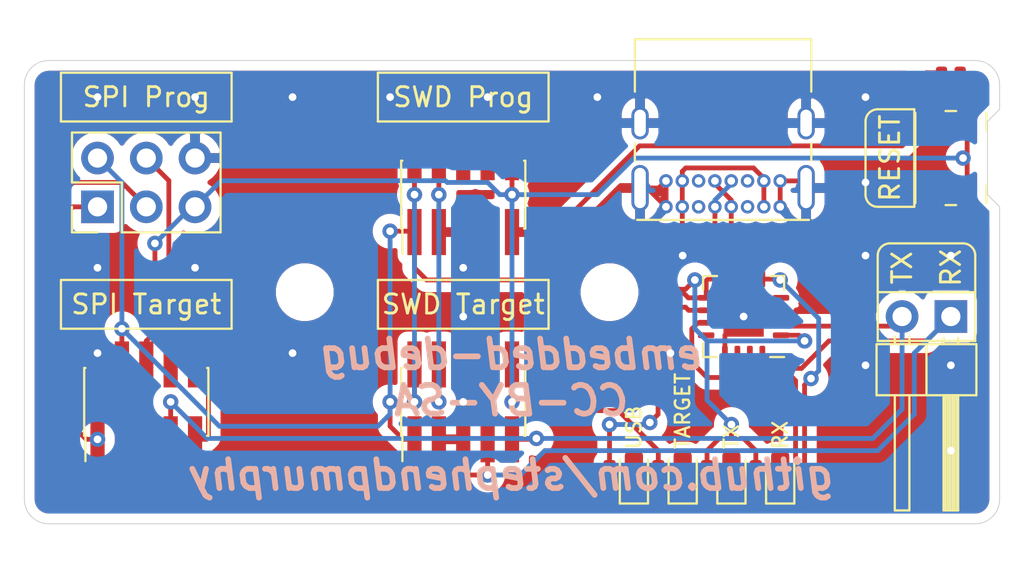
<source format=kicad_pcb>
(kicad_pcb (version 20171130) (host pcbnew 5.1.6-c6e7f7d~87~ubuntu18.04.1)

  (general
    (thickness 1.6)
    (drawings 58)
    (tracks 283)
    (zones 0)
    (modules 23)
    (nets 38)
  )

  (page A4)
  (layers
    (0 F.Cu signal)
    (31 B.Cu signal)
    (32 B.Adhes user)
    (33 F.Adhes user)
    (34 B.Paste user)
    (35 F.Paste user)
    (36 B.SilkS user)
    (37 F.SilkS user)
    (38 B.Mask user)
    (39 F.Mask user)
    (40 Dwgs.User user)
    (41 Cmts.User user)
    (42 Eco1.User user)
    (43 Eco2.User user)
    (44 Edge.Cuts user)
    (45 Margin user)
    (46 B.CrtYd user)
    (47 F.CrtYd user)
    (48 B.Fab user)
    (49 F.Fab user)
  )

  (setup
    (last_trace_width 0.25)
    (trace_clearance 0.2)
    (zone_clearance 0.508)
    (zone_45_only no)
    (trace_min 0.2)
    (via_size 0.8)
    (via_drill 0.4)
    (via_min_size 0.4)
    (via_min_drill 0.3)
    (uvia_size 0.3)
    (uvia_drill 0.1)
    (uvias_allowed no)
    (uvia_min_size 0.2)
    (uvia_min_drill 0.1)
    (edge_width 0.05)
    (segment_width 0.2)
    (pcb_text_width 0.3)
    (pcb_text_size 1.5 1.5)
    (mod_edge_width 0.12)
    (mod_text_size 1 1)
    (mod_text_width 0.15)
    (pad_size 1.524 1.524)
    (pad_drill 0.762)
    (pad_to_mask_clearance 0.05)
    (aux_axis_origin 0 0)
    (visible_elements FEFDFF7F)
    (pcbplotparams
      (layerselection 0x010fc_ffffffff)
      (usegerberextensions false)
      (usegerberattributes true)
      (usegerberadvancedattributes true)
      (creategerberjobfile true)
      (excludeedgelayer true)
      (linewidth 0.100000)
      (plotframeref false)
      (viasonmask false)
      (mode 1)
      (useauxorigin false)
      (hpglpennumber 1)
      (hpglpenspeed 20)
      (hpglpendiameter 15.000000)
      (psnegative false)
      (psa4output false)
      (plotreference true)
      (plotvalue true)
      (plotinvisibletext false)
      (padsonsilk false)
      (subtractmaskfromsilk false)
      (outputformat 1)
      (mirror false)
      (drillshape 1)
      (scaleselection 1)
      (outputdirectory ""))
  )

  (net 0 "")
  (net 1 GND)
  (net 2 +5V)
  (net 3 +3V3)
  (net 4 "Net-(D1-Pad2)")
  (net 5 ~RX_LED)
  (net 6 "Net-(D2-Pad2)")
  (net 7 ~TX_LED)
  (net 8 ~RESET)
  (net 9 "Net-(J1-Pad8)")
  (net 10 "Net-(J1-Pad7)")
  (net 11 "Net-(J1-Pad6)")
  (net 12 SWDCLK)
  (net 13 SWDIO)
  (net 14 VCC)
  (net 15 UART_TX)
  (net 16 "Net-(J2-Pad8)")
  (net 17 UART_RX)
  (net 18 "Net-(J2-Pad6)")
  (net 19 "Net-(J4-PadA6)")
  (net 20 "Net-(J4-PadB5)")
  (net 21 "Net-(J4-PadB8)")
  (net 22 "Net-(J4-PadA7)")
  (net 23 "Net-(J4-PadA8)")
  (net 24 "Net-(J4-PadA5)")
  (net 25 "Net-(R1-Pad2)")
  (net 26 "Net-(R2-Pad2)")
  (net 27 "Net-(U1-Pad16)")
  (net 28 "Net-(U1-Pad14)")
  (net 29 "Net-(U1-Pad12)")
  (net 30 "Net-(U1-Pad4)")
  (net 31 "Net-(D3-Pad2)")
  (net 32 "Net-(D4-Pad2)")
  (net 33 MOSI)
  (net 34 SCK)
  (net 35 MISO)
  (net 36 "Net-(J6-Pad10)")
  (net 37 "Net-(J6-Pad8)")

  (net_class Default "This is the default net class."
    (clearance 0.2)
    (trace_width 0.25)
    (via_dia 0.8)
    (via_drill 0.4)
    (uvia_dia 0.3)
    (uvia_drill 0.1)
    (add_net +3V3)
    (add_net +5V)
    (add_net GND)
    (add_net MISO)
    (add_net MOSI)
    (add_net "Net-(D1-Pad2)")
    (add_net "Net-(D2-Pad2)")
    (add_net "Net-(D3-Pad2)")
    (add_net "Net-(D4-Pad2)")
    (add_net "Net-(J1-Pad6)")
    (add_net "Net-(J1-Pad7)")
    (add_net "Net-(J1-Pad8)")
    (add_net "Net-(J2-Pad6)")
    (add_net "Net-(J2-Pad8)")
    (add_net "Net-(J4-PadA5)")
    (add_net "Net-(J4-PadA6)")
    (add_net "Net-(J4-PadA7)")
    (add_net "Net-(J4-PadA8)")
    (add_net "Net-(J4-PadB5)")
    (add_net "Net-(J4-PadB8)")
    (add_net "Net-(J6-Pad10)")
    (add_net "Net-(J6-Pad8)")
    (add_net "Net-(R1-Pad2)")
    (add_net "Net-(R2-Pad2)")
    (add_net "Net-(U1-Pad12)")
    (add_net "Net-(U1-Pad14)")
    (add_net "Net-(U1-Pad16)")
    (add_net "Net-(U1-Pad4)")
    (add_net SCK)
    (add_net SWDCLK)
    (add_net SWDIO)
    (add_net UART_RX)
    (add_net UART_TX)
    (add_net VCC)
    (add_net ~RESET)
    (add_net ~RX_LED)
    (add_net ~TX_LED)
  )

  (module MountingHole:MountingHole_2mm (layer F.Cu) (tedit 5B924920) (tstamp 5F6FCE92)
    (at 147.955 75.565)
    (descr "Mounting Hole 2mm, no annular")
    (tags "mounting hole 2mm no annular")
    (path /5F732D35)
    (attr virtual)
    (fp_text reference H1 (at 0 -3.2) (layer F.SilkS) hide
      (effects (font (size 1 1) (thickness 0.15)))
    )
    (fp_text value MountingHole (at 0 3.1) (layer F.Fab)
      (effects (font (size 1 1) (thickness 0.15)))
    )
    (fp_text user %R (at 0.3 0) (layer F.Fab)
      (effects (font (size 1 1) (thickness 0.15)))
    )
    (fp_circle (center 0 0) (end 2 0) (layer Cmts.User) (width 0.15))
    (fp_circle (center 0 0) (end 2.25 0) (layer F.CrtYd) (width 0.05))
    (pad "" np_thru_hole circle (at 0 0) (size 2 2) (drill 2) (layers *.Cu *.Mask))
  )

  (module MountingHole:MountingHole_2mm (layer F.Cu) (tedit 5B924920) (tstamp 5F6FB500)
    (at 163.83 75.565)
    (descr "Mounting Hole 2mm, no annular")
    (tags "mounting hole 2mm no annular")
    (path /5F729EF4)
    (attr virtual)
    (fp_text reference H2 (at 0 -3.2) (layer F.SilkS) hide
      (effects (font (size 1 1) (thickness 0.15)))
    )
    (fp_text value MountingHole (at 0 3.1) (layer F.Fab)
      (effects (font (size 1 1) (thickness 0.15)))
    )
    (fp_text user %R (at 0.3 0) (layer F.Fab)
      (effects (font (size 1 1) (thickness 0.15)))
    )
    (fp_circle (center 0 0) (end 2 0) (layer Cmts.User) (width 0.15))
    (fp_circle (center 0 0) (end 2.25 0) (layer F.CrtYd) (width 0.05))
    (pad "" np_thru_hole circle (at 0 0) (size 2 2) (drill 2) (layers *.Cu *.Mask))
  )

  (module Connector_PinHeader_2.54mm:PinHeader_2x03_P2.54mm_Vertical (layer F.Cu) (tedit 59FED5CC) (tstamp 5F6582DA)
    (at 137.16 71.12 90)
    (descr "Through hole straight pin header, 2x03, 2.54mm pitch, double rows")
    (tags "Through hole pin header THT 2x03 2.54mm double row")
    (path /5F659D57)
    (fp_text reference J5 (at 1.27 -2.33 90) (layer F.SilkS) hide
      (effects (font (size 1 1) (thickness 0.15)))
    )
    (fp_text value AVR-ISP-6 (at 1.27 7.41 90) (layer F.Fab)
      (effects (font (size 1 1) (thickness 0.15)))
    )
    (fp_line (start 4.35 -1.8) (end -1.8 -1.8) (layer F.CrtYd) (width 0.05))
    (fp_line (start 4.35 6.85) (end 4.35 -1.8) (layer F.CrtYd) (width 0.05))
    (fp_line (start -1.8 6.85) (end 4.35 6.85) (layer F.CrtYd) (width 0.05))
    (fp_line (start -1.8 -1.8) (end -1.8 6.85) (layer F.CrtYd) (width 0.05))
    (fp_line (start -1.33 -1.33) (end 0 -1.33) (layer F.SilkS) (width 0.12))
    (fp_line (start -1.33 0) (end -1.33 -1.33) (layer F.SilkS) (width 0.12))
    (fp_line (start 1.27 -1.33) (end 3.87 -1.33) (layer F.SilkS) (width 0.12))
    (fp_line (start 1.27 1.27) (end 1.27 -1.33) (layer F.SilkS) (width 0.12))
    (fp_line (start -1.33 1.27) (end 1.27 1.27) (layer F.SilkS) (width 0.12))
    (fp_line (start 3.87 -1.33) (end 3.87 6.41) (layer F.SilkS) (width 0.12))
    (fp_line (start -1.33 1.27) (end -1.33 6.41) (layer F.SilkS) (width 0.12))
    (fp_line (start -1.33 6.41) (end 3.87 6.41) (layer F.SilkS) (width 0.12))
    (fp_line (start -1.27 0) (end 0 -1.27) (layer F.Fab) (width 0.1))
    (fp_line (start -1.27 6.35) (end -1.27 0) (layer F.Fab) (width 0.1))
    (fp_line (start 3.81 6.35) (end -1.27 6.35) (layer F.Fab) (width 0.1))
    (fp_line (start 3.81 -1.27) (end 3.81 6.35) (layer F.Fab) (width 0.1))
    (fp_line (start 0 -1.27) (end 3.81 -1.27) (layer F.Fab) (width 0.1))
    (fp_text user %R (at 1.27 2.54) (layer F.Fab)
      (effects (font (size 1 1) (thickness 0.15)))
    )
    (pad 6 thru_hole oval (at 2.54 5.08 90) (size 1.7 1.7) (drill 1) (layers *.Cu *.Mask)
      (net 1 GND))
    (pad 5 thru_hole oval (at 0 5.08 90) (size 1.7 1.7) (drill 1) (layers *.Cu *.Mask)
      (net 8 ~RESET))
    (pad 4 thru_hole oval (at 2.54 2.54 90) (size 1.7 1.7) (drill 1) (layers *.Cu *.Mask)
      (net 33 MOSI))
    (pad 3 thru_hole oval (at 0 2.54 90) (size 1.7 1.7) (drill 1) (layers *.Cu *.Mask)
      (net 34 SCK))
    (pad 2 thru_hole oval (at 2.54 0 90) (size 1.7 1.7) (drill 1) (layers *.Cu *.Mask)
      (net 14 VCC))
    (pad 1 thru_hole rect (at 0 0 90) (size 1.7 1.7) (drill 1) (layers *.Cu *.Mask)
      (net 35 MISO))
    (model ${KISYS3DMOD}/Connector_PinHeader_2.54mm.3dshapes/PinHeader_2x03_P2.54mm_Vertical.wrl
      (at (xyz 0 0 0))
      (scale (xyz 1 1 1))
      (rotate (xyz 0 0 0))
    )
  )

  (module Button_Switch_SMD:Panasonic_EVQPUJ_EVQPUA (layer F.Cu) (tedit 5A02FC95) (tstamp 5F65949B)
    (at 181.61 68.58 270)
    (descr http://industrial.panasonic.com/cdbs/www-data/pdf/ATV0000/ATV0000CE5.pdf)
    (tags "SMD SMT SPST EVQPUJ EVQPUA")
    (path /5F5A9E33)
    (attr smd)
    (fp_text reference SW1 (at 0 -4.5 90) (layer F.SilkS) hide
      (effects (font (size 1 1) (thickness 0.15)))
    )
    (fp_text value SW_Push (at 0 3.5 90) (layer F.Fab)
      (effects (font (size 1 1) (thickness 0.15)))
    )
    (fp_line (start 3.9 -3.25) (end -3.9 -3.25) (layer F.CrtYd) (width 0.05))
    (fp_line (start 3.9 2.25) (end -3.9 2.25) (layer F.CrtYd) (width 0.05))
    (fp_line (start -3.9 2.25) (end -3.9 -3.25) (layer F.CrtYd) (width 0.05))
    (fp_line (start -1.425 -1.85) (end -2.35 -1.85) (layer F.SilkS) (width 0.12))
    (fp_line (start 2.45 0.275) (end 2.45 -0.275) (layer F.SilkS) (width 0.12))
    (fp_line (start 2.35 1.75) (end -2.35 1.75) (layer F.Fab) (width 0.1))
    (fp_line (start 2.35 -1.75) (end -2.35 -1.75) (layer F.Fab) (width 0.1))
    (fp_line (start -2.35 1.75) (end -2.35 -1.75) (layer F.Fab) (width 0.1))
    (fp_line (start 2.35 1.75) (end 2.35 -1.75) (layer F.Fab) (width 0.1))
    (fp_line (start 1.3 -2.75) (end -1.3 -2.75) (layer F.Fab) (width 0.1))
    (fp_line (start 1.3 -2.75) (end 1.3 -1.75) (layer F.Fab) (width 0.1))
    (fp_line (start -1.3 -2.75) (end -1.3 -1.75) (layer F.Fab) (width 0.1))
    (fp_line (start -2.45 0.275) (end -2.45 -0.275) (layer F.SilkS) (width 0.12))
    (fp_line (start 2.35 1.85) (end -2.35 1.85) (layer F.SilkS) (width 0.12))
    (fp_line (start 2.35 -1.85) (end 1.425 -1.85) (layer F.SilkS) (width 0.12))
    (fp_line (start 3.9 2.25) (end 3.9 -3.25) (layer F.CrtYd) (width 0.05))
    (fp_text user %R (at 0 0 90) (layer F.Fab)
      (effects (font (size 1 1) (thickness 0.15)))
    )
    (pad 1 smd rect (at 2.625 -0.85 90) (size 1.55 1) (layers F.Cu F.Paste F.Mask)
      (net 8 ~RESET))
    (pad 1 smd rect (at -2.625 -0.85 90) (size 1.55 1) (layers F.Cu F.Paste F.Mask)
      (net 8 ~RESET))
    (pad 2 smd rect (at -2.625 0.85 90) (size 1.55 1) (layers F.Cu F.Paste F.Mask)
      (net 1 GND))
    (pad 2 smd rect (at 2.625 0.85 90) (size 1.55 1) (layers F.Cu F.Paste F.Mask)
      (net 1 GND))
    (model ${KISYS3DMOD}/Button_Switch_SMD.3dshapes/Panasonic_EVQPUJ_EVQPUA.wrl
      (at (xyz 0 0 0))
      (scale (xyz 1 1 1))
      (rotate (xyz 0 0 0))
    )
  )

  (module Resistor_SMD:R_0402_1005Metric (layer F.Cu) (tedit 5B301BBD) (tstamp 5F6FBED9)
    (at 166.37 85.09 270)
    (descr "Resistor SMD 0402 (1005 Metric), square (rectangular) end terminal, IPC_7351 nominal, (Body size source: http://www.tortai-tech.com/upload/download/2011102023233369053.pdf), generated with kicad-footprint-generator")
    (tags resistor)
    (path /5F699178)
    (attr smd)
    (fp_text reference R7 (at 0 -1.17 90) (layer F.SilkS) hide
      (effects (font (size 1 1) (thickness 0.15)))
    )
    (fp_text value 1k (at 0 1.17 90) (layer F.Fab)
      (effects (font (size 1 1) (thickness 0.15)))
    )
    (fp_line (start 0.93 0.47) (end -0.93 0.47) (layer F.CrtYd) (width 0.05))
    (fp_line (start 0.93 -0.47) (end 0.93 0.47) (layer F.CrtYd) (width 0.05))
    (fp_line (start -0.93 -0.47) (end 0.93 -0.47) (layer F.CrtYd) (width 0.05))
    (fp_line (start -0.93 0.47) (end -0.93 -0.47) (layer F.CrtYd) (width 0.05))
    (fp_line (start 0.5 0.25) (end -0.5 0.25) (layer F.Fab) (width 0.1))
    (fp_line (start 0.5 -0.25) (end 0.5 0.25) (layer F.Fab) (width 0.1))
    (fp_line (start -0.5 -0.25) (end 0.5 -0.25) (layer F.Fab) (width 0.1))
    (fp_line (start -0.5 0.25) (end -0.5 -0.25) (layer F.Fab) (width 0.1))
    (fp_text user %R (at 0 0 90) (layer F.Fab)
      (effects (font (size 0.25 0.25) (thickness 0.04)))
    )
    (pad 2 smd roundrect (at 0.485 0 270) (size 0.59 0.64) (layers F.Cu F.Paste F.Mask) (roundrect_rratio 0.25)
      (net 32 "Net-(D4-Pad2)"))
    (pad 1 smd roundrect (at -0.485 0 270) (size 0.59 0.64) (layers F.Cu F.Paste F.Mask) (roundrect_rratio 0.25)
      (net 14 VCC))
    (model ${KISYS3DMOD}/Resistor_SMD.3dshapes/R_0402_1005Metric.wrl
      (at (xyz 0 0 0))
      (scale (xyz 1 1 1))
      (rotate (xyz 0 0 0))
    )
  )

  (module Resistor_SMD:R_0402_1005Metric (layer F.Cu) (tedit 5B301BBD) (tstamp 5F659B45)
    (at 163.83 85.09 270)
    (descr "Resistor SMD 0402 (1005 Metric), square (rectangular) end terminal, IPC_7351 nominal, (Body size source: http://www.tortai-tech.com/upload/download/2011102023233369053.pdf), generated with kicad-footprint-generator")
    (tags resistor)
    (path /5F6987F7)
    (attr smd)
    (fp_text reference R6 (at 0 -1.17 90) (layer F.SilkS) hide
      (effects (font (size 1 1) (thickness 0.15)))
    )
    (fp_text value 1k (at 0 1.17 90) (layer F.Fab)
      (effects (font (size 1 1) (thickness 0.15)))
    )
    (fp_line (start 0.93 0.47) (end -0.93 0.47) (layer F.CrtYd) (width 0.05))
    (fp_line (start 0.93 -0.47) (end 0.93 0.47) (layer F.CrtYd) (width 0.05))
    (fp_line (start -0.93 -0.47) (end 0.93 -0.47) (layer F.CrtYd) (width 0.05))
    (fp_line (start -0.93 0.47) (end -0.93 -0.47) (layer F.CrtYd) (width 0.05))
    (fp_line (start 0.5 0.25) (end -0.5 0.25) (layer F.Fab) (width 0.1))
    (fp_line (start 0.5 -0.25) (end 0.5 0.25) (layer F.Fab) (width 0.1))
    (fp_line (start -0.5 -0.25) (end 0.5 -0.25) (layer F.Fab) (width 0.1))
    (fp_line (start -0.5 0.25) (end -0.5 -0.25) (layer F.Fab) (width 0.1))
    (fp_text user %R (at 0 0 90) (layer F.Fab)
      (effects (font (size 0.25 0.25) (thickness 0.04)))
    )
    (pad 2 smd roundrect (at 0.485 0 270) (size 0.59 0.64) (layers F.Cu F.Paste F.Mask) (roundrect_rratio 0.25)
      (net 31 "Net-(D3-Pad2)"))
    (pad 1 smd roundrect (at -0.485 0 270) (size 0.59 0.64) (layers F.Cu F.Paste F.Mask) (roundrect_rratio 0.25)
      (net 2 +5V))
    (model ${KISYS3DMOD}/Resistor_SMD.3dshapes/R_0402_1005Metric.wrl
      (at (xyz 0 0 0))
      (scale (xyz 1 1 1))
      (rotate (xyz 0 0 0))
    )
  )

  (module Connector_PinHeader_1.27mm:PinHeader_2x05_P1.27mm_Vertical_SMD (layer F.Cu) (tedit 59FED6E3) (tstamp 5F6F9676)
    (at 139.7 81.28 90)
    (descr "surface-mounted straight pin header, 2x05, 1.27mm pitch, double rows")
    (tags "Surface mounted pin header SMD 2x05 1.27mm double row")
    (path /5F65CEF0)
    (attr smd)
    (fp_text reference J6 (at 0 -4.235 90) (layer F.SilkS) hide
      (effects (font (size 1 1) (thickness 0.15)))
    )
    (fp_text value Conn_02x05_Odd_Even (at 0 4.235 90) (layer F.Fab)
      (effects (font (size 1 1) (thickness 0.15)))
    )
    (fp_line (start 4.3 -3.7) (end -4.3 -3.7) (layer F.CrtYd) (width 0.05))
    (fp_line (start 4.3 3.7) (end 4.3 -3.7) (layer F.CrtYd) (width 0.05))
    (fp_line (start -4.3 3.7) (end 4.3 3.7) (layer F.CrtYd) (width 0.05))
    (fp_line (start -4.3 -3.7) (end -4.3 3.7) (layer F.CrtYd) (width 0.05))
    (fp_line (start 1.765 3.17) (end 1.765 3.235) (layer F.SilkS) (width 0.12))
    (fp_line (start -1.765 3.17) (end -1.765 3.235) (layer F.SilkS) (width 0.12))
    (fp_line (start 1.765 -3.235) (end 1.765 -3.17) (layer F.SilkS) (width 0.12))
    (fp_line (start -1.765 -3.235) (end -1.765 -3.17) (layer F.SilkS) (width 0.12))
    (fp_line (start -3.09 -3.17) (end -1.765 -3.17) (layer F.SilkS) (width 0.12))
    (fp_line (start -1.765 3.235) (end 1.765 3.235) (layer F.SilkS) (width 0.12))
    (fp_line (start -1.765 -3.235) (end 1.765 -3.235) (layer F.SilkS) (width 0.12))
    (fp_line (start 2.75 2.74) (end 1.705 2.74) (layer F.Fab) (width 0.1))
    (fp_line (start 2.75 2.34) (end 2.75 2.74) (layer F.Fab) (width 0.1))
    (fp_line (start 1.705 2.34) (end 2.75 2.34) (layer F.Fab) (width 0.1))
    (fp_line (start -2.75 2.74) (end -1.705 2.74) (layer F.Fab) (width 0.1))
    (fp_line (start -2.75 2.34) (end -2.75 2.74) (layer F.Fab) (width 0.1))
    (fp_line (start -1.705 2.34) (end -2.75 2.34) (layer F.Fab) (width 0.1))
    (fp_line (start 2.75 1.47) (end 1.705 1.47) (layer F.Fab) (width 0.1))
    (fp_line (start 2.75 1.07) (end 2.75 1.47) (layer F.Fab) (width 0.1))
    (fp_line (start 1.705 1.07) (end 2.75 1.07) (layer F.Fab) (width 0.1))
    (fp_line (start -2.75 1.47) (end -1.705 1.47) (layer F.Fab) (width 0.1))
    (fp_line (start -2.75 1.07) (end -2.75 1.47) (layer F.Fab) (width 0.1))
    (fp_line (start -1.705 1.07) (end -2.75 1.07) (layer F.Fab) (width 0.1))
    (fp_line (start 2.75 0.2) (end 1.705 0.2) (layer F.Fab) (width 0.1))
    (fp_line (start 2.75 -0.2) (end 2.75 0.2) (layer F.Fab) (width 0.1))
    (fp_line (start 1.705 -0.2) (end 2.75 -0.2) (layer F.Fab) (width 0.1))
    (fp_line (start -2.75 0.2) (end -1.705 0.2) (layer F.Fab) (width 0.1))
    (fp_line (start -2.75 -0.2) (end -2.75 0.2) (layer F.Fab) (width 0.1))
    (fp_line (start -1.705 -0.2) (end -2.75 -0.2) (layer F.Fab) (width 0.1))
    (fp_line (start 2.75 -1.07) (end 1.705 -1.07) (layer F.Fab) (width 0.1))
    (fp_line (start 2.75 -1.47) (end 2.75 -1.07) (layer F.Fab) (width 0.1))
    (fp_line (start 1.705 -1.47) (end 2.75 -1.47) (layer F.Fab) (width 0.1))
    (fp_line (start -2.75 -1.07) (end -1.705 -1.07) (layer F.Fab) (width 0.1))
    (fp_line (start -2.75 -1.47) (end -2.75 -1.07) (layer F.Fab) (width 0.1))
    (fp_line (start -1.705 -1.47) (end -2.75 -1.47) (layer F.Fab) (width 0.1))
    (fp_line (start 2.75 -2.34) (end 1.705 -2.34) (layer F.Fab) (width 0.1))
    (fp_line (start 2.75 -2.74) (end 2.75 -2.34) (layer F.Fab) (width 0.1))
    (fp_line (start 1.705 -2.74) (end 2.75 -2.74) (layer F.Fab) (width 0.1))
    (fp_line (start -2.75 -2.34) (end -1.705 -2.34) (layer F.Fab) (width 0.1))
    (fp_line (start -2.75 -2.74) (end -2.75 -2.34) (layer F.Fab) (width 0.1))
    (fp_line (start -1.705 -2.74) (end -2.75 -2.74) (layer F.Fab) (width 0.1))
    (fp_line (start 1.705 -3.175) (end 1.705 3.175) (layer F.Fab) (width 0.1))
    (fp_line (start -1.705 -2.74) (end -1.27 -3.175) (layer F.Fab) (width 0.1))
    (fp_line (start -1.705 3.175) (end -1.705 -2.74) (layer F.Fab) (width 0.1))
    (fp_line (start -1.27 -3.175) (end 1.705 -3.175) (layer F.Fab) (width 0.1))
    (fp_line (start 1.705 3.175) (end -1.705 3.175) (layer F.Fab) (width 0.1))
    (fp_text user %R (at 0 0) (layer F.Fab)
      (effects (font (size 1 1) (thickness 0.15)))
    )
    (pad 10 smd rect (at 1.95 2.54 90) (size 2.4 0.74) (layers F.Cu F.Paste F.Mask)
      (net 36 "Net-(J6-Pad10)"))
    (pad 9 smd rect (at -1.95 2.54 90) (size 2.4 0.74) (layers F.Cu F.Paste F.Mask)
      (net 33 MOSI))
    (pad 8 smd rect (at 1.95 1.27 90) (size 2.4 0.74) (layers F.Cu F.Paste F.Mask)
      (net 37 "Net-(J6-Pad8)"))
    (pad 7 smd rect (at -1.95 1.27 90) (size 2.4 0.74) (layers F.Cu F.Paste F.Mask)
      (net 15 UART_TX))
    (pad 6 smd rect (at 1.95 0 90) (size 2.4 0.74) (layers F.Cu F.Paste F.Mask)
      (net 8 ~RESET))
    (pad 5 smd rect (at -1.95 0 90) (size 2.4 0.74) (layers F.Cu F.Paste F.Mask)
      (net 17 UART_RX))
    (pad 4 smd rect (at 1.95 -1.27 90) (size 2.4 0.74) (layers F.Cu F.Paste F.Mask)
      (net 14 VCC))
    (pad 3 smd rect (at -1.95 -1.27 90) (size 2.4 0.74) (layers F.Cu F.Paste F.Mask)
      (net 35 MISO))
    (pad 2 smd rect (at 1.95 -2.54 90) (size 2.4 0.74) (layers F.Cu F.Paste F.Mask)
      (net 1 GND))
    (pad 1 smd rect (at -1.95 -2.54 90) (size 2.4 0.74) (layers F.Cu F.Paste F.Mask)
      (net 34 SCK))
    (model ${KISYS3DMOD}/Connector_PinHeader_1.27mm.3dshapes/PinHeader_2x05_P1.27mm_Vertical_SMD.wrl
      (at (xyz 0 0 0))
      (scale (xyz 1 1 1))
      (rotate (xyz 0 0 0))
    )
  )

  (module LED_SMD:LED_0603_1608Metric (layer F.Cu) (tedit 5B301BBE) (tstamp 5F65811A)
    (at 167.64 85.09 90)
    (descr "LED SMD 0603 (1608 Metric), square (rectangular) end terminal, IPC_7351 nominal, (Body size source: http://www.tortai-tech.com/upload/download/2011102023233369053.pdf), generated with kicad-footprint-generator")
    (tags diode)
    (path /5F691DCB)
    (attr smd)
    (fp_text reference D4 (at 0 -1.43 90) (layer F.SilkS) hide
      (effects (font (size 1 1) (thickness 0.15)))
    )
    (fp_text value LED (at 0 1.43 90) (layer F.Fab)
      (effects (font (size 1 1) (thickness 0.15)))
    )
    (fp_line (start 1.48 0.73) (end -1.48 0.73) (layer F.CrtYd) (width 0.05))
    (fp_line (start 1.48 -0.73) (end 1.48 0.73) (layer F.CrtYd) (width 0.05))
    (fp_line (start -1.48 -0.73) (end 1.48 -0.73) (layer F.CrtYd) (width 0.05))
    (fp_line (start -1.48 0.73) (end -1.48 -0.73) (layer F.CrtYd) (width 0.05))
    (fp_line (start -1.485 0.735) (end 0.8 0.735) (layer F.SilkS) (width 0.12))
    (fp_line (start -1.485 -0.735) (end -1.485 0.735) (layer F.SilkS) (width 0.12))
    (fp_line (start 0.8 -0.735) (end -1.485 -0.735) (layer F.SilkS) (width 0.12))
    (fp_line (start 0.8 0.4) (end 0.8 -0.4) (layer F.Fab) (width 0.1))
    (fp_line (start -0.8 0.4) (end 0.8 0.4) (layer F.Fab) (width 0.1))
    (fp_line (start -0.8 -0.1) (end -0.8 0.4) (layer F.Fab) (width 0.1))
    (fp_line (start -0.5 -0.4) (end -0.8 -0.1) (layer F.Fab) (width 0.1))
    (fp_line (start 0.8 -0.4) (end -0.5 -0.4) (layer F.Fab) (width 0.1))
    (fp_text user %R (at 0 0 90) (layer F.Fab)
      (effects (font (size 0.4 0.4) (thickness 0.06)))
    )
    (pad 2 smd roundrect (at 0.7875 0 90) (size 0.875 0.95) (layers F.Cu F.Paste F.Mask) (roundrect_rratio 0.25)
      (net 32 "Net-(D4-Pad2)"))
    (pad 1 smd roundrect (at -0.7875 0 90) (size 0.875 0.95) (layers F.Cu F.Paste F.Mask) (roundrect_rratio 0.25)
      (net 1 GND))
    (model ${KISYS3DMOD}/LED_SMD.3dshapes/LED_0603_1608Metric.wrl
      (at (xyz 0 0 0))
      (scale (xyz 1 1 1))
      (rotate (xyz 0 0 0))
    )
  )

  (module LED_SMD:LED_0603_1608Metric (layer F.Cu) (tedit 5B301BBE) (tstamp 5F659409)
    (at 165.1 85.09 90)
    (descr "LED SMD 0603 (1608 Metric), square (rectangular) end terminal, IPC_7351 nominal, (Body size source: http://www.tortai-tech.com/upload/download/2011102023233369053.pdf), generated with kicad-footprint-generator")
    (tags diode)
    (path /5F691818)
    (attr smd)
    (fp_text reference D3 (at 0 -1.43 90) (layer F.SilkS) hide
      (effects (font (size 1 1) (thickness 0.15)))
    )
    (fp_text value LED (at 0 1.43 90) (layer F.Fab)
      (effects (font (size 1 1) (thickness 0.15)))
    )
    (fp_line (start 1.48 0.73) (end -1.48 0.73) (layer F.CrtYd) (width 0.05))
    (fp_line (start 1.48 -0.73) (end 1.48 0.73) (layer F.CrtYd) (width 0.05))
    (fp_line (start -1.48 -0.73) (end 1.48 -0.73) (layer F.CrtYd) (width 0.05))
    (fp_line (start -1.48 0.73) (end -1.48 -0.73) (layer F.CrtYd) (width 0.05))
    (fp_line (start -1.485 0.735) (end 0.8 0.735) (layer F.SilkS) (width 0.12))
    (fp_line (start -1.485 -0.735) (end -1.485 0.735) (layer F.SilkS) (width 0.12))
    (fp_line (start 0.8 -0.735) (end -1.485 -0.735) (layer F.SilkS) (width 0.12))
    (fp_line (start 0.8 0.4) (end 0.8 -0.4) (layer F.Fab) (width 0.1))
    (fp_line (start -0.8 0.4) (end 0.8 0.4) (layer F.Fab) (width 0.1))
    (fp_line (start -0.8 -0.1) (end -0.8 0.4) (layer F.Fab) (width 0.1))
    (fp_line (start -0.5 -0.4) (end -0.8 -0.1) (layer F.Fab) (width 0.1))
    (fp_line (start 0.8 -0.4) (end -0.5 -0.4) (layer F.Fab) (width 0.1))
    (fp_text user %R (at 0 0 90) (layer F.Fab)
      (effects (font (size 0.4 0.4) (thickness 0.06)))
    )
    (pad 2 smd roundrect (at 0.7875 0 90) (size 0.875 0.95) (layers F.Cu F.Paste F.Mask) (roundrect_rratio 0.25)
      (net 31 "Net-(D3-Pad2)"))
    (pad 1 smd roundrect (at -0.7875 0 90) (size 0.875 0.95) (layers F.Cu F.Paste F.Mask) (roundrect_rratio 0.25)
      (net 1 GND))
    (model ${KISYS3DMOD}/LED_SMD.3dshapes/LED_0603_1608Metric.wrl
      (at (xyz 0 0 0))
      (scale (xyz 1 1 1))
      (rotate (xyz 0 0 0))
    )
  )

  (module Package_DFN_QFN:QFN-16-1EP_4x4mm_P0.65mm_EP2.1x2.1mm (layer F.Cu) (tedit 5DC5F6A3) (tstamp 5F5A91BB)
    (at 170.815 76.835 180)
    (descr "QFN, 16 Pin (http://www.thatcorp.com/datashts/THAT_1580_Datasheet.pdf), generated with kicad-footprint-generator ipc_noLead_generator.py")
    (tags "QFN NoLead")
    (path /5F5AB000)
    (attr smd)
    (fp_text reference U1 (at 0 -3.32) (layer F.SilkS) hide
      (effects (font (size 1 1) (thickness 0.15)))
    )
    (fp_text value FT230XQ (at 0 3.32) (layer F.Fab)
      (effects (font (size 1 1) (thickness 0.15)))
    )
    (fp_line (start 1.385 -2.11) (end 2.11 -2.11) (layer F.SilkS) (width 0.12))
    (fp_line (start 2.11 -2.11) (end 2.11 -1.385) (layer F.SilkS) (width 0.12))
    (fp_line (start -1.385 2.11) (end -2.11 2.11) (layer F.SilkS) (width 0.12))
    (fp_line (start -2.11 2.11) (end -2.11 1.385) (layer F.SilkS) (width 0.12))
    (fp_line (start 1.385 2.11) (end 2.11 2.11) (layer F.SilkS) (width 0.12))
    (fp_line (start 2.11 2.11) (end 2.11 1.385) (layer F.SilkS) (width 0.12))
    (fp_line (start -1.385 -2.11) (end -2.11 -2.11) (layer F.SilkS) (width 0.12))
    (fp_line (start -1 -2) (end 2 -2) (layer F.Fab) (width 0.1))
    (fp_line (start 2 -2) (end 2 2) (layer F.Fab) (width 0.1))
    (fp_line (start 2 2) (end -2 2) (layer F.Fab) (width 0.1))
    (fp_line (start -2 2) (end -2 -1) (layer F.Fab) (width 0.1))
    (fp_line (start -2 -1) (end -1 -2) (layer F.Fab) (width 0.1))
    (fp_line (start -2.62 -2.62) (end -2.62 2.62) (layer F.CrtYd) (width 0.05))
    (fp_line (start -2.62 2.62) (end 2.62 2.62) (layer F.CrtYd) (width 0.05))
    (fp_line (start 2.62 2.62) (end 2.62 -2.62) (layer F.CrtYd) (width 0.05))
    (fp_line (start 2.62 -2.62) (end -2.62 -2.62) (layer F.CrtYd) (width 0.05))
    (fp_text user %R (at 0 0) (layer F.Fab)
      (effects (font (size 1 1) (thickness 0.15)))
    )
    (pad "" smd roundrect (at 0.525 0.525 180) (size 0.85 0.85) (layers F.Paste) (roundrect_rratio 0.25))
    (pad "" smd roundrect (at 0.525 -0.525 180) (size 0.85 0.85) (layers F.Paste) (roundrect_rratio 0.25))
    (pad "" smd roundrect (at -0.525 0.525 180) (size 0.85 0.85) (layers F.Paste) (roundrect_rratio 0.25))
    (pad "" smd roundrect (at -0.525 -0.525 180) (size 0.85 0.85) (layers F.Paste) (roundrect_rratio 0.25))
    (pad 17 smd rect (at 0 0 180) (size 2.1 2.1) (layers F.Cu F.Mask)
      (net 1 GND))
    (pad 16 smd roundrect (at -0.975 -1.95 180) (size 0.3 0.85) (layers F.Cu F.Paste F.Mask) (roundrect_rratio 0.25)
      (net 27 "Net-(U1-Pad16)"))
    (pad 15 smd roundrect (at -0.325 -1.95 180) (size 0.3 0.85) (layers F.Cu F.Paste F.Mask) (roundrect_rratio 0.25)
      (net 17 UART_RX))
    (pad 14 smd roundrect (at 0.325 -1.95 180) (size 0.3 0.85) (layers F.Cu F.Paste F.Mask) (roundrect_rratio 0.25)
      (net 28 "Net-(U1-Pad14)"))
    (pad 13 smd roundrect (at 0.975 -1.95 180) (size 0.3 0.85) (layers F.Cu F.Paste F.Mask) (roundrect_rratio 0.25)
      (net 1 GND))
    (pad 12 smd roundrect (at 1.95 -0.975 180) (size 0.85 0.3) (layers F.Cu F.Paste F.Mask) (roundrect_rratio 0.25)
      (net 29 "Net-(U1-Pad12)"))
    (pad 11 smd roundrect (at 1.95 -0.325 180) (size 0.85 0.3) (layers F.Cu F.Paste F.Mask) (roundrect_rratio 0.25)
      (net 5 ~RX_LED))
    (pad 10 smd roundrect (at 1.95 0.325 180) (size 0.85 0.3) (layers F.Cu F.Paste F.Mask) (roundrect_rratio 0.25)
      (net 2 +5V))
    (pad 9 smd roundrect (at 1.95 0.975 180) (size 0.85 0.3) (layers F.Cu F.Paste F.Mask) (roundrect_rratio 0.25)
      (net 3 +3V3))
    (pad 8 smd roundrect (at 0.975 1.95 180) (size 0.3 0.85) (layers F.Cu F.Paste F.Mask) (roundrect_rratio 0.25)
      (net 3 +3V3))
    (pad 7 smd roundrect (at 0.325 1.95 180) (size 0.3 0.85) (layers F.Cu F.Paste F.Mask) (roundrect_rratio 0.25)
      (net 25 "Net-(R1-Pad2)"))
    (pad 6 smd roundrect (at -0.325 1.95 180) (size 0.3 0.85) (layers F.Cu F.Paste F.Mask) (roundrect_rratio 0.25)
      (net 26 "Net-(R2-Pad2)"))
    (pad 5 smd roundrect (at -0.975 1.95 180) (size 0.3 0.85) (layers F.Cu F.Paste F.Mask) (roundrect_rratio 0.25)
      (net 7 ~TX_LED))
    (pad 4 smd roundrect (at -1.95 0.975 180) (size 0.85 0.3) (layers F.Cu F.Paste F.Mask) (roundrect_rratio 0.25)
      (net 30 "Net-(U1-Pad4)"))
    (pad 3 smd roundrect (at -1.95 0.325 180) (size 0.85 0.3) (layers F.Cu F.Paste F.Mask) (roundrect_rratio 0.25)
      (net 1 GND))
    (pad 2 smd roundrect (at -1.95 -0.325 180) (size 0.85 0.3) (layers F.Cu F.Paste F.Mask) (roundrect_rratio 0.25)
      (net 15 UART_TX))
    (pad 1 smd roundrect (at -1.95 -0.975 180) (size 0.85 0.3) (layers F.Cu F.Paste F.Mask) (roundrect_rratio 0.25)
      (net 3 +3V3))
    (model ${KISYS3DMOD}/Package_DFN_QFN.3dshapes/QFN-16-1EP_4x4mm_P0.65mm_EP2.1x2.1mm.wrl
      (at (xyz 0 0 0))
      (scale (xyz 1 1 1))
      (rotate (xyz 0 0 0))
    )
  )

  (module Resistor_SMD:R_0402_1005Metric (layer F.Cu) (tedit 5B301BBD) (tstamp 5F6FBFCE)
    (at 168.91 85.09 270)
    (descr "Resistor SMD 0402 (1005 Metric), square (rectangular) end terminal, IPC_7351 nominal, (Body size source: http://www.tortai-tech.com/upload/download/2011102023233369053.pdf), generated with kicad-footprint-generator")
    (tags resistor)
    (path /5F63CC39)
    (attr smd)
    (fp_text reference R5 (at 0 -1.17 90) (layer F.SilkS) hide
      (effects (font (size 1 1) (thickness 0.15)))
    )
    (fp_text value 1k (at 0 1.17 90) (layer F.Fab)
      (effects (font (size 1 1) (thickness 0.15)))
    )
    (fp_line (start -0.5 0.25) (end -0.5 -0.25) (layer F.Fab) (width 0.1))
    (fp_line (start -0.5 -0.25) (end 0.5 -0.25) (layer F.Fab) (width 0.1))
    (fp_line (start 0.5 -0.25) (end 0.5 0.25) (layer F.Fab) (width 0.1))
    (fp_line (start 0.5 0.25) (end -0.5 0.25) (layer F.Fab) (width 0.1))
    (fp_line (start -0.93 0.47) (end -0.93 -0.47) (layer F.CrtYd) (width 0.05))
    (fp_line (start -0.93 -0.47) (end 0.93 -0.47) (layer F.CrtYd) (width 0.05))
    (fp_line (start 0.93 -0.47) (end 0.93 0.47) (layer F.CrtYd) (width 0.05))
    (fp_line (start 0.93 0.47) (end -0.93 0.47) (layer F.CrtYd) (width 0.05))
    (fp_text user %R (at 0 0 90) (layer F.Fab)
      (effects (font (size 0.25 0.25) (thickness 0.04)))
    )
    (pad 2 smd roundrect (at 0.485 0 270) (size 0.59 0.64) (layers F.Cu F.Paste F.Mask) (roundrect_rratio 0.25)
      (net 6 "Net-(D2-Pad2)"))
    (pad 1 smd roundrect (at -0.485 0 270) (size 0.59 0.64) (layers F.Cu F.Paste F.Mask) (roundrect_rratio 0.25)
      (net 3 +3V3))
    (model ${KISYS3DMOD}/Resistor_SMD.3dshapes/R_0402_1005Metric.wrl
      (at (xyz 0 0 0))
      (scale (xyz 1 1 1))
      (rotate (xyz 0 0 0))
    )
  )

  (module Resistor_SMD:R_0402_1005Metric (layer F.Cu) (tedit 5B301BBD) (tstamp 5F5A914C)
    (at 171.45 85.09 270)
    (descr "Resistor SMD 0402 (1005 Metric), square (rectangular) end terminal, IPC_7351 nominal, (Body size source: http://www.tortai-tech.com/upload/download/2011102023233369053.pdf), generated with kicad-footprint-generator")
    (tags resistor)
    (path /5F63CFE3)
    (attr smd)
    (fp_text reference R4 (at 0 -1.17 90) (layer F.SilkS) hide
      (effects (font (size 1 1) (thickness 0.15)))
    )
    (fp_text value 1k (at 0 1.17 90) (layer F.Fab)
      (effects (font (size 1 1) (thickness 0.15)))
    )
    (fp_line (start -0.5 0.25) (end -0.5 -0.25) (layer F.Fab) (width 0.1))
    (fp_line (start -0.5 -0.25) (end 0.5 -0.25) (layer F.Fab) (width 0.1))
    (fp_line (start 0.5 -0.25) (end 0.5 0.25) (layer F.Fab) (width 0.1))
    (fp_line (start 0.5 0.25) (end -0.5 0.25) (layer F.Fab) (width 0.1))
    (fp_line (start -0.93 0.47) (end -0.93 -0.47) (layer F.CrtYd) (width 0.05))
    (fp_line (start -0.93 -0.47) (end 0.93 -0.47) (layer F.CrtYd) (width 0.05))
    (fp_line (start 0.93 -0.47) (end 0.93 0.47) (layer F.CrtYd) (width 0.05))
    (fp_line (start 0.93 0.47) (end -0.93 0.47) (layer F.CrtYd) (width 0.05))
    (fp_text user %R (at 0 0 90) (layer F.Fab)
      (effects (font (size 0.25 0.25) (thickness 0.04)))
    )
    (pad 2 smd roundrect (at 0.485 0 270) (size 0.59 0.64) (layers F.Cu F.Paste F.Mask) (roundrect_rratio 0.25)
      (net 4 "Net-(D1-Pad2)"))
    (pad 1 smd roundrect (at -0.485 0 270) (size 0.59 0.64) (layers F.Cu F.Paste F.Mask) (roundrect_rratio 0.25)
      (net 3 +3V3))
    (model ${KISYS3DMOD}/Resistor_SMD.3dshapes/R_0402_1005Metric.wrl
      (at (xyz 0 0 0))
      (scale (xyz 1 1 1))
      (rotate (xyz 0 0 0))
    )
  )

  (module Resistor_SMD:R_0402_1005Metric (layer F.Cu) (tedit 5B301BBD) (tstamp 5F5A913D)
    (at 181.61 64.135)
    (descr "Resistor SMD 0402 (1005 Metric), square (rectangular) end terminal, IPC_7351 nominal, (Body size source: http://www.tortai-tech.com/upload/download/2011102023233369053.pdf), generated with kicad-footprint-generator")
    (tags resistor)
    (path /5F61086A)
    (attr smd)
    (fp_text reference R3 (at 0 -1.17) (layer F.SilkS) hide
      (effects (font (size 1 1) (thickness 0.15)))
    )
    (fp_text value 10k (at 0 1.17) (layer F.Fab)
      (effects (font (size 1 1) (thickness 0.15)))
    )
    (fp_line (start -0.5 0.25) (end -0.5 -0.25) (layer F.Fab) (width 0.1))
    (fp_line (start -0.5 -0.25) (end 0.5 -0.25) (layer F.Fab) (width 0.1))
    (fp_line (start 0.5 -0.25) (end 0.5 0.25) (layer F.Fab) (width 0.1))
    (fp_line (start 0.5 0.25) (end -0.5 0.25) (layer F.Fab) (width 0.1))
    (fp_line (start -0.93 0.47) (end -0.93 -0.47) (layer F.CrtYd) (width 0.05))
    (fp_line (start -0.93 -0.47) (end 0.93 -0.47) (layer F.CrtYd) (width 0.05))
    (fp_line (start 0.93 -0.47) (end 0.93 0.47) (layer F.CrtYd) (width 0.05))
    (fp_line (start 0.93 0.47) (end -0.93 0.47) (layer F.CrtYd) (width 0.05))
    (fp_text user %R (at 0 0) (layer F.Fab)
      (effects (font (size 0.25 0.25) (thickness 0.04)))
    )
    (pad 2 smd roundrect (at 0.485 0) (size 0.59 0.64) (layers F.Cu F.Paste F.Mask) (roundrect_rratio 0.25)
      (net 8 ~RESET))
    (pad 1 smd roundrect (at -0.485 0) (size 0.59 0.64) (layers F.Cu F.Paste F.Mask) (roundrect_rratio 0.25)
      (net 14 VCC))
    (model ${KISYS3DMOD}/Resistor_SMD.3dshapes/R_0402_1005Metric.wrl
      (at (xyz 0 0 0))
      (scale (xyz 1 1 1))
      (rotate (xyz 0 0 0))
    )
  )

  (module Resistor_SMD:R_0402_1005Metric (layer F.Cu) (tedit 5B301BBD) (tstamp 5F5A912E)
    (at 170.18 73.025 270)
    (descr "Resistor SMD 0402 (1005 Metric), square (rectangular) end terminal, IPC_7351 nominal, (Body size source: http://www.tortai-tech.com/upload/download/2011102023233369053.pdf), generated with kicad-footprint-generator")
    (tags resistor)
    (path /5F636CE3)
    (attr smd)
    (fp_text reference R2 (at 0 -1.17 90) (layer F.SilkS) hide
      (effects (font (size 1 1) (thickness 0.15)))
    )
    (fp_text value 27 (at 0 1.17 90) (layer F.Fab)
      (effects (font (size 1 1) (thickness 0.15)))
    )
    (fp_line (start -0.5 0.25) (end -0.5 -0.25) (layer F.Fab) (width 0.1))
    (fp_line (start -0.5 -0.25) (end 0.5 -0.25) (layer F.Fab) (width 0.1))
    (fp_line (start 0.5 -0.25) (end 0.5 0.25) (layer F.Fab) (width 0.1))
    (fp_line (start 0.5 0.25) (end -0.5 0.25) (layer F.Fab) (width 0.1))
    (fp_line (start -0.93 0.47) (end -0.93 -0.47) (layer F.CrtYd) (width 0.05))
    (fp_line (start -0.93 -0.47) (end 0.93 -0.47) (layer F.CrtYd) (width 0.05))
    (fp_line (start 0.93 -0.47) (end 0.93 0.47) (layer F.CrtYd) (width 0.05))
    (fp_line (start 0.93 0.47) (end -0.93 0.47) (layer F.CrtYd) (width 0.05))
    (fp_text user %R (at 0 0 90) (layer F.Fab)
      (effects (font (size 0.25 0.25) (thickness 0.04)))
    )
    (pad 2 smd roundrect (at 0.485 0 270) (size 0.59 0.64) (layers F.Cu F.Paste F.Mask) (roundrect_rratio 0.25)
      (net 26 "Net-(R2-Pad2)"))
    (pad 1 smd roundrect (at -0.485 0 270) (size 0.59 0.64) (layers F.Cu F.Paste F.Mask) (roundrect_rratio 0.25)
      (net 19 "Net-(J4-PadA6)"))
    (model ${KISYS3DMOD}/Resistor_SMD.3dshapes/R_0402_1005Metric.wrl
      (at (xyz 0 0 0))
      (scale (xyz 1 1 1))
      (rotate (xyz 0 0 0))
    )
  )

  (module Resistor_SMD:R_0402_1005Metric (layer F.Cu) (tedit 5B301BBD) (tstamp 5F5A911F)
    (at 168.91 73.025 270)
    (descr "Resistor SMD 0402 (1005 Metric), square (rectangular) end terminal, IPC_7351 nominal, (Body size source: http://www.tortai-tech.com/upload/download/2011102023233369053.pdf), generated with kicad-footprint-generator")
    (tags resistor)
    (path /5F5AA2C1)
    (attr smd)
    (fp_text reference R1 (at 0 -1.17 90) (layer F.SilkS) hide
      (effects (font (size 1 1) (thickness 0.15)))
    )
    (fp_text value 27 (at 0 1.17 90) (layer F.Fab)
      (effects (font (size 1 1) (thickness 0.15)))
    )
    (fp_line (start -0.5 0.25) (end -0.5 -0.25) (layer F.Fab) (width 0.1))
    (fp_line (start -0.5 -0.25) (end 0.5 -0.25) (layer F.Fab) (width 0.1))
    (fp_line (start 0.5 -0.25) (end 0.5 0.25) (layer F.Fab) (width 0.1))
    (fp_line (start 0.5 0.25) (end -0.5 0.25) (layer F.Fab) (width 0.1))
    (fp_line (start -0.93 0.47) (end -0.93 -0.47) (layer F.CrtYd) (width 0.05))
    (fp_line (start -0.93 -0.47) (end 0.93 -0.47) (layer F.CrtYd) (width 0.05))
    (fp_line (start 0.93 -0.47) (end 0.93 0.47) (layer F.CrtYd) (width 0.05))
    (fp_line (start 0.93 0.47) (end -0.93 0.47) (layer F.CrtYd) (width 0.05))
    (fp_text user %R (at 0 0 90) (layer F.Fab)
      (effects (font (size 0.25 0.25) (thickness 0.04)))
    )
    (pad 2 smd roundrect (at 0.485 0 270) (size 0.59 0.64) (layers F.Cu F.Paste F.Mask) (roundrect_rratio 0.25)
      (net 25 "Net-(R1-Pad2)"))
    (pad 1 smd roundrect (at -0.485 0 270) (size 0.59 0.64) (layers F.Cu F.Paste F.Mask) (roundrect_rratio 0.25)
      (net 22 "Net-(J4-PadA7)"))
    (model ${KISYS3DMOD}/Resistor_SMD.3dshapes/R_0402_1005Metric.wrl
      (at (xyz 0 0 0))
      (scale (xyz 1 1 1))
      (rotate (xyz 0 0 0))
    )
  )

  (module Connector_USB:USB_C_Receptacle_GCT_USB4085 (layer F.Cu) (tedit 5BCCCD93) (tstamp 5F5A94A9)
    (at 172.72 71.12 180)
    (descr "USB 2.0 Type C Receptacle, https://gct.co/Files/Drawings/USB4085.pdf")
    (tags "USB Type-C Receptacle Through-hole Right angle")
    (path /5F662ECE)
    (fp_text reference J4 (at 8.89 2.54) (layer F.SilkS) hide
      (effects (font (size 1 1) (thickness 0.15)))
    )
    (fp_text value USB_C_Receptacle_USB2.0 (at 2.975 9.925) (layer F.Fab)
      (effects (font (size 1 1) (thickness 0.15)))
    )
    (fp_line (start -1.5 -0.56) (end 7.45 -0.56) (layer F.Fab) (width 0.1))
    (fp_line (start -1.5 8.61) (end 7.45 8.61) (layer F.Fab) (width 0.1))
    (fp_line (start -1.62 8.73) (end 7.57 8.73) (layer F.SilkS) (width 0.12))
    (fp_line (start -1.5 -0.68) (end 7.45 -0.68) (layer F.SilkS) (width 0.12))
    (fp_line (start -1.5 -0.56) (end -1.5 8.61) (layer F.Fab) (width 0.1))
    (fp_line (start 7.45 -0.56) (end 7.45 8.61) (layer F.Fab) (width 0.1))
    (fp_line (start 7.57 6) (end 7.57 8.73) (layer F.SilkS) (width 0.12))
    (fp_line (start -1.62 6) (end -1.62 8.73) (layer F.SilkS) (width 0.12))
    (fp_line (start 7.57 2.4) (end 7.57 3.3) (layer F.SilkS) (width 0.12))
    (fp_line (start -1.62 2.4) (end -1.62 3.3) (layer F.SilkS) (width 0.12))
    (fp_line (start -2.3 -1.06) (end -2.3 9.11) (layer F.CrtYd) (width 0.05))
    (fp_line (start -2.3 9.11) (end 8.25 9.11) (layer F.CrtYd) (width 0.05))
    (fp_line (start -2.3 -1.06) (end 8.25 -1.06) (layer F.CrtYd) (width 0.05))
    (fp_line (start 8.25 -1.06) (end 8.25 9.11) (layer F.CrtYd) (width 0.05))
    (fp_line (start -0.025 6.1) (end 5.975 6.1) (layer F.Fab) (width 0.1))
    (fp_text user %R (at 2.975 4.025) (layer F.Fab)
      (effects (font (size 1 1) (thickness 0.15)))
    )
    (fp_text user "PCB Edge" (at 2.975 6.1) (layer Dwgs.User)
      (effects (font (size 0.5 0.5) (thickness 0.1)))
    )
    (pad S1 thru_hole oval (at 7.3 4.36 180) (size 0.9 1.7) (drill oval 0.6 1.4) (layers *.Cu *.Mask)
      (net 1 GND))
    (pad S1 thru_hole oval (at -1.35 4.36 180) (size 0.9 1.7) (drill oval 0.6 1.4) (layers *.Cu *.Mask)
      (net 1 GND))
    (pad S1 thru_hole oval (at 7.3 0.98 180) (size 0.9 2.4) (drill oval 0.6 2.1) (layers *.Cu *.Mask)
      (net 1 GND))
    (pad S1 thru_hole oval (at -1.35 0.98 180) (size 0.9 2.4) (drill oval 0.6 2.1) (layers *.Cu *.Mask)
      (net 1 GND))
    (pad B6 thru_hole circle (at 3.4 1.35 180) (size 0.7 0.7) (drill 0.4) (layers *.Cu *.Mask)
      (net 19 "Net-(J4-PadA6)"))
    (pad B1 thru_hole circle (at 5.95 1.35 180) (size 0.7 0.7) (drill 0.4) (layers *.Cu *.Mask)
      (net 1 GND))
    (pad B4 thru_hole circle (at 5.1 1.35 180) (size 0.7 0.7) (drill 0.4) (layers *.Cu *.Mask)
      (net 2 +5V))
    (pad B5 thru_hole circle (at 4.25 1.35 180) (size 0.7 0.7) (drill 0.4) (layers *.Cu *.Mask)
      (net 20 "Net-(J4-PadB5)"))
    (pad B12 thru_hole circle (at 0 1.35 180) (size 0.7 0.7) (drill 0.4) (layers *.Cu *.Mask)
      (net 1 GND))
    (pad B8 thru_hole circle (at 1.7 1.35 180) (size 0.7 0.7) (drill 0.4) (layers *.Cu *.Mask)
      (net 21 "Net-(J4-PadB8)"))
    (pad B7 thru_hole circle (at 2.55 1.35 180) (size 0.7 0.7) (drill 0.4) (layers *.Cu *.Mask)
      (net 22 "Net-(J4-PadA7)"))
    (pad B9 thru_hole circle (at 0.85 1.35 180) (size 0.7 0.7) (drill 0.4) (layers *.Cu *.Mask)
      (net 2 +5V))
    (pad A12 thru_hole circle (at 5.95 0 180) (size 0.7 0.7) (drill 0.4) (layers *.Cu *.Mask)
      (net 1 GND))
    (pad A9 thru_hole circle (at 5.1 0 180) (size 0.7 0.7) (drill 0.4) (layers *.Cu *.Mask)
      (net 2 +5V))
    (pad A8 thru_hole circle (at 4.25 0 180) (size 0.7 0.7) (drill 0.4) (layers *.Cu *.Mask)
      (net 23 "Net-(J4-PadA8)"))
    (pad A7 thru_hole circle (at 3.4 0 180) (size 0.7 0.7) (drill 0.4) (layers *.Cu *.Mask)
      (net 22 "Net-(J4-PadA7)"))
    (pad A6 thru_hole circle (at 2.55 0 180) (size 0.7 0.7) (drill 0.4) (layers *.Cu *.Mask)
      (net 19 "Net-(J4-PadA6)"))
    (pad A5 thru_hole circle (at 1.7 0 180) (size 0.7 0.7) (drill 0.4) (layers *.Cu *.Mask)
      (net 24 "Net-(J4-PadA5)"))
    (pad A4 thru_hole circle (at 0.85 0 180) (size 0.7 0.7) (drill 0.4) (layers *.Cu *.Mask)
      (net 2 +5V))
    (pad A1 thru_hole circle (at 0 0 180) (size 0.7 0.7) (drill 0.4) (layers *.Cu *.Mask)
      (net 1 GND))
    (model ${KISYS3DMOD}/Connector_USB.3dshapes/USB_C_Receptacle_GCT_USB4085.wrl
      (at (xyz 0 0 0))
      (scale (xyz 1 1 1))
      (rotate (xyz 0 0 0))
    )
  )

  (module Connector_PinHeader_2.54mm:PinHeader_1x02_P2.54mm_Horizontal (layer F.Cu) (tedit 59FED5CB) (tstamp 5F659685)
    (at 181.61 76.835 270)
    (descr "Through hole angled pin header, 1x02, 2.54mm pitch, 6mm pin length, single row")
    (tags "Through hole angled pin header THT 1x02 2.54mm single row")
    (path /5F5A96D0)
    (fp_text reference J3 (at 4.385 -2.27 90) (layer F.SilkS) hide
      (effects (font (size 1 1) (thickness 0.15)))
    )
    (fp_text value Conn_01x02 (at 4.385 4.81 90) (layer F.Fab)
      (effects (font (size 1 1) (thickness 0.15)))
    )
    (fp_line (start 2.135 -1.27) (end 4.04 -1.27) (layer F.Fab) (width 0.1))
    (fp_line (start 4.04 -1.27) (end 4.04 3.81) (layer F.Fab) (width 0.1))
    (fp_line (start 4.04 3.81) (end 1.5 3.81) (layer F.Fab) (width 0.1))
    (fp_line (start 1.5 3.81) (end 1.5 -0.635) (layer F.Fab) (width 0.1))
    (fp_line (start 1.5 -0.635) (end 2.135 -1.27) (layer F.Fab) (width 0.1))
    (fp_line (start -0.32 -0.32) (end 1.5 -0.32) (layer F.Fab) (width 0.1))
    (fp_line (start -0.32 -0.32) (end -0.32 0.32) (layer F.Fab) (width 0.1))
    (fp_line (start -0.32 0.32) (end 1.5 0.32) (layer F.Fab) (width 0.1))
    (fp_line (start 4.04 -0.32) (end 10.04 -0.32) (layer F.Fab) (width 0.1))
    (fp_line (start 10.04 -0.32) (end 10.04 0.32) (layer F.Fab) (width 0.1))
    (fp_line (start 4.04 0.32) (end 10.04 0.32) (layer F.Fab) (width 0.1))
    (fp_line (start -0.32 2.22) (end 1.5 2.22) (layer F.Fab) (width 0.1))
    (fp_line (start -0.32 2.22) (end -0.32 2.86) (layer F.Fab) (width 0.1))
    (fp_line (start -0.32 2.86) (end 1.5 2.86) (layer F.Fab) (width 0.1))
    (fp_line (start 4.04 2.22) (end 10.04 2.22) (layer F.Fab) (width 0.1))
    (fp_line (start 10.04 2.22) (end 10.04 2.86) (layer F.Fab) (width 0.1))
    (fp_line (start 4.04 2.86) (end 10.04 2.86) (layer F.Fab) (width 0.1))
    (fp_line (start 1.44 -1.33) (end 1.44 3.87) (layer F.SilkS) (width 0.12))
    (fp_line (start 1.44 3.87) (end 4.1 3.87) (layer F.SilkS) (width 0.12))
    (fp_line (start 4.1 3.87) (end 4.1 -1.33) (layer F.SilkS) (width 0.12))
    (fp_line (start 4.1 -1.33) (end 1.44 -1.33) (layer F.SilkS) (width 0.12))
    (fp_line (start 4.1 -0.38) (end 10.1 -0.38) (layer F.SilkS) (width 0.12))
    (fp_line (start 10.1 -0.38) (end 10.1 0.38) (layer F.SilkS) (width 0.12))
    (fp_line (start 10.1 0.38) (end 4.1 0.38) (layer F.SilkS) (width 0.12))
    (fp_line (start 4.1 -0.32) (end 10.1 -0.32) (layer F.SilkS) (width 0.12))
    (fp_line (start 4.1 -0.2) (end 10.1 -0.2) (layer F.SilkS) (width 0.12))
    (fp_line (start 4.1 -0.08) (end 10.1 -0.08) (layer F.SilkS) (width 0.12))
    (fp_line (start 4.1 0.04) (end 10.1 0.04) (layer F.SilkS) (width 0.12))
    (fp_line (start 4.1 0.16) (end 10.1 0.16) (layer F.SilkS) (width 0.12))
    (fp_line (start 4.1 0.28) (end 10.1 0.28) (layer F.SilkS) (width 0.12))
    (fp_line (start 1.11 -0.38) (end 1.44 -0.38) (layer F.SilkS) (width 0.12))
    (fp_line (start 1.11 0.38) (end 1.44 0.38) (layer F.SilkS) (width 0.12))
    (fp_line (start 1.44 1.27) (end 4.1 1.27) (layer F.SilkS) (width 0.12))
    (fp_line (start 4.1 2.16) (end 10.1 2.16) (layer F.SilkS) (width 0.12))
    (fp_line (start 10.1 2.16) (end 10.1 2.92) (layer F.SilkS) (width 0.12))
    (fp_line (start 10.1 2.92) (end 4.1 2.92) (layer F.SilkS) (width 0.12))
    (fp_line (start 1.042929 2.16) (end 1.44 2.16) (layer F.SilkS) (width 0.12))
    (fp_line (start 1.042929 2.92) (end 1.44 2.92) (layer F.SilkS) (width 0.12))
    (fp_line (start -1.27 0) (end -1.27 -1.27) (layer F.SilkS) (width 0.12))
    (fp_line (start -1.27 -1.27) (end 0 -1.27) (layer F.SilkS) (width 0.12))
    (fp_line (start -1.8 -1.8) (end -1.8 4.35) (layer F.CrtYd) (width 0.05))
    (fp_line (start -1.8 4.35) (end 10.55 4.35) (layer F.CrtYd) (width 0.05))
    (fp_line (start 10.55 4.35) (end 10.55 -1.8) (layer F.CrtYd) (width 0.05))
    (fp_line (start 10.55 -1.8) (end -1.8 -1.8) (layer F.CrtYd) (width 0.05))
    (fp_text user %R (at 2.77 1.27) (layer F.Fab)
      (effects (font (size 1 1) (thickness 0.15)))
    )
    (pad 2 thru_hole oval (at 0 2.54 270) (size 1.7 1.7) (drill 1) (layers *.Cu *.Mask)
      (net 15 UART_TX))
    (pad 1 thru_hole rect (at 0 0 270) (size 1.7 1.7) (drill 1) (layers *.Cu *.Mask)
      (net 17 UART_RX))
    (model ${KISYS3DMOD}/Connector_PinHeader_2.54mm.3dshapes/PinHeader_1x02_P2.54mm_Horizontal.wrl
      (at (xyz 0 0 0))
      (scale (xyz 1 1 1))
      (rotate (xyz 0 0 0))
    )
  )

  (module Connector_PinHeader_1.27mm:PinHeader_2x05_P1.27mm_Vertical_SMD (layer F.Cu) (tedit 59FED6E3) (tstamp 5F5A90B4)
    (at 156.21 81.28 90)
    (descr "surface-mounted straight pin header, 2x05, 1.27mm pitch, double rows")
    (tags "Surface mounted pin header SMD 2x05 1.27mm double row")
    (path /5F5A7A03)
    (attr smd)
    (fp_text reference J2 (at 0 -4.235 90) (layer F.SilkS) hide
      (effects (font (size 1 1) (thickness 0.15)))
    )
    (fp_text value Conn_02x05_Odd_Even (at 0 4.235 90) (layer F.Fab)
      (effects (font (size 1 1) (thickness 0.15)))
    )
    (fp_line (start 1.705 3.175) (end -1.705 3.175) (layer F.Fab) (width 0.1))
    (fp_line (start -1.27 -3.175) (end 1.705 -3.175) (layer F.Fab) (width 0.1))
    (fp_line (start -1.705 3.175) (end -1.705 -2.74) (layer F.Fab) (width 0.1))
    (fp_line (start -1.705 -2.74) (end -1.27 -3.175) (layer F.Fab) (width 0.1))
    (fp_line (start 1.705 -3.175) (end 1.705 3.175) (layer F.Fab) (width 0.1))
    (fp_line (start -1.705 -2.74) (end -2.75 -2.74) (layer F.Fab) (width 0.1))
    (fp_line (start -2.75 -2.74) (end -2.75 -2.34) (layer F.Fab) (width 0.1))
    (fp_line (start -2.75 -2.34) (end -1.705 -2.34) (layer F.Fab) (width 0.1))
    (fp_line (start 1.705 -2.74) (end 2.75 -2.74) (layer F.Fab) (width 0.1))
    (fp_line (start 2.75 -2.74) (end 2.75 -2.34) (layer F.Fab) (width 0.1))
    (fp_line (start 2.75 -2.34) (end 1.705 -2.34) (layer F.Fab) (width 0.1))
    (fp_line (start -1.705 -1.47) (end -2.75 -1.47) (layer F.Fab) (width 0.1))
    (fp_line (start -2.75 -1.47) (end -2.75 -1.07) (layer F.Fab) (width 0.1))
    (fp_line (start -2.75 -1.07) (end -1.705 -1.07) (layer F.Fab) (width 0.1))
    (fp_line (start 1.705 -1.47) (end 2.75 -1.47) (layer F.Fab) (width 0.1))
    (fp_line (start 2.75 -1.47) (end 2.75 -1.07) (layer F.Fab) (width 0.1))
    (fp_line (start 2.75 -1.07) (end 1.705 -1.07) (layer F.Fab) (width 0.1))
    (fp_line (start -1.705 -0.2) (end -2.75 -0.2) (layer F.Fab) (width 0.1))
    (fp_line (start -2.75 -0.2) (end -2.75 0.2) (layer F.Fab) (width 0.1))
    (fp_line (start -2.75 0.2) (end -1.705 0.2) (layer F.Fab) (width 0.1))
    (fp_line (start 1.705 -0.2) (end 2.75 -0.2) (layer F.Fab) (width 0.1))
    (fp_line (start 2.75 -0.2) (end 2.75 0.2) (layer F.Fab) (width 0.1))
    (fp_line (start 2.75 0.2) (end 1.705 0.2) (layer F.Fab) (width 0.1))
    (fp_line (start -1.705 1.07) (end -2.75 1.07) (layer F.Fab) (width 0.1))
    (fp_line (start -2.75 1.07) (end -2.75 1.47) (layer F.Fab) (width 0.1))
    (fp_line (start -2.75 1.47) (end -1.705 1.47) (layer F.Fab) (width 0.1))
    (fp_line (start 1.705 1.07) (end 2.75 1.07) (layer F.Fab) (width 0.1))
    (fp_line (start 2.75 1.07) (end 2.75 1.47) (layer F.Fab) (width 0.1))
    (fp_line (start 2.75 1.47) (end 1.705 1.47) (layer F.Fab) (width 0.1))
    (fp_line (start -1.705 2.34) (end -2.75 2.34) (layer F.Fab) (width 0.1))
    (fp_line (start -2.75 2.34) (end -2.75 2.74) (layer F.Fab) (width 0.1))
    (fp_line (start -2.75 2.74) (end -1.705 2.74) (layer F.Fab) (width 0.1))
    (fp_line (start 1.705 2.34) (end 2.75 2.34) (layer F.Fab) (width 0.1))
    (fp_line (start 2.75 2.34) (end 2.75 2.74) (layer F.Fab) (width 0.1))
    (fp_line (start 2.75 2.74) (end 1.705 2.74) (layer F.Fab) (width 0.1))
    (fp_line (start -1.765 -3.235) (end 1.765 -3.235) (layer F.SilkS) (width 0.12))
    (fp_line (start -1.765 3.235) (end 1.765 3.235) (layer F.SilkS) (width 0.12))
    (fp_line (start -3.09 -3.17) (end -1.765 -3.17) (layer F.SilkS) (width 0.12))
    (fp_line (start -1.765 -3.235) (end -1.765 -3.17) (layer F.SilkS) (width 0.12))
    (fp_line (start 1.765 -3.235) (end 1.765 -3.17) (layer F.SilkS) (width 0.12))
    (fp_line (start -1.765 3.17) (end -1.765 3.235) (layer F.SilkS) (width 0.12))
    (fp_line (start 1.765 3.17) (end 1.765 3.235) (layer F.SilkS) (width 0.12))
    (fp_line (start -4.3 -3.7) (end -4.3 3.7) (layer F.CrtYd) (width 0.05))
    (fp_line (start -4.3 3.7) (end 4.3 3.7) (layer F.CrtYd) (width 0.05))
    (fp_line (start 4.3 3.7) (end 4.3 -3.7) (layer F.CrtYd) (width 0.05))
    (fp_line (start 4.3 -3.7) (end -4.3 -3.7) (layer F.CrtYd) (width 0.05))
    (fp_text user %R (at 0 0) (layer F.Fab)
      (effects (font (size 1 1) (thickness 0.15)))
    )
    (pad 10 smd rect (at 1.95 2.54 90) (size 2.4 0.74) (layers F.Cu F.Paste F.Mask)
      (net 8 ~RESET))
    (pad 9 smd rect (at -1.95 2.54 90) (size 2.4 0.74) (layers F.Cu F.Paste F.Mask)
      (net 15 UART_TX))
    (pad 8 smd rect (at 1.95 1.27 90) (size 2.4 0.74) (layers F.Cu F.Paste F.Mask)
      (net 16 "Net-(J2-Pad8)"))
    (pad 7 smd rect (at -1.95 1.27 90) (size 2.4 0.74) (layers F.Cu F.Paste F.Mask)
      (net 17 UART_RX))
    (pad 6 smd rect (at 1.95 0 90) (size 2.4 0.74) (layers F.Cu F.Paste F.Mask)
      (net 18 "Net-(J2-Pad6)"))
    (pad 5 smd rect (at -1.95 0 90) (size 2.4 0.74) (layers F.Cu F.Paste F.Mask)
      (net 1 GND))
    (pad 4 smd rect (at 1.95 -1.27 90) (size 2.4 0.74) (layers F.Cu F.Paste F.Mask)
      (net 12 SWDCLK))
    (pad 3 smd rect (at -1.95 -1.27 90) (size 2.4 0.74) (layers F.Cu F.Paste F.Mask)
      (net 1 GND))
    (pad 2 smd rect (at 1.95 -2.54 90) (size 2.4 0.74) (layers F.Cu F.Paste F.Mask)
      (net 13 SWDIO))
    (pad 1 smd rect (at -1.95 -2.54 90) (size 2.4 0.74) (layers F.Cu F.Paste F.Mask)
      (net 14 VCC))
    (model ${KISYS3DMOD}/Connector_PinHeader_1.27mm.3dshapes/PinHeader_2x05_P1.27mm_Vertical_SMD.wrl
      (at (xyz 0 0 0))
      (scale (xyz 1 1 1))
      (rotate (xyz 0 0 0))
    )
  )

  (module Connector_PinHeader_1.27mm:PinHeader_2x05_P1.27mm_Vertical_SMD (layer F.Cu) (tedit 59FED6E3) (tstamp 5F5A9077)
    (at 156.21 70.485 90)
    (descr "surface-mounted straight pin header, 2x05, 1.27mm pitch, double rows")
    (tags "Surface mounted pin header SMD 2x05 1.27mm double row")
    (path /5F5A88E9)
    (attr smd)
    (fp_text reference J1 (at 0 -4.235 90) (layer F.SilkS) hide
      (effects (font (size 1 1) (thickness 0.15)))
    )
    (fp_text value Conn_02x05_Odd_Even (at 0 4.235 90) (layer F.Fab)
      (effects (font (size 1 1) (thickness 0.15)))
    )
    (fp_line (start 1.705 3.175) (end -1.705 3.175) (layer F.Fab) (width 0.1))
    (fp_line (start -1.27 -3.175) (end 1.705 -3.175) (layer F.Fab) (width 0.1))
    (fp_line (start -1.705 3.175) (end -1.705 -2.74) (layer F.Fab) (width 0.1))
    (fp_line (start -1.705 -2.74) (end -1.27 -3.175) (layer F.Fab) (width 0.1))
    (fp_line (start 1.705 -3.175) (end 1.705 3.175) (layer F.Fab) (width 0.1))
    (fp_line (start -1.705 -2.74) (end -2.75 -2.74) (layer F.Fab) (width 0.1))
    (fp_line (start -2.75 -2.74) (end -2.75 -2.34) (layer F.Fab) (width 0.1))
    (fp_line (start -2.75 -2.34) (end -1.705 -2.34) (layer F.Fab) (width 0.1))
    (fp_line (start 1.705 -2.74) (end 2.75 -2.74) (layer F.Fab) (width 0.1))
    (fp_line (start 2.75 -2.74) (end 2.75 -2.34) (layer F.Fab) (width 0.1))
    (fp_line (start 2.75 -2.34) (end 1.705 -2.34) (layer F.Fab) (width 0.1))
    (fp_line (start -1.705 -1.47) (end -2.75 -1.47) (layer F.Fab) (width 0.1))
    (fp_line (start -2.75 -1.47) (end -2.75 -1.07) (layer F.Fab) (width 0.1))
    (fp_line (start -2.75 -1.07) (end -1.705 -1.07) (layer F.Fab) (width 0.1))
    (fp_line (start 1.705 -1.47) (end 2.75 -1.47) (layer F.Fab) (width 0.1))
    (fp_line (start 2.75 -1.47) (end 2.75 -1.07) (layer F.Fab) (width 0.1))
    (fp_line (start 2.75 -1.07) (end 1.705 -1.07) (layer F.Fab) (width 0.1))
    (fp_line (start -1.705 -0.2) (end -2.75 -0.2) (layer F.Fab) (width 0.1))
    (fp_line (start -2.75 -0.2) (end -2.75 0.2) (layer F.Fab) (width 0.1))
    (fp_line (start -2.75 0.2) (end -1.705 0.2) (layer F.Fab) (width 0.1))
    (fp_line (start 1.705 -0.2) (end 2.75 -0.2) (layer F.Fab) (width 0.1))
    (fp_line (start 2.75 -0.2) (end 2.75 0.2) (layer F.Fab) (width 0.1))
    (fp_line (start 2.75 0.2) (end 1.705 0.2) (layer F.Fab) (width 0.1))
    (fp_line (start -1.705 1.07) (end -2.75 1.07) (layer F.Fab) (width 0.1))
    (fp_line (start -2.75 1.07) (end -2.75 1.47) (layer F.Fab) (width 0.1))
    (fp_line (start -2.75 1.47) (end -1.705 1.47) (layer F.Fab) (width 0.1))
    (fp_line (start 1.705 1.07) (end 2.75 1.07) (layer F.Fab) (width 0.1))
    (fp_line (start 2.75 1.07) (end 2.75 1.47) (layer F.Fab) (width 0.1))
    (fp_line (start 2.75 1.47) (end 1.705 1.47) (layer F.Fab) (width 0.1))
    (fp_line (start -1.705 2.34) (end -2.75 2.34) (layer F.Fab) (width 0.1))
    (fp_line (start -2.75 2.34) (end -2.75 2.74) (layer F.Fab) (width 0.1))
    (fp_line (start -2.75 2.74) (end -1.705 2.74) (layer F.Fab) (width 0.1))
    (fp_line (start 1.705 2.34) (end 2.75 2.34) (layer F.Fab) (width 0.1))
    (fp_line (start 2.75 2.34) (end 2.75 2.74) (layer F.Fab) (width 0.1))
    (fp_line (start 2.75 2.74) (end 1.705 2.74) (layer F.Fab) (width 0.1))
    (fp_line (start -1.765 -3.235) (end 1.765 -3.235) (layer F.SilkS) (width 0.12))
    (fp_line (start -1.765 3.235) (end 1.765 3.235) (layer F.SilkS) (width 0.12))
    (fp_line (start -3.09 -3.17) (end -1.765 -3.17) (layer F.SilkS) (width 0.12))
    (fp_line (start -1.765 -3.235) (end -1.765 -3.17) (layer F.SilkS) (width 0.12))
    (fp_line (start 1.765 -3.235) (end 1.765 -3.17) (layer F.SilkS) (width 0.12))
    (fp_line (start -1.765 3.17) (end -1.765 3.235) (layer F.SilkS) (width 0.12))
    (fp_line (start 1.765 3.17) (end 1.765 3.235) (layer F.SilkS) (width 0.12))
    (fp_line (start -4.3 -3.7) (end -4.3 3.7) (layer F.CrtYd) (width 0.05))
    (fp_line (start -4.3 3.7) (end 4.3 3.7) (layer F.CrtYd) (width 0.05))
    (fp_line (start 4.3 3.7) (end 4.3 -3.7) (layer F.CrtYd) (width 0.05))
    (fp_line (start 4.3 -3.7) (end -4.3 -3.7) (layer F.CrtYd) (width 0.05))
    (fp_text user %R (at 0 0) (layer F.Fab)
      (effects (font (size 1 1) (thickness 0.15)))
    )
    (pad 10 smd rect (at 1.95 2.54 90) (size 2.4 0.74) (layers F.Cu F.Paste F.Mask)
      (net 8 ~RESET))
    (pad 9 smd rect (at -1.95 2.54 90) (size 2.4 0.74) (layers F.Cu F.Paste F.Mask)
      (net 1 GND))
    (pad 8 smd rect (at 1.95 1.27 90) (size 2.4 0.74) (layers F.Cu F.Paste F.Mask)
      (net 9 "Net-(J1-Pad8)"))
    (pad 7 smd rect (at -1.95 1.27 90) (size 2.4 0.74) (layers F.Cu F.Paste F.Mask)
      (net 10 "Net-(J1-Pad7)"))
    (pad 6 smd rect (at 1.95 0 90) (size 2.4 0.74) (layers F.Cu F.Paste F.Mask)
      (net 11 "Net-(J1-Pad6)"))
    (pad 5 smd rect (at -1.95 0 90) (size 2.4 0.74) (layers F.Cu F.Paste F.Mask)
      (net 1 GND))
    (pad 4 smd rect (at 1.95 -1.27 90) (size 2.4 0.74) (layers F.Cu F.Paste F.Mask)
      (net 12 SWDCLK))
    (pad 3 smd rect (at -1.95 -1.27 90) (size 2.4 0.74) (layers F.Cu F.Paste F.Mask)
      (net 1 GND))
    (pad 2 smd rect (at 1.95 -2.54 90) (size 2.4 0.74) (layers F.Cu F.Paste F.Mask)
      (net 13 SWDIO))
    (pad 1 smd rect (at -1.95 -2.54 90) (size 2.4 0.74) (layers F.Cu F.Paste F.Mask)
      (net 14 VCC))
    (model ${KISYS3DMOD}/Connector_PinHeader_1.27mm.3dshapes/PinHeader_2x05_P1.27mm_Vertical_SMD.wrl
      (at (xyz 0 0 0))
      (scale (xyz 1 1 1))
      (rotate (xyz 0 0 0))
    )
  )

  (module LED_SMD:LED_0603_1608Metric (layer F.Cu) (tedit 5B301BBE) (tstamp 5F5A903A)
    (at 170.18 85.09 90)
    (descr "LED SMD 0603 (1608 Metric), square (rectangular) end terminal, IPC_7351 nominal, (Body size source: http://www.tortai-tech.com/upload/download/2011102023233369053.pdf), generated with kicad-footprint-generator")
    (tags diode)
    (path /5F640556)
    (attr smd)
    (fp_text reference D2 (at 0 -1.43 90) (layer F.SilkS) hide
      (effects (font (size 1 1) (thickness 0.15)))
    )
    (fp_text value LED (at 0 1.43 90) (layer F.Fab)
      (effects (font (size 1 1) (thickness 0.15)))
    )
    (fp_line (start 0.8 -0.4) (end -0.5 -0.4) (layer F.Fab) (width 0.1))
    (fp_line (start -0.5 -0.4) (end -0.8 -0.1) (layer F.Fab) (width 0.1))
    (fp_line (start -0.8 -0.1) (end -0.8 0.4) (layer F.Fab) (width 0.1))
    (fp_line (start -0.8 0.4) (end 0.8 0.4) (layer F.Fab) (width 0.1))
    (fp_line (start 0.8 0.4) (end 0.8 -0.4) (layer F.Fab) (width 0.1))
    (fp_line (start 0.8 -0.735) (end -1.485 -0.735) (layer F.SilkS) (width 0.12))
    (fp_line (start -1.485 -0.735) (end -1.485 0.735) (layer F.SilkS) (width 0.12))
    (fp_line (start -1.485 0.735) (end 0.8 0.735) (layer F.SilkS) (width 0.12))
    (fp_line (start -1.48 0.73) (end -1.48 -0.73) (layer F.CrtYd) (width 0.05))
    (fp_line (start -1.48 -0.73) (end 1.48 -0.73) (layer F.CrtYd) (width 0.05))
    (fp_line (start 1.48 -0.73) (end 1.48 0.73) (layer F.CrtYd) (width 0.05))
    (fp_line (start 1.48 0.73) (end -1.48 0.73) (layer F.CrtYd) (width 0.05))
    (fp_text user %R (at 0 0 90) (layer F.Fab)
      (effects (font (size 0.4 0.4) (thickness 0.06)))
    )
    (pad 2 smd roundrect (at 0.7875 0 90) (size 0.875 0.95) (layers F.Cu F.Paste F.Mask) (roundrect_rratio 0.25)
      (net 6 "Net-(D2-Pad2)"))
    (pad 1 smd roundrect (at -0.7875 0 90) (size 0.875 0.95) (layers F.Cu F.Paste F.Mask) (roundrect_rratio 0.25)
      (net 7 ~TX_LED))
    (model ${KISYS3DMOD}/LED_SMD.3dshapes/LED_0603_1608Metric.wrl
      (at (xyz 0 0 0))
      (scale (xyz 1 1 1))
      (rotate (xyz 0 0 0))
    )
  )

  (module LED_SMD:LED_0603_1608Metric (layer F.Cu) (tedit 5B301BBE) (tstamp 5F6F90E9)
    (at 172.72 85.09 90)
    (descr "LED SMD 0603 (1608 Metric), square (rectangular) end terminal, IPC_7351 nominal, (Body size source: http://www.tortai-tech.com/upload/download/2011102023233369053.pdf), generated with kicad-footprint-generator")
    (tags diode)
    (path /5F63FC6F)
    (attr smd)
    (fp_text reference D1 (at 0 -1.43 90) (layer F.SilkS) hide
      (effects (font (size 1 1) (thickness 0.15)))
    )
    (fp_text value LED (at 0 1.43 90) (layer F.Fab)
      (effects (font (size 1 1) (thickness 0.15)))
    )
    (fp_line (start 0.8 -0.4) (end -0.5 -0.4) (layer F.Fab) (width 0.1))
    (fp_line (start -0.5 -0.4) (end -0.8 -0.1) (layer F.Fab) (width 0.1))
    (fp_line (start -0.8 -0.1) (end -0.8 0.4) (layer F.Fab) (width 0.1))
    (fp_line (start -0.8 0.4) (end 0.8 0.4) (layer F.Fab) (width 0.1))
    (fp_line (start 0.8 0.4) (end 0.8 -0.4) (layer F.Fab) (width 0.1))
    (fp_line (start 0.8 -0.735) (end -1.485 -0.735) (layer F.SilkS) (width 0.12))
    (fp_line (start -1.485 -0.735) (end -1.485 0.735) (layer F.SilkS) (width 0.12))
    (fp_line (start -1.485 0.735) (end 0.8 0.735) (layer F.SilkS) (width 0.12))
    (fp_line (start -1.48 0.73) (end -1.48 -0.73) (layer F.CrtYd) (width 0.05))
    (fp_line (start -1.48 -0.73) (end 1.48 -0.73) (layer F.CrtYd) (width 0.05))
    (fp_line (start 1.48 -0.73) (end 1.48 0.73) (layer F.CrtYd) (width 0.05))
    (fp_line (start 1.48 0.73) (end -1.48 0.73) (layer F.CrtYd) (width 0.05))
    (fp_text user %R (at 0 0 90) (layer F.Fab)
      (effects (font (size 0.4 0.4) (thickness 0.06)))
    )
    (pad 2 smd roundrect (at 0.7875 0 90) (size 0.875 0.95) (layers F.Cu F.Paste F.Mask) (roundrect_rratio 0.25)
      (net 4 "Net-(D1-Pad2)"))
    (pad 1 smd roundrect (at -0.7875 0 90) (size 0.875 0.95) (layers F.Cu F.Paste F.Mask) (roundrect_rratio 0.25)
      (net 5 ~RX_LED))
    (model ${KISYS3DMOD}/LED_SMD.3dshapes/LED_0603_1608Metric.wrl
      (at (xyz 0 0 0))
      (scale (xyz 1 1 1))
      (rotate (xyz 0 0 0))
    )
  )

  (module Capacitor_SMD:C_0402_1005Metric (layer F.Cu) (tedit 5B301BBE) (tstamp 5F5A9014)
    (at 167.005 74.93 90)
    (descr "Capacitor SMD 0402 (1005 Metric), square (rectangular) end terminal, IPC_7351 nominal, (Body size source: http://www.tortai-tech.com/upload/download/2011102023233369053.pdf), generated with kicad-footprint-generator")
    (tags capacitor)
    (path /5F5AAB74)
    (attr smd)
    (fp_text reference C2 (at 0 -1.17 90) (layer F.SilkS) hide
      (effects (font (size 1 1) (thickness 0.15)))
    )
    (fp_text value .1u (at 0 1.17 90) (layer F.Fab)
      (effects (font (size 1 1) (thickness 0.15)))
    )
    (fp_line (start -0.5 0.25) (end -0.5 -0.25) (layer F.Fab) (width 0.1))
    (fp_line (start -0.5 -0.25) (end 0.5 -0.25) (layer F.Fab) (width 0.1))
    (fp_line (start 0.5 -0.25) (end 0.5 0.25) (layer F.Fab) (width 0.1))
    (fp_line (start 0.5 0.25) (end -0.5 0.25) (layer F.Fab) (width 0.1))
    (fp_line (start -0.93 0.47) (end -0.93 -0.47) (layer F.CrtYd) (width 0.05))
    (fp_line (start -0.93 -0.47) (end 0.93 -0.47) (layer F.CrtYd) (width 0.05))
    (fp_line (start 0.93 -0.47) (end 0.93 0.47) (layer F.CrtYd) (width 0.05))
    (fp_line (start 0.93 0.47) (end -0.93 0.47) (layer F.CrtYd) (width 0.05))
    (fp_text user %R (at 0 0 90) (layer F.Fab)
      (effects (font (size 0.25 0.25) (thickness 0.04)))
    )
    (pad 2 smd roundrect (at 0.485 0 90) (size 0.59 0.64) (layers F.Cu F.Paste F.Mask) (roundrect_rratio 0.25)
      (net 1 GND))
    (pad 1 smd roundrect (at -0.485 0 90) (size 0.59 0.64) (layers F.Cu F.Paste F.Mask) (roundrect_rratio 0.25)
      (net 3 +3V3))
    (model ${KISYS3DMOD}/Capacitor_SMD.3dshapes/C_0402_1005Metric.wrl
      (at (xyz 0 0 0))
      (scale (xyz 1 1 1))
      (rotate (xyz 0 0 0))
    )
  )

  (module Capacitor_SMD:C_0402_1005Metric (layer F.Cu) (tedit 5B301BBE) (tstamp 5F5A9005)
    (at 167.005 76.835 270)
    (descr "Capacitor SMD 0402 (1005 Metric), square (rectangular) end terminal, IPC_7351 nominal, (Body size source: http://www.tortai-tech.com/upload/download/2011102023233369053.pdf), generated with kicad-footprint-generator")
    (tags capacitor)
    (path /5F64FA04)
    (attr smd)
    (fp_text reference C1 (at 0 -1.17 90) (layer F.SilkS) hide
      (effects (font (size 1 1) (thickness 0.15)))
    )
    (fp_text value .1u (at 0 1.17 90) (layer F.Fab)
      (effects (font (size 1 1) (thickness 0.15)))
    )
    (fp_line (start -0.5 0.25) (end -0.5 -0.25) (layer F.Fab) (width 0.1))
    (fp_line (start -0.5 -0.25) (end 0.5 -0.25) (layer F.Fab) (width 0.1))
    (fp_line (start 0.5 -0.25) (end 0.5 0.25) (layer F.Fab) (width 0.1))
    (fp_line (start 0.5 0.25) (end -0.5 0.25) (layer F.Fab) (width 0.1))
    (fp_line (start -0.93 0.47) (end -0.93 -0.47) (layer F.CrtYd) (width 0.05))
    (fp_line (start -0.93 -0.47) (end 0.93 -0.47) (layer F.CrtYd) (width 0.05))
    (fp_line (start 0.93 -0.47) (end 0.93 0.47) (layer F.CrtYd) (width 0.05))
    (fp_line (start 0.93 0.47) (end -0.93 0.47) (layer F.CrtYd) (width 0.05))
    (fp_text user %R (at 0 0 90) (layer F.Fab)
      (effects (font (size 0.25 0.25) (thickness 0.04)))
    )
    (pad 2 smd roundrect (at 0.485 0 270) (size 0.59 0.64) (layers F.Cu F.Paste F.Mask) (roundrect_rratio 0.25)
      (net 1 GND))
    (pad 1 smd roundrect (at -0.485 0 270) (size 0.59 0.64) (layers F.Cu F.Paste F.Mask) (roundrect_rratio 0.25)
      (net 2 +5V))
    (model ${KISYS3DMOD}/Capacitor_SMD.3dshapes/C_0402_1005Metric.wrl
      (at (xyz 0 0 0))
      (scale (xyz 1 1 1))
      (rotate (xyz 0 0 0))
    )
  )

  (gr_text github.com/stephendpmurphy (at 158.75 85.09) (layer B.SilkS)
    (effects (font (size 1.5 1.5) (thickness 0.3) italic) (justify mirror))
  )
  (gr_text "embedded-debug\nCC-BY-SA" (at 158.75 80.01) (layer B.SilkS)
    (effects (font (size 1.5 1.5) (thickness 0.3) italic) (justify mirror))
  )
  (gr_text USB (at 165.1 83.82 90) (layer F.SilkS) (tstamp 5F6FD09F)
    (effects (font (size 0.75 0.75) (thickness 0.125)) (justify left))
  )
  (gr_text TARGET (at 167.64 83.82 90) (layer F.SilkS) (tstamp 5F6FD09F)
    (effects (font (size 0.75 0.75) (thickness 0.125)) (justify left))
  )
  (gr_text RX (at 172.72 83.82 90) (layer F.SilkS) (tstamp 5F6FD09F)
    (effects (font (size 0.75 0.75) (thickness 0.125)) (justify left))
  )
  (gr_text TX (at 170.18 83.82 90) (layer F.SilkS)
    (effects (font (size 0.75 0.75) (thickness 0.125)) (justify left))
  )
  (gr_line (start 160.655 66.675) (end 151.765 66.675) (layer F.SilkS) (width 0.12) (tstamp 5F6FA11B))
  (gr_line (start 160.655 64.135) (end 160.655 66.675) (layer F.SilkS) (width 0.12))
  (gr_line (start 151.765 64.135) (end 160.655 64.135) (layer F.SilkS) (width 0.12))
  (gr_line (start 151.765 66.675) (end 151.765 64.135) (layer F.SilkS) (width 0.12))
  (gr_line (start 151.765 75.565) (end 151.765 74.93) (layer F.SilkS) (width 0.12) (tstamp 5F6FA11A))
  (gr_line (start 151.765 77.47) (end 151.765 75.565) (layer F.SilkS) (width 0.12))
  (gr_line (start 160.655 77.47) (end 151.765 77.47) (layer F.SilkS) (width 0.12))
  (gr_line (start 160.655 74.93) (end 160.655 77.47) (layer F.SilkS) (width 0.12))
  (gr_line (start 151.765 74.93) (end 160.655 74.93) (layer F.SilkS) (width 0.12))
  (gr_line (start 135.255 77.47) (end 135.255 74.93) (layer F.SilkS) (width 0.12) (tstamp 5F6FA119))
  (gr_line (start 144.145 77.47) (end 135.255 77.47) (layer F.SilkS) (width 0.12))
  (gr_line (start 144.145 74.93) (end 144.145 77.47) (layer F.SilkS) (width 0.12))
  (gr_line (start 135.255 74.93) (end 144.145 74.93) (layer F.SilkS) (width 0.12))
  (gr_line (start 144.145 66.675) (end 135.255 66.675) (layer F.SilkS) (width 0.12) (tstamp 5F6F9F96))
  (gr_line (start 144.145 64.135) (end 144.145 66.675) (layer F.SilkS) (width 0.12))
  (gr_line (start 135.255 64.135) (end 144.145 64.135) (layer F.SilkS) (width 0.12))
  (gr_line (start 135.255 66.675) (end 135.255 64.135) (layer F.SilkS) (width 0.12))
  (gr_line (start 177.165 66.675) (end 177.165 70.485) (layer F.SilkS) (width 0.12) (tstamp 5F6F9EA8))
  (gr_line (start 179.705 66.04) (end 177.8 66.04) (layer F.SilkS) (width 0.12) (tstamp 5F6F9EA7))
  (gr_line (start 179.705 71.12) (end 179.705 66.04) (layer F.SilkS) (width 0.12))
  (gr_line (start 177.8 71.12) (end 179.705 71.12) (layer F.SilkS) (width 0.12))
  (gr_arc (start 177.8 70.485) (end 177.165 70.485) (angle -90) (layer F.SilkS) (width 0.12))
  (gr_arc (start 177.8 66.675) (end 177.8 66.04) (angle -90) (layer F.SilkS) (width 0.12))
  (gr_line (start 182.88 78.105) (end 182.88 76.835) (layer F.SilkS) (width 0.12))
  (gr_line (start 177.8 78.105) (end 182.88 78.105) (layer F.SilkS) (width 0.12))
  (gr_line (start 177.8 76.835) (end 177.8 78.105) (layer F.SilkS) (width 0.12))
  (gr_line (start 177.8 75.565) (end 177.8 76.835) (layer F.SilkS) (width 0.12))
  (gr_line (start 177.8 75.565) (end 177.8 73.66) (layer F.SilkS) (width 0.12) (tstamp 5F6F9CD2))
  (gr_line (start 182.88 75.565) (end 177.8 75.565) (layer F.SilkS) (width 0.12))
  (gr_line (start 182.88 73.66) (end 182.88 75.565) (layer F.SilkS) (width 0.12))
  (gr_line (start 178.435 73.025) (end 182.245 73.025) (layer F.SilkS) (width 0.12) (tstamp 5F6F9CD1))
  (gr_arc (start 178.435 73.66) (end 178.435 73.025) (angle -90) (layer F.SilkS) (width 0.12))
  (gr_arc (start 182.245 73.66) (end 182.88 73.66) (angle -90) (layer F.SilkS) (width 0.12))
  (gr_text TX (at 179.07 74.295 90) (layer F.SilkS)
    (effects (font (size 1 1) (thickness 0.15)))
  )
  (gr_text RX (at 181.61 74.295 90) (layer F.SilkS)
    (effects (font (size 1 1) (thickness 0.15)))
  )
  (gr_text RESET (at 178.435 68.58 90) (layer F.SilkS)
    (effects (font (size 1 1) (thickness 0.15)))
  )
  (gr_text "SWD Target" (at 156.21 76.2) (layer F.SilkS)
    (effects (font (size 1 1) (thickness 0.15)))
  )
  (gr_text "SPI Target" (at 139.7 76.2) (layer F.SilkS)
    (effects (font (size 1 1) (thickness 0.15)))
  )
  (gr_text "SWD Prog" (at 156.21 65.405) (layer F.SilkS)
    (effects (font (size 1 1) (thickness 0.15)))
  )
  (gr_text "SPI Prog" (at 139.7 65.405) (layer F.SilkS)
    (effects (font (size 1 1) (thickness 0.15)))
  )
  (gr_line (start 134.62 63.5) (end 182.88 63.5) (layer Edge.Cuts) (width 0.05) (tstamp 5F6F8FD9))
  (gr_line (start 133.35 86.36) (end 133.35 64.77) (layer Edge.Cuts) (width 0.05) (tstamp 5F6F8FD8))
  (gr_line (start 182.88 87.63) (end 134.62 87.63) (layer Edge.Cuts) (width 0.05) (tstamp 5F6F8FD7))
  (gr_line (start 184.15 71.12) (end 184.15 86.36) (layer Edge.Cuts) (width 0.05) (tstamp 5F6F8FD6))
  (gr_line (start 184.15 64.77) (end 184.15 66.04) (layer Edge.Cuts) (width 0.05) (tstamp 5F6F8FD5))
  (gr_arc (start 134.62 86.36) (end 133.35 86.36) (angle -90) (layer Edge.Cuts) (width 0.05))
  (gr_arc (start 134.62 64.77) (end 134.62 63.5) (angle -90) (layer Edge.Cuts) (width 0.05))
  (gr_arc (start 182.88 64.77) (end 184.15 64.77) (angle -90) (layer Edge.Cuts) (width 0.05))
  (gr_arc (start 182.88 86.36) (end 182.88 87.63) (angle -90) (layer Edge.Cuts) (width 0.05))
  (gr_line (start 183.515 70.485) (end 184.15 71.12) (layer Edge.Cuts) (width 0.05))
  (gr_line (start 183.515 66.675) (end 183.515 70.485) (layer Edge.Cuts) (width 0.05))
  (gr_line (start 184.15 66.04) (end 183.515 66.675) (layer Edge.Cuts) (width 0.05))

  (via (at 170.815 76.835) (size 0.8) (drill 0.4) (layers F.Cu B.Cu) (net 1))
  (via (at 137.16 78.74) (size 0.8) (drill 0.4) (layers F.Cu B.Cu) (net 1))
  (via (at 137.16 74.295) (size 0.8) (drill 0.4) (layers F.Cu B.Cu) (net 1))
  (via (at 142.24 74.295) (size 0.8) (drill 0.4) (layers F.Cu B.Cu) (net 1))
  (via (at 156.21 74.295) (size 0.8) (drill 0.4) (layers F.Cu B.Cu) (net 1))
  (via (at 156.21 76.835) (size 0.8) (drill 0.4) (layers F.Cu B.Cu) (net 1))
  (via (at 156.21 81.28) (size 0.8) (drill 0.4) (layers F.Cu B.Cu) (net 1))
  (via (at 137.16 65.405) (size 0.8) (drill 0.4) (layers F.Cu B.Cu) (net 1))
  (via (at 142.24 65.405) (size 0.8) (drill 0.4) (layers F.Cu B.Cu) (net 1))
  (via (at 147.32 65.405) (size 0.8) (drill 0.4) (layers F.Cu B.Cu) (net 1))
  (via (at 152.4 65.405) (size 0.8) (drill 0.4) (layers F.Cu B.Cu) (net 1))
  (via (at 157.48 65.405) (size 0.8) (drill 0.4) (layers F.Cu B.Cu) (net 1))
  (via (at 163.195 65.405) (size 0.8) (drill 0.4) (layers F.Cu B.Cu) (net 1))
  (via (at 147.32 78.74) (size 0.8) (drill 0.4) (layers F.Cu B.Cu) (net 1))
  (via (at 177.165 65.405) (size 0.8) (drill 0.4) (layers F.Cu B.Cu) (net 1))
  (via (at 177.165 69.85) (size 0.8) (drill 0.4) (layers F.Cu B.Cu) (net 1))
  (via (at 177.165 73.66) (size 0.8) (drill 0.4) (layers F.Cu B.Cu) (net 1))
  (via (at 177.165 79.375) (size 0.8) (drill 0.4) (layers F.Cu B.Cu) (net 1))
  (via (at 181.61 79.375) (size 0.8) (drill 0.4) (layers F.Cu B.Cu) (net 1))
  (via (at 181.61 73.66) (size 0.8) (drill 0.4) (layers F.Cu B.Cu) (net 1))
  (via (at 181.61 83.82) (size 0.8) (drill 0.4) (layers F.Cu B.Cu) (net 1))
  (segment (start 172.78999 76.68499) (end 173.50501 76.68499) (width 0.25) (layer F.Cu) (net 1))
  (segment (start 172.765 76.51) (end 172.765 76.66) (width 0.25) (layer F.Cu) (net 1))
  (segment (start 172.765 76.66) (end 172.78999 76.68499) (width 0.25) (layer F.Cu) (net 1))
  (segment (start 176.53 73.66) (end 177.165 73.66) (width 0.25) (layer F.Cu) (net 1))
  (segment (start 173.50501 76.68499) (end 176.53 73.66) (width 0.25) (layer F.Cu) (net 1))
  (segment (start 169.84 77.81) (end 170.815 76.835) (width 0.25) (layer F.Cu) (net 1))
  (segment (start 169.84 78.785) (end 169.84 77.81) (width 0.25) (layer F.Cu) (net 1))
  (via (at 167.64 73.66) (size 0.8) (drill 0.4) (layers F.Cu B.Cu) (net 1))
  (segment (start 167.005 74.445) (end 167.005 74.295) (width 0.25) (layer F.Cu) (net 1))
  (segment (start 167.005 74.295) (end 167.64 73.66) (width 0.25) (layer F.Cu) (net 1))
  (segment (start 166.4 70.14) (end 166.77 69.77) (width 0.25) (layer F.Cu) (net 1))
  (segment (start 165.42 70.14) (end 166.4 70.14) (width 0.25) (layer F.Cu) (net 1))
  (segment (start 165.79 70.14) (end 166.77 71.12) (width 0.25) (layer F.Cu) (net 1))
  (segment (start 165.42 70.14) (end 165.79 70.14) (width 0.25) (layer F.Cu) (net 1))
  (segment (start 165.42 70.14) (end 166.025 70.14) (width 0.25) (layer F.Cu) (net 1))
  (segment (start 166.77 69.77) (end 166.77 70.25) (width 0.25) (layer F.Cu) (net 1))
  (segment (start 166.135 70.25) (end 166.77 70.25) (width 0.25) (layer F.Cu) (net 1))
  (segment (start 166.025 70.14) (end 166.135 70.25) (width 0.25) (layer F.Cu) (net 1))
  (segment (start 166.77 70.72) (end 166.77 71.12) (width 0.25) (layer F.Cu) (net 1))
  (segment (start 166.77 70.72) (end 166.605 70.72) (width 0.25) (layer F.Cu) (net 1))
  (segment (start 166.77 70.25) (end 166.77 70.72) (width 0.25) (layer F.Cu) (net 1))
  (segment (start 166.77 70.555) (end 166.77 69.77) (width 0.25) (layer F.Cu) (net 1))
  (segment (start 166.605 70.72) (end 166.77 70.555) (width 0.25) (layer F.Cu) (net 1))
  (segment (start 166.025 70.14) (end 166.333746 70.448746) (width 0.25) (layer F.Cu) (net 1))
  (segment (start 166.333746 70.206254) (end 166.77 69.77) (width 0.25) (layer F.Cu) (net 1))
  (segment (start 166.333746 70.448746) (end 166.333746 70.206254) (width 0.25) (layer F.Cu) (net 1))
  (segment (start 166.77 71.12) (end 166.77 70.555) (width 0.25) (layer F.Cu) (net 1))
  (segment (start 166.663746 70.448746) (end 166.77 70.555) (width 0.25) (layer F.Cu) (net 1))
  (segment (start 166.333746 70.448746) (end 166.663746 70.448746) (width 0.25) (layer F.Cu) (net 1))
  (segment (start 166.605 70.72) (end 166.551937 70.72) (width 0.25) (layer F.Cu) (net 1))
  (segment (start 166.663746 70.608191) (end 166.663746 70.448746) (width 0.25) (layer F.Cu) (net 1))
  (segment (start 166.551937 70.72) (end 166.663746 70.608191) (width 0.25) (layer F.Cu) (net 1))
  (segment (start 172.72 69.77) (end 172.72 71.12) (width 0.25) (layer F.Cu) (net 1))
  (segment (start 173.7 69.77) (end 174.07 70.14) (width 0.25) (layer F.Cu) (net 1))
  (segment (start 172.72 69.77) (end 173.7 69.77) (width 0.25) (layer F.Cu) (net 1))
  (via (at 167.005 78.74) (size 0.8) (drill 0.4) (layers F.Cu B.Cu) (net 1))
  (segment (start 167.005 77.32) (end 167.005 78.74) (width 0.25) (layer F.Cu) (net 1))
  (segment (start 168.865 76.51) (end 167.95 76.51) (width 0.25) (layer F.Cu) (net 2))
  (segment (start 167.79 76.35) (end 167.005 76.35) (width 0.25) (layer F.Cu) (net 2))
  (segment (start 167.95 76.51) (end 167.79 76.35) (width 0.25) (layer F.Cu) (net 2))
  (segment (start 167.62 69.77) (end 167.62 71.12) (width 0.25) (layer F.Cu) (net 2))
  (segment (start 167.800027 69.094999) (end 171.329999 69.094999) (width 0.25) (layer F.Cu) (net 2))
  (segment (start 167.62 69.77) (end 167.62 69.275026) (width 0.25) (layer F.Cu) (net 2))
  (segment (start 167.62 69.275026) (end 167.800027 69.094999) (width 0.25) (layer F.Cu) (net 2))
  (segment (start 171.87 69.635) (end 171.87 69.77) (width 0.25) (layer F.Cu) (net 2))
  (segment (start 171.329999 69.094999) (end 171.87 69.635) (width 0.25) (layer F.Cu) (net 2))
  (segment (start 171.87 69.77) (end 171.87 71.12) (width 0.25) (layer F.Cu) (net 2))
  (segment (start 166.52 76.35) (end 167.005 76.35) (width 0.25) (layer F.Cu) (net 2))
  (segment (start 166.35999 76.18999) (end 166.52 76.35) (width 0.25) (layer F.Cu) (net 2))
  (segment (start 166.35999 73.63001) (end 166.35999 76.18999) (width 0.25) (layer F.Cu) (net 2))
  (segment (start 167.62 71.12) (end 167.62 72.37) (width 0.25) (layer F.Cu) (net 2))
  (segment (start 167.62 72.37) (end 166.35999 73.63001) (width 0.25) (layer F.Cu) (net 2))
  (via (at 163.83 82.46) (size 0.8) (drill 0.4) (layers F.Cu B.Cu) (net 2))
  (segment (start 163.83 84.605) (end 163.83 82.46) (width 0.25) (layer F.Cu) (net 2))
  (segment (start 163.83 82.46) (end 165.825 82.46) (width 0.25) (layer B.Cu) (net 2))
  (via (at 165.930153 82.354847) (size 0.8) (drill 0.4) (layers F.Cu B.Cu) (net 2))
  (segment (start 165.825 82.46) (end 165.930153 82.354847) (width 0.25) (layer B.Cu) (net 2))
  (segment (start 166.35999 81.92501) (end 166.35999 76.18999) (width 0.25) (layer F.Cu) (net 2))
  (segment (start 165.930153 82.354847) (end 166.35999 81.92501) (width 0.25) (layer F.Cu) (net 2))
  (segment (start 168.865 75.86) (end 168.865 74.975) (width 0.25) (layer F.Cu) (net 3))
  (segment (start 168.955 74.885) (end 169.84 74.885) (width 0.25) (layer F.Cu) (net 3))
  (segment (start 168.865 74.975) (end 168.955 74.885) (width 0.25) (layer F.Cu) (net 3))
  (segment (start 168.865 75.86) (end 167.935 75.86) (width 0.25) (layer F.Cu) (net 3))
  (segment (start 167.49 75.415) (end 167.005 75.415) (width 0.25) (layer F.Cu) (net 3))
  (segment (start 167.935 75.86) (end 167.49 75.415) (width 0.25) (layer F.Cu) (net 3))
  (segment (start 171.45 83.82) (end 171.45 84.605) (width 0.25) (layer F.Cu) (net 3))
  (segment (start 170.815 83.185) (end 171.45 83.82) (width 0.25) (layer F.Cu) (net 3))
  (segment (start 168.91 84.605) (end 168.91 83.82) (width 0.25) (layer F.Cu) (net 3))
  (segment (start 168.91 83.82) (end 169.545 83.185) (width 0.25) (layer F.Cu) (net 3))
  (segment (start 172.765 77.81) (end 173.695 77.81) (width 0.25) (layer F.Cu) (net 3))
  (via (at 173.99 78.105) (size 0.8) (drill 0.4) (layers F.Cu B.Cu) (net 3))
  (segment (start 173.695 77.81) (end 173.99 78.105) (width 0.25) (layer F.Cu) (net 3))
  (segment (start 173.99 78.105) (end 168.91 78.105) (width 0.25) (layer B.Cu) (net 3))
  (segment (start 168.91 78.105) (end 168.275 77.47) (width 0.25) (layer B.Cu) (net 3))
  (via (at 168.275 74.93) (size 0.8) (drill 0.4) (layers F.Cu B.Cu) (net 3))
  (segment (start 168.275 77.47) (end 168.275 74.93) (width 0.25) (layer B.Cu) (net 3))
  (segment (start 167.79 75.415) (end 168.275 74.93) (width 0.25) (layer F.Cu) (net 3))
  (segment (start 167.005 75.415) (end 167.79 75.415) (width 0.25) (layer F.Cu) (net 3))
  (via (at 170.18 82.46) (size 0.8) (drill 0.4) (layers F.Cu B.Cu) (net 3))
  (segment (start 168.91 78.105) (end 168.91 81.19) (width 0.25) (layer B.Cu) (net 3))
  (segment (start 168.91 81.19) (end 170.18 82.46) (width 0.25) (layer B.Cu) (net 3))
  (segment (start 170.18 82.46) (end 170.18 83.185) (width 0.25) (layer F.Cu) (net 3))
  (segment (start 169.545 83.185) (end 170.18 83.185) (width 0.25) (layer F.Cu) (net 3))
  (segment (start 170.18 83.185) (end 170.815 83.185) (width 0.25) (layer F.Cu) (net 3))
  (segment (start 172.72 84.633506) (end 172.72 84.3025) (width 0.25) (layer F.Cu) (net 4))
  (segment (start 171.778506 85.575) (end 172.72 84.633506) (width 0.25) (layer F.Cu) (net 4))
  (segment (start 171.45 85.575) (end 171.778506 85.575) (width 0.25) (layer F.Cu) (net 4))
  (segment (start 172.72 85.8775) (end 172.768968 85.8775) (width 0.25) (layer F.Cu) (net 5))
  (segment (start 173.52001 85.126458) (end 173.52001 80.17501) (width 0.25) (layer F.Cu) (net 5))
  (segment (start 172.768968 85.8775) (end 173.52001 85.126458) (width 0.25) (layer F.Cu) (net 5))
  (segment (start 173.52001 80.17501) (end 173.355 80.01) (width 0.25) (layer F.Cu) (net 5))
  (segment (start 173.355 80.01) (end 168.91 80.01) (width 0.25) (layer F.Cu) (net 5))
  (segment (start 168.44 77.16) (end 168.865 77.16) (width 0.25) (layer F.Cu) (net 5))
  (segment (start 168.11499 77.48501) (end 168.44 77.16) (width 0.25) (layer F.Cu) (net 5))
  (segment (start 168.11499 79.21499) (end 168.11499 77.48501) (width 0.25) (layer F.Cu) (net 5))
  (segment (start 168.91 80.01) (end 168.11499 79.21499) (width 0.25) (layer F.Cu) (net 5))
  (segment (start 170.18 84.625) (end 170.18 84.3025) (width 0.25) (layer F.Cu) (net 6))
  (segment (start 169.23 85.575) (end 170.18 84.625) (width 0.25) (layer F.Cu) (net 6))
  (segment (start 168.91 85.575) (end 169.23 85.575) (width 0.25) (layer F.Cu) (net 6))
  (segment (start 170.94251 86.64001) (end 173.201484 86.64001) (width 0.25) (layer F.Cu) (net 7))
  (segment (start 170.18 85.8775) (end 170.94251 86.64001) (width 0.25) (layer F.Cu) (net 7))
  (segment (start 173.201484 86.64001) (end 173.99 85.851494) (width 0.25) (layer F.Cu) (net 7))
  (via (at 174.325315 80.064424) (size 0.8) (drill 0.4) (layers F.Cu B.Cu) (net 7))
  (segment (start 173.99 85.851494) (end 173.99 80.399739) (width 0.25) (layer F.Cu) (net 7))
  (segment (start 173.99 80.399739) (end 174.325315 80.064424) (width 0.25) (layer F.Cu) (net 7))
  (via (at 172.72 74.93) (size 0.8) (drill 0.4) (layers F.Cu B.Cu) (net 7))
  (segment (start 171.79 74.885) (end 172.675 74.885) (width 0.25) (layer F.Cu) (net 7))
  (segment (start 172.675 74.885) (end 172.72 74.93) (width 0.25) (layer F.Cu) (net 7))
  (segment (start 174.725314 79.664425) (end 174.325315 80.064424) (width 0.25) (layer B.Cu) (net 7))
  (segment (start 172.72 74.93) (end 174.725314 76.935314) (width 0.25) (layer B.Cu) (net 7))
  (segment (start 174.725314 76.935314) (end 174.725314 79.664425) (width 0.25) (layer B.Cu) (net 7))
  (segment (start 139.7 79.33) (end 139.7 78.105) (width 0.25) (layer F.Cu) (net 8))
  (via (at 140.150001 73.025) (size 0.8) (drill 0.4) (layers F.Cu B.Cu) (net 8))
  (segment (start 139.7 78.105) (end 140.150001 77.654999) (width 0.25) (layer F.Cu) (net 8))
  (segment (start 140.150001 77.654999) (end 140.150001 73.025) (width 0.25) (layer F.Cu) (net 8))
  (segment (start 142.055001 71.12) (end 142.24 71.12) (width 0.25) (layer B.Cu) (net 8))
  (segment (start 140.150001 73.025) (end 142.055001 71.12) (width 0.25) (layer B.Cu) (net 8))
  (via (at 158.75 70.485) (size 0.8) (drill 0.4) (layers F.Cu B.Cu) (net 8))
  (segment (start 158.75 68.535) (end 158.75 70.485) (width 0.25) (layer F.Cu) (net 8))
  (via (at 158.75 81.28) (size 0.8) (drill 0.4) (layers F.Cu B.Cu) (net 8))
  (segment (start 158.75 70.485) (end 158.75 81.28) (width 0.25) (layer B.Cu) (net 8))
  (segment (start 158.75 81.28) (end 158.75 79.33) (width 0.25) (layer F.Cu) (net 8))
  (segment (start 158.75 70.485) (end 158.115 70.485) (width 0.25) (layer B.Cu) (net 8))
  (segment (start 158.115 70.485) (end 157.48 69.85) (width 0.25) (layer B.Cu) (net 8))
  (segment (start 143.600001 69.759999) (end 142.24 71.12) (width 0.25) (layer B.Cu) (net 8))
  (segment (start 155.288001 69.759999) (end 147.410001 69.759999) (width 0.25) (layer B.Cu) (net 8))
  (segment (start 155.378002 69.85) (end 155.288001 69.759999) (width 0.25) (layer B.Cu) (net 8))
  (segment (start 157.48 69.85) (end 155.378002 69.85) (width 0.25) (layer B.Cu) (net 8))
  (segment (start 158.75 70.485) (end 163.195 70.485) (width 0.25) (layer B.Cu) (net 8))
  (segment (start 163.195 70.485) (end 165.1 68.58) (width 0.25) (layer B.Cu) (net 8))
  (segment (start 165.1 68.58) (end 182.245 68.58) (width 0.25) (layer B.Cu) (net 8))
  (via (at 182.245 68.58) (size 0.8) (drill 0.4) (layers F.Cu B.Cu) (net 8))
  (segment (start 182.46 68.365) (end 182.245 68.58) (width 0.25) (layer F.Cu) (net 8))
  (segment (start 182.46 65.955) (end 182.46 68.365) (width 0.25) (layer F.Cu) (net 8))
  (segment (start 182.46 68.795) (end 182.245 68.58) (width 0.25) (layer F.Cu) (net 8))
  (segment (start 182.46 71.205) (end 182.46 68.795) (width 0.25) (layer F.Cu) (net 8))
  (segment (start 182.46 64.5) (end 182.095 64.135) (width 0.25) (layer F.Cu) (net 8))
  (segment (start 182.46 65.955) (end 182.46 64.5) (width 0.25) (layer F.Cu) (net 8))
  (segment (start 147.410001 69.759999) (end 143.600001 69.759999) (width 0.25) (layer B.Cu) (net 8) (tstamp 5F6FF6EE))
  (via (at 154.94 70.485) (size 0.8) (drill 0.4) (layers F.Cu B.Cu) (net 12))
  (segment (start 154.94 68.535) (end 154.94 70.485) (width 0.25) (layer F.Cu) (net 12))
  (via (at 154.94 81.28) (size 0.8) (drill 0.4) (layers F.Cu B.Cu) (net 12))
  (segment (start 154.94 70.485) (end 154.94 81.28) (width 0.25) (layer B.Cu) (net 12))
  (segment (start 154.94 81.28) (end 154.94 79.33) (width 0.25) (layer F.Cu) (net 12))
  (via (at 153.67 70.485) (size 0.8) (drill 0.4) (layers F.Cu B.Cu) (net 13))
  (segment (start 153.67 68.535) (end 153.67 70.485) (width 0.25) (layer F.Cu) (net 13))
  (via (at 153.67 81.28) (size 0.8) (drill 0.4) (layers F.Cu B.Cu) (net 13))
  (segment (start 153.67 70.485) (end 153.67 81.28) (width 0.25) (layer B.Cu) (net 13))
  (segment (start 153.67 81.28) (end 153.67 79.33) (width 0.25) (layer F.Cu) (net 13))
  (via (at 138.43 77.47) (size 0.8) (drill 0.4) (layers F.Cu B.Cu) (net 14))
  (segment (start 137.16 68.58) (end 138.43 69.85) (width 0.25) (layer B.Cu) (net 14))
  (segment (start 138.43 69.85) (end 138.43 77.47) (width 0.25) (layer B.Cu) (net 14))
  (segment (start 138.43 77.47) (end 138.43 79.33) (width 0.25) (layer F.Cu) (net 14))
  (segment (start 153.67 83.23) (end 153.08 83.23) (width 0.25) (layer F.Cu) (net 14))
  (segment (start 153.08 83.23) (end 152.4 82.55) (width 0.25) (layer F.Cu) (net 14))
  (via (at 152.4 81.28) (size 0.8) (drill 0.4) (layers F.Cu B.Cu) (net 14))
  (segment (start 152.4 82.55) (end 152.4 81.28) (width 0.25) (layer F.Cu) (net 14))
  (via (at 152.4 72.39) (size 0.8) (drill 0.4) (layers F.Cu B.Cu) (net 14))
  (segment (start 152.4 81.28) (end 152.4 72.39) (width 0.25) (layer B.Cu) (net 14))
  (segment (start 153.625 72.39) (end 153.67 72.435) (width 0.25) (layer F.Cu) (net 14))
  (segment (start 152.4 72.39) (end 153.625 72.39) (width 0.25) (layer F.Cu) (net 14))
  (segment (start 138.43 77.47) (end 143.51 82.55) (width 0.25) (layer B.Cu) (net 14))
  (segment (start 143.51 82.55) (end 151.765 82.55) (width 0.25) (layer B.Cu) (net 14))
  (segment (start 151.765 82.55) (end 152.4 81.915) (width 0.25) (layer B.Cu) (net 14))
  (segment (start 152.4 81.915) (end 152.4 81.28) (width 0.25) (layer B.Cu) (net 14))
  (segment (start 179.705 64.77) (end 180.34 64.135) (width 0.25) (layer F.Cu) (net 14))
  (segment (start 179.705 67.31) (end 179.705 64.77) (width 0.25) (layer F.Cu) (net 14))
  (segment (start 180.34 64.135) (end 181.125 64.135) (width 0.25) (layer F.Cu) (net 14))
  (segment (start 165.395002 67.945) (end 179.07 67.945) (width 0.25) (layer F.Cu) (net 14))
  (segment (start 179.07 67.945) (end 179.705 67.31) (width 0.25) (layer F.Cu) (net 14))
  (segment (start 160.167501 73.172501) (end 165.395002 67.945) (width 0.25) (layer F.Cu) (net 14))
  (segment (start 166.37 84.605) (end 166.37 83.82) (width 0.25) (layer F.Cu) (net 14))
  (segment (start 164.284999 81.734999) (end 160.474999 81.734999) (width 0.25) (layer F.Cu) (net 14))
  (segment (start 166.37 83.82) (end 164.284999 81.734999) (width 0.25) (layer F.Cu) (net 14))
  (segment (start 160.474999 81.734999) (end 160.02 81.28) (width 0.25) (layer F.Cu) (net 14))
  (segment (start 160.02 81.28) (end 160.02 75.269998) (width 0.25) (layer F.Cu) (net 14))
  (segment (start 153.67 72.435) (end 153.67 74.295) (width 0.25) (layer F.Cu) (net 14))
  (segment (start 153.67 74.295) (end 154.305 74.93) (width 0.25) (layer F.Cu) (net 14))
  (segment (start 159.680002 74.93) (end 160.02 75.269998) (width 0.25) (layer F.Cu) (net 14))
  (segment (start 154.305 74.93) (end 159.680002 74.93) (width 0.25) (layer F.Cu) (net 14))
  (segment (start 160.167501 74.442501) (end 159.680002 74.93) (width 0.25) (layer F.Cu) (net 14))
  (segment (start 160.167501 73.172501) (end 160.167501 74.442501) (width 0.25) (layer F.Cu) (net 14))
  (segment (start 158.75 83.23) (end 158.75 84.04641) (width 0.25) (layer F.Cu) (net 15))
  (via (at 160.02 83.185) (size 0.8) (drill 0.4) (layers F.Cu B.Cu) (net 15))
  (segment (start 158.75 83.23) (end 159.975 83.23) (width 0.25) (layer F.Cu) (net 15))
  (segment (start 159.975 83.23) (end 160.02 83.185) (width 0.25) (layer F.Cu) (net 15))
  (segment (start 179.07 81.660002) (end 179.07 76.835) (width 0.25) (layer B.Cu) (net 15))
  (segment (start 177.545002 83.185) (end 179.07 81.660002) (width 0.25) (layer B.Cu) (net 15))
  (segment (start 160.02 83.185) (end 177.545002 83.185) (width 0.25) (layer B.Cu) (net 15))
  (segment (start 178.57001 77.33499) (end 179.07 76.835) (width 0.25) (layer F.Cu) (net 15))
  (segment (start 172.78999 77.33499) (end 178.57001 77.33499) (width 0.25) (layer F.Cu) (net 15))
  (segment (start 172.765 77.31) (end 172.78999 77.33499) (width 0.25) (layer F.Cu) (net 15))
  (segment (start 172.765 77.16) (end 172.765 77.31) (width 0.25) (layer F.Cu) (net 15))
  (via (at 140.97 81.28) (size 0.8) (drill 0.4) (layers F.Cu B.Cu) (net 15))
  (segment (start 140.97 83.23) (end 140.97 81.28) (width 0.25) (layer F.Cu) (net 15))
  (segment (start 142.875 83.185) (end 160.02 83.185) (width 0.25) (layer B.Cu) (net 15))
  (segment (start 140.97 81.28) (end 142.875 83.185) (width 0.25) (layer B.Cu) (net 15))
  (segment (start 181.61 76.835) (end 179.705 78.74) (width 0.25) (layer B.Cu) (net 17))
  (segment (start 179.705 78.74) (end 179.705 81.915) (width 0.25) (layer B.Cu) (net 17))
  (segment (start 179.705 81.915) (end 177.8 83.82) (width 0.25) (layer B.Cu) (net 17))
  (segment (start 177.8 83.82) (end 160.655 83.82) (width 0.25) (layer B.Cu) (net 17))
  (segment (start 160.458002 83.82) (end 159.188002 85.09) (width 0.25) (layer B.Cu) (net 17))
  (segment (start 160.655 83.82) (end 160.458002 83.82) (width 0.25) (layer B.Cu) (net 17))
  (via (at 157.48 85.09) (size 0.8) (drill 0.4) (layers F.Cu B.Cu) (net 17))
  (segment (start 159.188002 85.09) (end 157.48 85.09) (width 0.25) (layer B.Cu) (net 17))
  (segment (start 157.48 85.09) (end 157.48 83.23) (width 0.25) (layer F.Cu) (net 17))
  (segment (start 157.48 85.09) (end 140.674998 85.09) (width 0.25) (layer F.Cu) (net 17))
  (segment (start 139.7 83.23) (end 139.7 84.455) (width 0.25) (layer F.Cu) (net 17))
  (segment (start 139.7 84.455) (end 140.335 85.09) (width 0.25) (layer F.Cu) (net 17))
  (segment (start 140.335 85.09) (end 140.674998 85.09) (width 0.25) (layer F.Cu) (net 17))
  (segment (start 171.549308 79.53501) (end 171.14 79.125702) (width 0.25) (layer F.Cu) (net 17))
  (segment (start 173.82999 79.53501) (end 171.549308 79.53501) (width 0.25) (layer F.Cu) (net 17))
  (segment (start 171.14 79.125702) (end 171.14 78.785) (width 0.25) (layer F.Cu) (net 17))
  (segment (start 175.26 78.105) (end 173.82999 79.53501) (width 0.25) (layer F.Cu) (net 17))
  (segment (start 181.61 76.835) (end 180.34 78.105) (width 0.25) (layer F.Cu) (net 17))
  (segment (start 180.34 78.105) (end 175.26 78.105) (width 0.25) (layer F.Cu) (net 17))
  (segment (start 170.17 70.769002) (end 170.17 71.12) (width 0.25) (layer F.Cu) (net 19))
  (segment (start 169.32 69.919002) (end 170.17 70.769002) (width 0.25) (layer F.Cu) (net 19))
  (segment (start 169.32 69.77) (end 169.32 69.919002) (width 0.25) (layer F.Cu) (net 19))
  (segment (start 170.17 72.53) (end 170.18 72.54) (width 0.25) (layer F.Cu) (net 19))
  (segment (start 170.17 71.12) (end 170.17 72.53) (width 0.25) (layer F.Cu) (net 19))
  (segment (start 169.32 70.769002) (end 169.32 71.12) (width 0.25) (layer B.Cu) (net 22))
  (segment (start 170.17 69.919002) (end 169.32 70.769002) (width 0.25) (layer B.Cu) (net 22))
  (segment (start 170.17 69.77) (end 170.17 69.919002) (width 0.25) (layer B.Cu) (net 22))
  (segment (start 169.32 72.13) (end 168.91 72.54) (width 0.25) (layer F.Cu) (net 22))
  (segment (start 169.32 71.12) (end 169.32 72.13) (width 0.25) (layer F.Cu) (net 22))
  (segment (start 170.49 74.46) (end 170.49 74.885) (width 0.25) (layer F.Cu) (net 25))
  (segment (start 170.16499 74.13499) (end 170.49 74.46) (width 0.25) (layer F.Cu) (net 25))
  (segment (start 169.53499 74.13499) (end 170.16499 74.13499) (width 0.25) (layer F.Cu) (net 25))
  (segment (start 168.91 73.51) (end 169.53499 74.13499) (width 0.25) (layer F.Cu) (net 25))
  (segment (start 171.14 74.47) (end 171.14 74.885) (width 0.25) (layer F.Cu) (net 26))
  (segment (start 170.18 73.51) (end 171.14 74.47) (width 0.25) (layer F.Cu) (net 26))
  (segment (start 165.1 84.625) (end 165.1 84.3025) (width 0.25) (layer F.Cu) (net 31))
  (segment (start 164.15 85.575) (end 165.1 84.625) (width 0.25) (layer F.Cu) (net 31))
  (segment (start 163.83 85.575) (end 164.15 85.575) (width 0.25) (layer F.Cu) (net 31))
  (segment (start 167.64 84.633506) (end 167.64 84.3025) (width 0.25) (layer F.Cu) (net 32))
  (segment (start 166.698506 85.575) (end 167.64 84.633506) (width 0.25) (layer F.Cu) (net 32))
  (segment (start 166.37 85.575) (end 166.698506 85.575) (width 0.25) (layer F.Cu) (net 32))
  (segment (start 140.875001 69.755001) (end 140.875001 76.740001) (width 0.25) (layer F.Cu) (net 33))
  (segment (start 139.7 68.58) (end 140.875001 69.755001) (width 0.25) (layer F.Cu) (net 33))
  (segment (start 140.875001 76.740001) (end 141.605 77.47) (width 0.25) (layer F.Cu) (net 33))
  (segment (start 142.535002 77.47) (end 142.935001 77.869999) (width 0.25) (layer F.Cu) (net 33))
  (segment (start 141.605 77.47) (end 142.535002 77.47) (width 0.25) (layer F.Cu) (net 33))
  (segment (start 142.935001 77.869999) (end 142.935001 83.124999) (width 0.25) (layer F.Cu) (net 33))
  (segment (start 142.83 83.23) (end 142.24 83.23) (width 0.25) (layer F.Cu) (net 33))
  (segment (start 142.935001 83.124999) (end 142.83 83.23) (width 0.25) (layer F.Cu) (net 33))
  (segment (start 136.57 83.23) (end 137.16 83.23) (width 0.25) (layer F.Cu) (net 34))
  (segment (start 135.255 81.915) (end 136.57 83.23) (width 0.25) (layer F.Cu) (net 34))
  (segment (start 135.89 69.85) (end 135.255 70.485) (width 0.25) (layer F.Cu) (net 34))
  (segment (start 139.7 71.12) (end 138.43 69.85) (width 0.25) (layer F.Cu) (net 34))
  (segment (start 135.255 70.485) (end 135.255 81.915) (width 0.25) (layer F.Cu) (net 34))
  (segment (start 138.43 69.85) (end 135.89 69.85) (width 0.25) (layer F.Cu) (net 34))
  (segment (start 137.16 83.23) (end 137.16 83.23) (width 0.25) (layer F.Cu) (net 34) (tstamp 5F6FF6F1))
  (via (at 137.16 83.23) (size 0.8) (drill 0.4) (layers F.Cu B.Cu) (net 34))
  (segment (start 137.16 71.12) (end 136.464999 71.815001) (width 0.25) (layer F.Cu) (net 35))
  (segment (start 138.43 81.78) (end 138.43 83.23) (width 0.25) (layer F.Cu) (net 35))
  (segment (start 135.89 71.12) (end 135.70501 71.30499) (width 0.25) (layer F.Cu) (net 35))
  (segment (start 137.16 71.12) (end 135.89 71.12) (width 0.25) (layer F.Cu) (net 35))
  (segment (start 135.70501 71.30499) (end 135.70501 80.46001) (width 0.25) (layer F.Cu) (net 35))
  (segment (start 135.70501 80.46001) (end 136.525 81.28) (width 0.25) (layer F.Cu) (net 35))
  (segment (start 137.93 81.28) (end 138.43 81.78) (width 0.25) (layer F.Cu) (net 35))
  (segment (start 136.525 81.28) (end 137.93 81.28) (width 0.25) (layer F.Cu) (net 35))

  (zone (net 1) (net_name GND) (layer F.Cu) (tstamp 0) (hatch edge 0.508)
    (connect_pads (clearance 0.508))
    (min_thickness 0.254)
    (fill yes (arc_segments 32) (thermal_gap 0.508) (thermal_bridge_width 0.508))
    (polygon
      (pts
        (xy 185.42 88.9) (xy 132.08 88.9) (xy 132.08 62.23) (xy 185.42 62.23)
      )
    )
    (filled_polygon
      (pts
        (xy 179.193998 64.206201) (xy 179.165 64.229999) (xy 179.141202 64.258997) (xy 179.141201 64.258998) (xy 179.070026 64.345724)
        (xy 178.999454 64.477754) (xy 178.955998 64.621015) (xy 178.941324 64.77) (xy 178.945001 64.807332) (xy 178.945 66.995198)
        (xy 178.755199 67.185) (xy 175.155 67.185) (xy 175.155 66.887) (xy 174.197 66.887) (xy 174.197 66.907)
        (xy 173.943 66.907) (xy 173.943 66.887) (xy 172.985 66.887) (xy 172.985 67.185) (xy 166.505 67.185)
        (xy 166.505 66.887) (xy 165.547 66.887) (xy 165.547 66.907) (xy 165.293 66.907) (xy 165.293 66.887)
        (xy 164.335 66.887) (xy 164.335 67.287) (xy 164.380624 67.496233) (xy 164.466191 67.692545) (xy 164.509846 67.755354)
        (xy 159.656504 72.608697) (xy 159.649058 72.614808) (xy 159.59625 72.562) (xy 158.877 72.562) (xy 158.877 72.582)
        (xy 158.623 72.582) (xy 158.623 72.562) (xy 158.603 72.562) (xy 158.603 72.308) (xy 158.623 72.308)
        (xy 158.623 72.288) (xy 158.877 72.288) (xy 158.877 72.308) (xy 159.59625 72.308) (xy 159.755 72.14925)
        (xy 159.758072 71.235) (xy 159.745812 71.110518) (xy 159.709502 70.99082) (xy 159.68204 70.939442) (xy 159.745226 70.786898)
        (xy 159.785 70.586939) (xy 159.785 70.383061) (xy 159.745226 70.183102) (xy 159.68204 70.030558) (xy 159.709502 69.97918)
        (xy 159.745812 69.859482) (xy 159.758072 69.735) (xy 159.758072 67.335) (xy 159.745812 67.210518) (xy 159.709502 67.09082)
        (xy 159.650537 66.980506) (xy 159.571185 66.883815) (xy 159.474494 66.804463) (xy 159.36418 66.745498) (xy 159.244482 66.709188)
        (xy 159.12 66.696928) (xy 158.38 66.696928) (xy 158.255518 66.709188) (xy 158.13582 66.745498) (xy 158.115 66.756627)
        (xy 158.09418 66.745498) (xy 157.974482 66.709188) (xy 157.85 66.696928) (xy 157.11 66.696928) (xy 156.985518 66.709188)
        (xy 156.86582 66.745498) (xy 156.845 66.756627) (xy 156.82418 66.745498) (xy 156.704482 66.709188) (xy 156.58 66.696928)
        (xy 155.84 66.696928) (xy 155.715518 66.709188) (xy 155.59582 66.745498) (xy 155.575 66.756627) (xy 155.55418 66.745498)
        (xy 155.434482 66.709188) (xy 155.31 66.696928) (xy 154.57 66.696928) (xy 154.445518 66.709188) (xy 154.32582 66.745498)
        (xy 154.305 66.756627) (xy 154.28418 66.745498) (xy 154.164482 66.709188) (xy 154.04 66.696928) (xy 153.3 66.696928)
        (xy 153.175518 66.709188) (xy 153.05582 66.745498) (xy 152.945506 66.804463) (xy 152.848815 66.883815) (xy 152.769463 66.980506)
        (xy 152.710498 67.09082) (xy 152.674188 67.210518) (xy 152.661928 67.335) (xy 152.661928 69.735) (xy 152.674188 69.859482)
        (xy 152.710498 69.97918) (xy 152.73796 70.030558) (xy 152.674774 70.183102) (xy 152.635 70.383061) (xy 152.635 70.586939)
        (xy 152.674774 70.786898) (xy 152.73796 70.939442) (xy 152.710498 70.99082) (xy 152.674188 71.110518) (xy 152.661928 71.235)
        (xy 152.661928 71.386824) (xy 152.501939 71.355) (xy 152.298061 71.355) (xy 152.098102 71.394774) (xy 151.909744 71.472795)
        (xy 151.740226 71.586063) (xy 151.596063 71.730226) (xy 151.482795 71.899744) (xy 151.404774 72.088102) (xy 151.365 72.288061)
        (xy 151.365 72.491939) (xy 151.404774 72.691898) (xy 151.482795 72.880256) (xy 151.596063 73.049774) (xy 151.740226 73.193937)
        (xy 151.909744 73.307205) (xy 152.098102 73.385226) (xy 152.298061 73.425) (xy 152.501939 73.425) (xy 152.661928 73.393176)
        (xy 152.661928 73.635) (xy 152.674188 73.759482) (xy 152.710498 73.87918) (xy 152.769463 73.989494) (xy 152.848815 74.086185)
        (xy 152.910001 74.136399) (xy 152.910001 74.257668) (xy 152.906324 74.295) (xy 152.910001 74.332333) (xy 152.920998 74.443986)
        (xy 152.928889 74.469999) (xy 152.964454 74.587246) (xy 153.035026 74.719276) (xy 153.093509 74.790537) (xy 153.13 74.835001)
        (xy 153.158998 74.858799) (xy 153.7412 75.441002) (xy 153.764999 75.470001) (xy 153.793997 75.493799) (xy 153.880724 75.564974)
        (xy 154.012753 75.635546) (xy 154.156014 75.679003) (xy 154.305 75.693677) (xy 154.342333 75.69) (xy 159.260001 75.69)
        (xy 159.260001 77.508896) (xy 159.244482 77.504188) (xy 159.12 77.491928) (xy 158.38 77.491928) (xy 158.255518 77.504188)
        (xy 158.13582 77.540498) (xy 158.115 77.551627) (xy 158.09418 77.540498) (xy 157.974482 77.504188) (xy 157.85 77.491928)
        (xy 157.11 77.491928) (xy 156.985518 77.504188) (xy 156.86582 77.540498) (xy 156.845 77.551627) (xy 156.82418 77.540498)
        (xy 156.704482 77.504188) (xy 156.58 77.491928) (xy 155.84 77.491928) (xy 155.715518 77.504188) (xy 155.59582 77.540498)
        (xy 155.575 77.551627) (xy 155.55418 77.540498) (xy 155.434482 77.504188) (xy 155.31 77.491928) (xy 154.57 77.491928)
        (xy 154.445518 77.504188) (xy 154.32582 77.540498) (xy 154.305 77.551627) (xy 154.28418 77.540498) (xy 154.164482 77.504188)
        (xy 154.04 77.491928) (xy 153.3 77.491928) (xy 153.175518 77.504188) (xy 153.05582 77.540498) (xy 152.945506 77.599463)
        (xy 152.848815 77.678815) (xy 152.769463 77.775506) (xy 152.710498 77.88582) (xy 152.674188 78.005518) (xy 152.661928 78.13)
        (xy 152.661928 80.276824) (xy 152.501939 80.245) (xy 152.298061 80.245) (xy 152.098102 80.284774) (xy 151.909744 80.362795)
        (xy 151.740226 80.476063) (xy 151.596063 80.620226) (xy 151.482795 80.789744) (xy 151.404774 80.978102) (xy 151.365 81.178061)
        (xy 151.365 81.381939) (xy 151.404774 81.581898) (xy 151.482795 81.770256) (xy 151.596063 81.939774) (xy 151.64 81.983711)
        (xy 151.64 82.512677) (xy 151.636324 82.55) (xy 151.64 82.587322) (xy 151.64 82.587332) (xy 151.650997 82.698985)
        (xy 151.683376 82.805725) (xy 151.694454 82.842246) (xy 151.765026 82.974276) (xy 151.766452 82.976013) (xy 151.859999 83.090001)
        (xy 151.889002 83.113803) (xy 152.516201 83.741002) (xy 152.539999 83.770001) (xy 152.655724 83.864974) (xy 152.661928 83.86829)
        (xy 152.661928 84.33) (xy 143.248072 84.33) (xy 143.248072 83.86829) (xy 143.254276 83.864974) (xy 143.370001 83.770001)
        (xy 143.393804 83.740997) (xy 143.445998 83.688803) (xy 143.475002 83.665) (xy 143.569975 83.549275) (xy 143.640547 83.417246)
        (xy 143.684004 83.273985) (xy 143.695001 83.162332) (xy 143.695001 83.162321) (xy 143.698677 83.124999) (xy 143.695001 83.087676)
        (xy 143.695001 77.907321) (xy 143.698677 77.869998) (xy 143.695001 77.832676) (xy 143.695001 77.832666) (xy 143.684004 77.721013)
        (xy 143.640547 77.577752) (xy 143.569975 77.445723) (xy 143.475002 77.329998) (xy 143.445999 77.306196) (xy 143.098806 76.959003)
        (xy 143.075003 76.929999) (xy 142.959278 76.835026) (xy 142.827249 76.764454) (xy 142.683988 76.720997) (xy 142.572335 76.71)
        (xy 142.572324 76.71) (xy 142.535002 76.706324) (xy 142.49768 76.71) (xy 141.919802 76.71) (xy 141.635001 76.425199)
        (xy 141.635001 75.403967) (xy 146.32 75.403967) (xy 146.32 75.726033) (xy 146.382832 76.041912) (xy 146.506082 76.339463)
        (xy 146.685013 76.607252) (xy 146.912748 76.834987) (xy 147.180537 77.013918) (xy 147.478088 77.137168) (xy 147.793967 77.2)
        (xy 148.116033 77.2) (xy 148.431912 77.137168) (xy 148.729463 77.013918) (xy 148.997252 76.834987) (xy 149.224987 76.607252)
        (xy 149.403918 76.339463) (xy 149.527168 76.041912) (xy 149.59 75.726033) (xy 149.59 75.403967) (xy 149.527168 75.088088)
        (xy 149.403918 74.790537) (xy 149.224987 74.522748) (xy 148.997252 74.295013) (xy 148.729463 74.116082) (xy 148.431912 73.992832)
        (xy 148.116033 73.93) (xy 147.793967 73.93) (xy 147.478088 73.992832) (xy 147.180537 74.116082) (xy 146.912748 74.295013)
        (xy 146.685013 74.522748) (xy 146.506082 74.790537) (xy 146.382832 75.088088) (xy 146.32 75.403967) (xy 141.635001 75.403967)
        (xy 141.635001 72.476753) (xy 141.806842 72.547932) (xy 142.09374 72.605) (xy 142.38626 72.605) (xy 142.673158 72.547932)
        (xy 142.943411 72.43599) (xy 143.186632 72.273475) (xy 143.393475 72.066632) (xy 143.55599 71.823411) (xy 143.667932 71.553158)
        (xy 143.725 71.26626) (xy 143.725 70.97374) (xy 143.667932 70.686842) (xy 143.55599 70.416589) (xy 143.393475 70.173368)
        (xy 143.186632 69.966525) (xy 143.010594 69.8489) (xy 143.240269 69.677588) (xy 143.435178 69.461355) (xy 143.584157 69.211252)
        (xy 143.681481 68.936891) (xy 143.560814 68.707) (xy 142.367 68.707) (xy 142.367 68.727) (xy 142.113 68.727)
        (xy 142.113 68.707) (xy 142.093 68.707) (xy 142.093 68.453) (xy 142.113 68.453) (xy 142.113 67.259845)
        (xy 142.367 67.259845) (xy 142.367 68.453) (xy 143.560814 68.453) (xy 143.681481 68.223109) (xy 143.584157 67.948748)
        (xy 143.435178 67.698645) (xy 143.240269 67.482412) (xy 143.00692 67.308359) (xy 142.744099 67.183175) (xy 142.59689 67.138524)
        (xy 142.367 67.259845) (xy 142.113 67.259845) (xy 141.88311 67.138524) (xy 141.735901 67.183175) (xy 141.47308 67.308359)
        (xy 141.239731 67.482412) (xy 141.044822 67.698645) (xy 140.975195 67.815534) (xy 140.853475 67.633368) (xy 140.646632 67.426525)
        (xy 140.403411 67.26401) (xy 140.133158 67.152068) (xy 139.84626 67.095) (xy 139.55374 67.095) (xy 139.266842 67.152068)
        (xy 138.996589 67.26401) (xy 138.753368 67.426525) (xy 138.546525 67.633368) (xy 138.43 67.80776) (xy 138.313475 67.633368)
        (xy 138.106632 67.426525) (xy 137.863411 67.26401) (xy 137.593158 67.152068) (xy 137.30626 67.095) (xy 137.01374 67.095)
        (xy 136.726842 67.152068) (xy 136.456589 67.26401) (xy 136.213368 67.426525) (xy 136.006525 67.633368) (xy 135.84401 67.876589)
        (xy 135.732068 68.146842) (xy 135.675 68.43374) (xy 135.675 68.72626) (xy 135.732068 69.013158) (xy 135.767376 69.0984)
        (xy 135.741014 69.100997) (xy 135.597753 69.144454) (xy 135.465724 69.215026) (xy 135.349999 69.309999) (xy 135.3262 69.338998)
        (xy 134.744002 69.921197) (xy 134.714999 69.944999) (xy 134.665491 70.005325) (xy 134.620026 70.060724) (xy 134.56142 70.170368)
        (xy 134.549454 70.192754) (xy 134.505997 70.336015) (xy 134.495 70.447668) (xy 134.495 70.447678) (xy 134.491324 70.485)
        (xy 134.495 70.522322) (xy 134.495001 81.877668) (xy 134.491324 81.915) (xy 134.495001 81.952333) (xy 134.505998 82.063986)
        (xy 134.509035 82.073997) (xy 134.549454 82.207246) (xy 134.620026 82.339276) (xy 134.687361 82.421323) (xy 134.715 82.455001)
        (xy 134.743998 82.478799) (xy 136.006201 83.741003) (xy 136.029999 83.770001) (xy 136.145724 83.864974) (xy 136.151928 83.86829)
        (xy 136.151928 84.43) (xy 136.164188 84.554482) (xy 136.200498 84.67418) (xy 136.259463 84.784494) (xy 136.338815 84.881185)
        (xy 136.435506 84.960537) (xy 136.54582 85.019502) (xy 136.665518 85.055812) (xy 136.79 85.068072) (xy 137.53 85.068072)
        (xy 137.654482 85.055812) (xy 137.77418 85.019502) (xy 137.795 85.008373) (xy 137.81582 85.019502) (xy 137.935518 85.055812)
        (xy 138.06 85.068072) (xy 138.8 85.068072) (xy 138.924482 85.055812) (xy 139.04418 85.019502) (xy 139.065 85.008373)
        (xy 139.08582 85.019502) (xy 139.205518 85.055812) (xy 139.22825 85.058051) (xy 139.7712 85.601002) (xy 139.794999 85.630001)
        (xy 139.823997 85.653799) (xy 139.910724 85.724974) (xy 140.042753 85.795546) (xy 140.186014 85.839003) (xy 140.335 85.853677)
        (xy 140.372333 85.85) (xy 156.776289 85.85) (xy 156.820226 85.893937) (xy 156.989744 86.007205) (xy 157.178102 86.085226)
        (xy 157.378061 86.125) (xy 157.581939 86.125) (xy 157.781898 86.085226) (xy 157.970256 86.007205) (xy 158.139774 85.893937)
        (xy 158.283937 85.749774) (xy 158.397205 85.580256) (xy 158.475226 85.391898) (xy 158.515 85.191939) (xy 158.515 85.068072)
        (xy 159.12 85.068072) (xy 159.244482 85.055812) (xy 159.36418 85.019502) (xy 159.474494 84.960537) (xy 159.571185 84.881185)
        (xy 159.650537 84.784494) (xy 159.709502 84.67418) (xy 159.745812 84.554482) (xy 159.758072 84.43) (xy 159.758072 84.188176)
        (xy 159.918061 84.22) (xy 160.121939 84.22) (xy 160.321898 84.180226) (xy 160.510256 84.102205) (xy 160.679774 83.988937)
        (xy 160.823937 83.844774) (xy 160.937205 83.675256) (xy 161.015226 83.486898) (xy 161.055 83.286939) (xy 161.055 83.083061)
        (xy 161.015226 82.883102) (xy 160.937205 82.694744) (xy 160.823937 82.525226) (xy 160.79371 82.494999) (xy 162.795 82.494999)
        (xy 162.795 82.561939) (xy 162.834774 82.761898) (xy 162.912795 82.950256) (xy 163.026063 83.119774) (xy 163.070001 83.163712)
        (xy 163.07 83.941029) (xy 163.004321 84.02106) (xy 162.931726 84.156875) (xy 162.887023 84.304243) (xy 162.871928 84.4575)
        (xy 162.871928 84.7525) (xy 162.887023 84.905757) (xy 162.931726 85.053125) (xy 162.951436 85.09) (xy 162.931726 85.126875)
        (xy 162.887023 85.274243) (xy 162.871928 85.4275) (xy 162.871928 85.7225) (xy 162.887023 85.875757) (xy 162.931726 86.023125)
        (xy 163.004321 86.15894) (xy 163.102017 86.277983) (xy 163.22106 86.375679) (xy 163.356875 86.448274) (xy 163.504243 86.492977)
        (xy 163.6575 86.508072) (xy 164.0025 86.508072) (xy 164.019487 86.506399) (xy 164.035498 86.55918) (xy 164.094463 86.669494)
        (xy 164.173815 86.766185) (xy 164.270506 86.845537) (xy 164.38082 86.904502) (xy 164.500518 86.940812) (xy 164.625 86.953072)
        (xy 164.81425 86.95) (xy 164.973 86.79125) (xy 164.973 86.0045) (xy 164.953 86.0045) (xy 164.953 85.846801)
        (xy 165.069302 85.7305) (xy 165.227 85.7305) (xy 165.227 85.7505) (xy 165.247 85.7505) (xy 165.247 86.0045)
        (xy 165.227 86.0045) (xy 165.227 86.79125) (xy 165.38575 86.95) (xy 165.575 86.953072) (xy 165.699482 86.940812)
        (xy 165.81918 86.904502) (xy 165.929494 86.845537) (xy 166.026185 86.766185) (xy 166.105537 86.669494) (xy 166.164502 86.55918)
        (xy 166.180513 86.506399) (xy 166.1975 86.508072) (xy 166.5425 86.508072) (xy 166.559487 86.506399) (xy 166.575498 86.55918)
        (xy 166.634463 86.669494) (xy 166.713815 86.766185) (xy 166.810506 86.845537) (xy 166.92082 86.904502) (xy 167.040518 86.940812)
        (xy 167.165 86.953072) (xy 167.35425 86.95) (xy 167.513 86.79125) (xy 167.513 86.0045) (xy 167.493 86.0045)
        (xy 167.493 85.855307) (xy 167.617808 85.7305) (xy 167.767 85.7305) (xy 167.767 85.7505) (xy 167.787 85.7505)
        (xy 167.787 86.0045) (xy 167.767 86.0045) (xy 167.767 86.79125) (xy 167.92575 86.95) (xy 168.115 86.953072)
        (xy 168.239482 86.940812) (xy 168.35918 86.904502) (xy 168.469494 86.845537) (xy 168.566185 86.766185) (xy 168.645537 86.669494)
        (xy 168.704502 86.55918) (xy 168.720513 86.506399) (xy 168.7375 86.508072) (xy 169.0825 86.508072) (xy 169.172285 86.499229)
        (xy 169.211329 86.572275) (xy 169.317885 86.702115) (xy 169.447725 86.808671) (xy 169.595858 86.88785) (xy 169.756592 86.936608)
        (xy 169.92375 86.953072) (xy 170.18077 86.953072) (xy 170.197698 86.97) (xy 134.652279 86.97) (xy 134.502131 86.955278)
        (xy 134.388754 86.921047) (xy 134.284183 86.865446) (xy 134.192405 86.790594) (xy 134.116909 86.699335) (xy 134.060581 86.59516)
        (xy 134.02556 86.482024) (xy 134.01 86.333979) (xy 134.01 66.233) (xy 164.335 66.233) (xy 164.335 66.633)
        (xy 165.293 66.633) (xy 165.293 65.442498) (xy 165.547 65.442498) (xy 165.547 66.633) (xy 166.505 66.633)
        (xy 166.505 66.233) (xy 172.985 66.233) (xy 172.985 66.633) (xy 173.943 66.633) (xy 173.943 65.442498)
        (xy 174.197 65.442498) (xy 174.197 66.633) (xy 175.155 66.633) (xy 175.155 66.233) (xy 175.109376 66.023767)
        (xy 175.023809 65.827455) (xy 174.901587 65.651609) (xy 174.747408 65.502986) (xy 174.567197 65.387298) (xy 174.364001 65.315592)
        (xy 174.197 65.442498) (xy 173.943 65.442498) (xy 173.775999 65.315592) (xy 173.572803 65.387298) (xy 173.392592 65.502986)
        (xy 173.238413 65.651609) (xy 173.116191 65.827455) (xy 173.030624 66.023767) (xy 172.985 66.233) (xy 166.505 66.233)
        (xy 166.459376 66.023767) (xy 166.373809 65.827455) (xy 166.251587 65.651609) (xy 166.097408 65.502986) (xy 165.917197 65.387298)
        (xy 165.714001 65.315592) (xy 165.547 65.442498) (xy 165.293 65.442498) (xy 165.125999 65.315592) (xy 164.922803 65.387298)
        (xy 164.742592 65.502986) (xy 164.588413 65.651609) (xy 164.466191 65.827455) (xy 164.380624 66.023767) (xy 164.335 66.233)
        (xy 134.01 66.233) (xy 134.01 64.802279) (xy 134.024722 64.652131) (xy 134.058953 64.538754) (xy 134.114555 64.434181)
        (xy 134.189407 64.342404) (xy 134.280664 64.266909) (xy 134.384844 64.210581) (xy 134.497976 64.17556) (xy 134.646022 64.16)
        (xy 179.240199 64.16)
      )
    )
    (filled_polygon
      (pts
        (xy 180.887 65.828) (xy 180.907 65.828) (xy 180.907 66.082) (xy 180.887 66.082) (xy 180.887 67.20625)
        (xy 181.04575 67.365) (xy 181.26 67.368072) (xy 181.384482 67.355812) (xy 181.50418 67.319502) (xy 181.61 67.262939)
        (xy 181.700001 67.311046) (xy 181.700001 67.699373) (xy 181.585226 67.776063) (xy 181.441063 67.920226) (xy 181.327795 68.089744)
        (xy 181.249774 68.278102) (xy 181.21 68.478061) (xy 181.21 68.681939) (xy 181.249774 68.881898) (xy 181.327795 69.070256)
        (xy 181.441063 69.239774) (xy 181.585226 69.383937) (xy 181.700001 69.460627) (xy 181.700001 69.848954) (xy 181.61 69.897061)
        (xy 181.50418 69.840498) (xy 181.384482 69.804188) (xy 181.26 69.791928) (xy 181.04575 69.795) (xy 180.887 69.95375)
        (xy 180.887 71.078) (xy 180.907 71.078) (xy 180.907 71.332) (xy 180.887 71.332) (xy 180.887 72.45625)
        (xy 181.04575 72.615) (xy 181.26 72.618072) (xy 181.384482 72.605812) (xy 181.50418 72.569502) (xy 181.61 72.512939)
        (xy 181.71582 72.569502) (xy 181.835518 72.605812) (xy 181.96 72.618072) (xy 182.96 72.618072) (xy 183.084482 72.605812)
        (xy 183.20418 72.569502) (xy 183.314494 72.510537) (xy 183.411185 72.431185) (xy 183.49 72.335148) (xy 183.490001 86.327711)
        (xy 183.475278 86.477869) (xy 183.441047 86.591246) (xy 183.385446 86.695817) (xy 183.310594 86.787595) (xy 183.219335 86.863091)
        (xy 183.11516 86.919419) (xy 183.002024 86.95444) (xy 182.853979 86.97) (xy 173.946295 86.97) (xy 174.501004 86.415292)
        (xy 174.530001 86.391495) (xy 174.571703 86.340681) (xy 174.624974 86.275771) (xy 174.695546 86.143741) (xy 174.704264 86.115001)
        (xy 174.739003 86.00048) (xy 174.75 85.888827) (xy 174.75 85.888817) (xy 174.753676 85.851495) (xy 174.75 85.814172)
        (xy 174.75 81.00879) (xy 174.815571 80.981629) (xy 174.985089 80.868361) (xy 175.129252 80.724198) (xy 175.24252 80.55468)
        (xy 175.320541 80.366322) (xy 175.360315 80.166363) (xy 175.360315 79.962485) (xy 175.320541 79.762526) (xy 175.24252 79.574168)
        (xy 175.129252 79.40465) (xy 175.082202 79.3576) (xy 175.574802 78.865) (xy 180.302678 78.865) (xy 180.34 78.868676)
        (xy 180.377322 78.865) (xy 180.377333 78.865) (xy 180.488986 78.854003) (xy 180.632247 78.810546) (xy 180.764276 78.739974)
        (xy 180.880001 78.645001) (xy 180.903804 78.615997) (xy 181.196729 78.323072) (xy 182.46 78.323072) (xy 182.584482 78.310812)
        (xy 182.70418 78.274502) (xy 182.814494 78.215537) (xy 182.911185 78.136185) (xy 182.990537 78.039494) (xy 183.049502 77.92918)
        (xy 183.085812 77.809482) (xy 183.098072 77.685) (xy 183.098072 75.985) (xy 183.085812 75.860518) (xy 183.049502 75.74082)
        (xy 182.990537 75.630506) (xy 182.911185 75.533815) (xy 182.814494 75.454463) (xy 182.70418 75.395498) (xy 182.584482 75.359188)
        (xy 182.46 75.346928) (xy 180.76 75.346928) (xy 180.635518 75.359188) (xy 180.51582 75.395498) (xy 180.405506 75.454463)
        (xy 180.308815 75.533815) (xy 180.229463 75.630506) (xy 180.170498 75.74082) (xy 180.148487 75.81338) (xy 180.016632 75.681525)
        (xy 179.773411 75.51901) (xy 179.503158 75.407068) (xy 179.21626 75.35) (xy 178.92374 75.35) (xy 178.636842 75.407068)
        (xy 178.366589 75.51901) (xy 178.123368 75.681525) (xy 177.916525 75.888368) (xy 177.75401 76.131589) (xy 177.642068 76.401842)
        (xy 177.607626 76.57499) (xy 173.70824 76.57499) (xy 173.66625 76.533) (xy 173.560996 76.533) (xy 173.532971 76.51)
        (xy 173.560996 76.487) (xy 173.66625 76.487) (xy 173.825 76.32825) (xy 173.813008 76.22217) (xy 173.790421 76.153065)
        (xy 173.814371 76.074113) (xy 173.828072 75.935) (xy 173.828072 75.785) (xy 173.814371 75.645887) (xy 173.773793 75.512119)
        (xy 173.707898 75.388838) (xy 173.669566 75.342131) (xy 173.715226 75.231898) (xy 173.755 75.031939) (xy 173.755 74.828061)
        (xy 173.715226 74.628102) (xy 173.637205 74.439744) (xy 173.523937 74.270226) (xy 173.379774 74.126063) (xy 173.210256 74.012795)
        (xy 173.021898 73.934774) (xy 172.821939 73.895) (xy 172.618061 73.895) (xy 172.418102 73.934774) (xy 172.307869 73.980434)
        (xy 172.261162 73.942102) (xy 172.137881 73.876207) (xy 172.004113 73.835629) (xy 171.865 73.821928) (xy 171.715 73.821928)
        (xy 171.580023 73.835222) (xy 171.138072 73.393271) (xy 171.138072 73.3625) (xy 171.122977 73.209243) (xy 171.078274 73.061875)
        (xy 171.058564 73.025) (xy 171.078274 72.988125) (xy 171.122977 72.840757) (xy 171.138072 72.6875) (xy 171.138072 72.3925)
        (xy 171.122977 72.239243) (xy 171.082255 72.105) (xy 171.117014 72.105) (xy 171.307314 72.067147) (xy 171.445 72.010116)
        (xy 171.582686 72.067147) (xy 171.772986 72.105) (xy 171.967014 72.105) (xy 172.157314 72.067147) (xy 172.295542 72.009891)
        (xy 172.424384 72.064589) (xy 172.614344 72.10411) (xy 172.808364 72.105813) (xy 172.998989 72.069632) (xy 173.178893 71.996957)
        (xy 173.194216 71.988767) (xy 173.194954 71.98) (xy 179.621928 71.98) (xy 179.634188 72.104482) (xy 179.670498 72.22418)
        (xy 179.729463 72.334494) (xy 179.808815 72.431185) (xy 179.905506 72.510537) (xy 180.01582 72.569502) (xy 180.135518 72.605812)
        (xy 180.26 72.618072) (xy 180.47425 72.615) (xy 180.633 72.45625) (xy 180.633 71.332) (xy 179.78375 71.332)
        (xy 179.625 71.49075) (xy 179.621928 71.98) (xy 173.194954 71.98) (xy 173.210912 71.790517) (xy 172.818899 71.398504)
        (xy 172.855 71.217014) (xy 172.855 71.04711) (xy 172.913748 71.105858) (xy 172.899605 71.12) (xy 173.049775 71.27017)
        (xy 173.116191 71.422545) (xy 173.238413 71.598391) (xy 173.392592 71.747014) (xy 173.572803 71.862702) (xy 173.775999 71.934408)
        (xy 173.943 71.807502) (xy 173.943 70.267) (xy 174.197 70.267) (xy 174.197 71.807502) (xy 174.364001 71.934408)
        (xy 174.567197 71.862702) (xy 174.747408 71.747014) (xy 174.901587 71.598391) (xy 175.023809 71.422545) (xy 175.109376 71.226233)
        (xy 175.155 71.017) (xy 175.155 70.43) (xy 179.621928 70.43) (xy 179.625 70.91925) (xy 179.78375 71.078)
        (xy 180.633 71.078) (xy 180.633 69.95375) (xy 180.47425 69.795) (xy 180.26 69.791928) (xy 180.135518 69.804188)
        (xy 180.01582 69.840498) (xy 179.905506 69.899463) (xy 179.808815 69.978815) (xy 179.729463 70.075506) (xy 179.670498 70.18582)
        (xy 179.634188 70.305518) (xy 179.621928 70.43) (xy 175.155 70.43) (xy 175.155 70.267) (xy 174.197 70.267)
        (xy 173.943 70.267) (xy 173.396608 70.267) (xy 173.39052 70.260912) (xy 173.588767 70.244216) (xy 173.664589 70.065616)
        (xy 173.675536 70.013) (xy 173.943 70.013) (xy 173.943 69.993) (xy 174.197 69.993) (xy 174.197 70.013)
        (xy 175.155 70.013) (xy 175.155 69.263) (xy 175.109376 69.053767) (xy 175.023809 68.857455) (xy 174.917845 68.705)
        (xy 179.032678 68.705) (xy 179.07 68.708676) (xy 179.107322 68.705) (xy 179.107333 68.705) (xy 179.218986 68.694003)
        (xy 179.362247 68.650546) (xy 179.494276 68.579974) (xy 179.610001 68.485001) (xy 179.633803 68.455998) (xy 180.216004 67.873798)
        (xy 180.245001 67.850001) (xy 180.339974 67.734276) (xy 180.410546 67.602247) (xy 180.454003 67.458986) (xy 180.463244 67.365158)
        (xy 180.47425 67.365) (xy 180.633 67.20625) (xy 180.633 66.082) (xy 180.613 66.082) (xy 180.613 65.828)
        (xy 180.633 65.828) (xy 180.633 65.808) (xy 180.887 65.808)
      )
    )
    (filled_polygon
      (pts
        (xy 156.86582 81.119502) (xy 156.985518 81.155812) (xy 157.11 81.168072) (xy 157.716987 81.168072) (xy 157.715 81.178061)
        (xy 157.715 81.381939) (xy 157.716987 81.391928) (xy 157.11 81.391928) (xy 156.985518 81.404188) (xy 156.86582 81.440498)
        (xy 156.845 81.451627) (xy 156.82418 81.440498) (xy 156.704482 81.404188) (xy 156.58 81.391928) (xy 156.49575 81.395)
        (xy 156.337 81.55375) (xy 156.337 83.103) (xy 156.357 83.103) (xy 156.357 83.357) (xy 156.337 83.357)
        (xy 156.337 83.377) (xy 156.083 83.377) (xy 156.083 83.357) (xy 155.067 83.357) (xy 155.067 83.377)
        (xy 154.813 83.377) (xy 154.813 83.357) (xy 154.793 83.357) (xy 154.793 83.103) (xy 154.813 83.103)
        (xy 154.813 83.083) (xy 155.067 83.083) (xy 155.067 83.103) (xy 156.083 83.103) (xy 156.083 81.55375)
        (xy 155.964413 81.435163) (xy 155.975 81.381939) (xy 155.975 81.178061) (xy 155.973013 81.168072) (xy 156.58 81.168072)
        (xy 156.704482 81.155812) (xy 156.82418 81.119502) (xy 156.845 81.108373)
      )
    )
    (filled_polygon
      (pts
        (xy 167.29075 78.25) (xy 167.325 78.253072) (xy 167.354991 78.250118) (xy 167.35499 79.177667) (xy 167.351314 79.21499)
        (xy 167.35499 79.252312) (xy 167.35499 79.252322) (xy 167.365987 79.363975) (xy 167.400874 79.478985) (xy 167.409444 79.507236)
        (xy 167.480016 79.639266) (xy 167.500321 79.664007) (xy 167.574989 79.754991) (xy 167.603992 79.778793) (xy 168.346201 80.521002)
        (xy 168.369999 80.550001) (xy 168.398997 80.573799) (xy 168.485723 80.644974) (xy 168.573674 80.691985) (xy 168.617753 80.715546)
        (xy 168.761014 80.759003) (xy 168.872667 80.77) (xy 168.872677 80.77) (xy 168.91 80.773676) (xy 168.947323 80.77)
        (xy 172.760011 80.77) (xy 172.76001 83.226928) (xy 172.46375 83.226928) (xy 172.296592 83.243392) (xy 172.135858 83.29215)
        (xy 172.041406 83.342636) (xy 171.990001 83.279999) (xy 171.961004 83.256202) (xy 171.378803 82.674002) (xy 171.355001 82.644999)
        (xy 171.239276 82.550026) (xy 171.215 82.53705) (xy 171.215 82.358061) (xy 171.175226 82.158102) (xy 171.097205 81.969744)
        (xy 170.983937 81.800226) (xy 170.839774 81.656063) (xy 170.670256 81.542795) (xy 170.481898 81.464774) (xy 170.281939 81.425)
        (xy 170.078061 81.425) (xy 169.878102 81.464774) (xy 169.689744 81.542795) (xy 169.520226 81.656063) (xy 169.376063 81.800226)
        (xy 169.262795 81.969744) (xy 169.184774 82.158102) (xy 169.145 82.358061) (xy 169.145 82.53705) (xy 169.120724 82.550026)
        (xy 169.004999 82.644999) (xy 168.9812 82.673998) (xy 168.398998 83.256201) (xy 168.37 83.279999) (xy 168.346202 83.308997)
        (xy 168.346201 83.308998) (xy 168.318595 83.342636) (xy 168.224142 83.29215) (xy 168.063408 83.243392) (xy 167.89625 83.226928)
        (xy 167.38375 83.226928) (xy 167.216592 83.243392) (xy 167.055858 83.29215) (xy 166.961406 83.342636) (xy 166.910001 83.279999)
        (xy 166.881003 83.256201) (xy 166.686756 83.061955) (xy 166.73409 83.014621) (xy 166.847358 82.845103) (xy 166.925379 82.656745)
        (xy 166.965153 82.456786) (xy 166.965153 82.385611) (xy 166.994964 82.349286) (xy 167.065536 82.217257) (xy 167.108993 82.073996)
        (xy 167.11999 81.962343) (xy 167.11999 81.962334) (xy 167.123666 81.925011) (xy 167.11999 81.887688) (xy 167.11999 78.25)
        (xy 167.132002 78.25) (xy 167.132002 78.091252)
      )
    )
    (filled_polygon
      (pts
        (xy 165.547 70.013) (xy 165.813537 70.013) (xy 165.820368 70.048989) (xy 165.893043 70.228893) (xy 165.901233 70.244216)
        (xy 166.09948 70.260912) (xy 166.093392 70.267) (xy 165.547 70.267) (xy 165.547 71.807502) (xy 165.714001 71.934408)
        (xy 165.917197 71.862702) (xy 166.097408 71.747014) (xy 166.251587 71.598391) (xy 166.373809 71.422545) (xy 166.440225 71.27017)
        (xy 166.590395 71.12) (xy 166.576253 71.105858) (xy 166.635 71.04711) (xy 166.635 71.217014) (xy 166.671101 71.398504)
        (xy 166.279088 71.790517) (xy 166.295784 71.988767) (xy 166.474384 72.064589) (xy 166.664344 72.10411) (xy 166.809811 72.105387)
        (xy 165.848993 73.066206) (xy 165.819989 73.090009) (xy 165.779781 73.139003) (xy 165.725016 73.205734) (xy 165.709081 73.235546)
        (xy 165.654444 73.337764) (xy 165.610987 73.481025) (xy 165.59999 73.592678) (xy 165.59999 73.592688) (xy 165.596314 73.63001)
        (xy 165.59999 73.667333) (xy 165.599991 76.152657) (xy 165.596314 76.18999) (xy 165.599991 76.227322) (xy 165.59999 81.371329)
        (xy 165.439897 81.437642) (xy 165.270379 81.55091) (xy 165.223045 81.598244) (xy 164.848803 81.224002) (xy 164.825 81.194998)
        (xy 164.709275 81.100025) (xy 164.577246 81.029453) (xy 164.433985 80.985996) (xy 164.322332 80.974999) (xy 164.322321 80.974999)
        (xy 164.284999 80.971323) (xy 164.247677 80.974999) (xy 160.7898 80.974999) (xy 160.78 80.965199) (xy 160.78 75.403967)
        (xy 162.195 75.403967) (xy 162.195 75.726033) (xy 162.257832 76.041912) (xy 162.381082 76.339463) (xy 162.560013 76.607252)
        (xy 162.787748 76.834987) (xy 163.055537 77.013918) (xy 163.353088 77.137168) (xy 163.668967 77.2) (xy 163.991033 77.2)
        (xy 164.306912 77.137168) (xy 164.604463 77.013918) (xy 164.872252 76.834987) (xy 165.099987 76.607252) (xy 165.278918 76.339463)
        (xy 165.402168 76.041912) (xy 165.465 75.726033) (xy 165.465 75.403967) (xy 165.402168 75.088088) (xy 165.278918 74.790537)
        (xy 165.099987 74.522748) (xy 164.872252 74.295013) (xy 164.604463 74.116082) (xy 164.306912 73.992832) (xy 163.991033 73.93)
        (xy 163.668967 73.93) (xy 163.353088 73.992832) (xy 163.055537 74.116082) (xy 162.787748 74.295013) (xy 162.560013 74.522748)
        (xy 162.381082 74.790537) (xy 162.257832 75.088088) (xy 162.195 75.403967) (xy 160.78 75.403967) (xy 160.78 75.307323)
        (xy 160.783676 75.269998) (xy 160.78 75.232673) (xy 160.78 75.232665) (xy 160.769003 75.121012) (xy 160.725546 74.977751)
        (xy 160.719967 74.967313) (xy 160.802475 74.866777) (xy 160.873047 74.734748) (xy 160.916504 74.591487) (xy 160.927501 74.479834)
        (xy 160.927501 74.479826) (xy 160.931177 74.442501) (xy 160.927501 74.405176) (xy 160.927501 73.487302) (xy 164.147803 70.267)
        (xy 164.335 70.267) (xy 164.335 71.017) (xy 164.380624 71.226233) (xy 164.466191 71.422545) (xy 164.588413 71.598391)
        (xy 164.742592 71.747014) (xy 164.922803 71.862702) (xy 165.125999 71.934408) (xy 165.293 71.807502) (xy 165.293 70.267)
        (xy 164.335 70.267) (xy 164.147803 70.267) (xy 164.401804 70.013) (xy 165.293 70.013) (xy 165.293 69.993)
        (xy 165.547 69.993)
      )
    )
    (filled_polygon
      (pts
        (xy 138.753368 72.273475) (xy 138.996589 72.43599) (xy 139.233274 72.534028) (xy 139.232796 72.534744) (xy 139.154775 72.723102)
        (xy 139.115001 72.923061) (xy 139.115001 73.126939) (xy 139.154775 73.326898) (xy 139.232796 73.515256) (xy 139.346064 73.684774)
        (xy 139.390002 73.728712) (xy 139.390001 77.083062) (xy 139.347205 76.979744) (xy 139.233937 76.810226) (xy 139.089774 76.666063)
        (xy 138.920256 76.552795) (xy 138.731898 76.474774) (xy 138.531939 76.435) (xy 138.328061 76.435) (xy 138.128102 76.474774)
        (xy 137.939744 76.552795) (xy 137.770226 76.666063) (xy 137.626063 76.810226) (xy 137.512795 76.979744) (xy 137.434774 77.168102)
        (xy 137.395 77.368061) (xy 137.395 77.54575) (xy 137.287 77.65375) (xy 137.287 79.203) (xy 137.307 79.203)
        (xy 137.307 79.457) (xy 137.287 79.457) (xy 137.287 79.477) (xy 137.033 79.477) (xy 137.033 79.457)
        (xy 137.013 79.457) (xy 137.013 79.203) (xy 137.033 79.203) (xy 137.033 77.65375) (xy 136.87425 77.495)
        (xy 136.79 77.491928) (xy 136.665518 77.504188) (xy 136.54582 77.540498) (xy 136.46501 77.583693) (xy 136.46501 72.608072)
        (xy 138.01 72.608072) (xy 138.134482 72.595812) (xy 138.25418 72.559502) (xy 138.364494 72.500537) (xy 138.461185 72.421185)
        (xy 138.540537 72.324494) (xy 138.599502 72.21418) (xy 138.621513 72.14162)
      )
    )
    (filled_polygon
      (pts
        (xy 167.152 77.447) (xy 167.132 77.447) (xy 167.132 77.467) (xy 167.11999 77.467) (xy 167.11999 77.283072)
        (xy 167.152 77.283072)
      )
    )
    (filled_polygon
      (pts
        (xy 170.942 76.708) (xy 170.962 76.708) (xy 170.962 76.962) (xy 170.942 76.962) (xy 170.942 76.982)
        (xy 170.688 76.982) (xy 170.688 76.962) (xy 170.668 76.962) (xy 170.668 76.708) (xy 170.688 76.708)
        (xy 170.688 76.688) (xy 170.942 76.688)
      )
    )
    (filled_polygon
      (pts
        (xy 167.132 74.318) (xy 167.152 74.318) (xy 167.152 74.481928) (xy 167.11999 74.481928) (xy 167.11999 74.298)
        (xy 167.132 74.298)
      )
    )
    (filled_polygon
      (pts
        (xy 168.011726 73.061875) (xy 167.967023 73.209243) (xy 167.951928 73.3625) (xy 167.951928 73.6575) (xy 167.967023 73.810757)
        (xy 168.002848 73.928857) (xy 167.973102 73.934774) (xy 167.928846 73.953106) (xy 167.914502 73.90582) (xy 167.855537 73.795506)
        (xy 167.776185 73.698815) (xy 167.679494 73.619463) (xy 167.56918 73.560498) (xy 167.519403 73.545398) (xy 168.02183 73.042972)
      )
    )
    (filled_polygon
      (pts
        (xy 156.86582 70.324502) (xy 156.985518 70.360812) (xy 157.11 70.373072) (xy 157.716987 70.373072) (xy 157.715 70.383061)
        (xy 157.715 70.586939) (xy 157.716987 70.596928) (xy 157.11 70.596928) (xy 156.985518 70.609188) (xy 156.86582 70.645498)
        (xy 156.845 70.656627) (xy 156.82418 70.645498) (xy 156.704482 70.609188) (xy 156.58 70.596928) (xy 156.49575 70.6)
        (xy 156.337 70.75875) (xy 156.337 72.308) (xy 156.357 72.308) (xy 156.357 72.562) (xy 156.337 72.562)
        (xy 156.337 72.582) (xy 156.083 72.582) (xy 156.083 72.562) (xy 155.067 72.562) (xy 155.067 72.582)
        (xy 154.813 72.582) (xy 154.813 72.562) (xy 154.793 72.562) (xy 154.793 72.308) (xy 154.813 72.308)
        (xy 154.813 72.288) (xy 155.067 72.288) (xy 155.067 72.308) (xy 156.083 72.308) (xy 156.083 70.75875)
        (xy 155.964413 70.640163) (xy 155.975 70.586939) (xy 155.975 70.383061) (xy 155.973013 70.373072) (xy 156.58 70.373072)
        (xy 156.704482 70.360812) (xy 156.82418 70.324502) (xy 156.845 70.313373)
      )
    )
  )
  (zone (net 1) (net_name GND) (layer B.Cu) (tstamp 0) (hatch edge 0.508)
    (connect_pads (clearance 0.508))
    (min_thickness 0.254)
    (fill yes (arc_segments 32) (thermal_gap 0.508) (thermal_bridge_width 0.508))
    (polygon
      (pts
        (xy 184.785 88.265) (xy 132.715 88.265) (xy 132.715 62.865) (xy 184.785 62.865)
      )
    )
    (filled_polygon
      (pts
        (xy 182.997869 64.174722) (xy 183.111246 64.208953) (xy 183.215819 64.264555) (xy 183.307596 64.339407) (xy 183.383091 64.430664)
        (xy 183.439419 64.534844) (xy 183.47444 64.647976) (xy 183.49 64.796022) (xy 183.490001 65.766619) (xy 183.071236 66.185384)
        (xy 183.046052 66.206052) (xy 183.011689 66.247924) (xy 182.963575 66.30655) (xy 182.909109 66.40845) (xy 182.90229 66.421208)
        (xy 182.86455 66.545618) (xy 182.855 66.642582) (xy 182.855 66.642591) (xy 182.851808 66.675) (xy 182.855 66.707409)
        (xy 182.855 67.742805) (xy 182.735256 67.662795) (xy 182.546898 67.584774) (xy 182.346939 67.545) (xy 182.143061 67.545)
        (xy 181.943102 67.584774) (xy 181.754744 67.662795) (xy 181.585226 67.776063) (xy 181.541289 67.82) (xy 174.935221 67.82)
        (xy 175.023809 67.692545) (xy 175.109376 67.496233) (xy 175.155 67.287) (xy 175.155 66.887) (xy 174.197 66.887)
        (xy 174.197 66.907) (xy 173.943 66.907) (xy 173.943 66.887) (xy 172.985 66.887) (xy 172.985 67.287)
        (xy 173.030624 67.496233) (xy 173.116191 67.692545) (xy 173.204779 67.82) (xy 166.285221 67.82) (xy 166.373809 67.692545)
        (xy 166.459376 67.496233) (xy 166.505 67.287) (xy 166.505 66.887) (xy 165.547 66.887) (xy 165.547 66.907)
        (xy 165.293 66.907) (xy 165.293 66.887) (xy 164.335 66.887) (xy 164.335 67.287) (xy 164.380624 67.496233)
        (xy 164.466191 67.692545) (xy 164.588413 67.868391) (xy 164.671505 67.948489) (xy 164.559999 68.039999) (xy 164.536201 68.068997)
        (xy 162.880199 69.725) (xy 159.453711 69.725) (xy 159.409774 69.681063) (xy 159.240256 69.567795) (xy 159.051898 69.489774)
        (xy 158.851939 69.45) (xy 158.648061 69.45) (xy 158.448102 69.489774) (xy 158.268832 69.564031) (xy 158.043803 69.339002)
        (xy 158.020001 69.309999) (xy 157.904276 69.215026) (xy 157.772247 69.144454) (xy 157.628986 69.100997) (xy 157.517333 69.09)
        (xy 157.517322 69.09) (xy 157.48 69.086324) (xy 157.442678 69.09) (xy 155.646751 69.09) (xy 155.580248 69.054453)
        (xy 155.436987 69.010996) (xy 155.325334 68.999999) (xy 155.325323 68.999999) (xy 155.288001 68.996323) (xy 155.250679 68.999999)
        (xy 143.659095 68.999999) (xy 143.681481 68.936891) (xy 143.560814 68.707) (xy 142.367 68.707) (xy 142.367 68.727)
        (xy 142.113 68.727) (xy 142.113 68.707) (xy 142.093 68.707) (xy 142.093 68.453) (xy 142.113 68.453)
        (xy 142.113 67.259845) (xy 142.367 67.259845) (xy 142.367 68.453) (xy 143.560814 68.453) (xy 143.681481 68.223109)
        (xy 143.584157 67.948748) (xy 143.435178 67.698645) (xy 143.240269 67.482412) (xy 143.00692 67.308359) (xy 142.744099 67.183175)
        (xy 142.59689 67.138524) (xy 142.367 67.259845) (xy 142.113 67.259845) (xy 141.88311 67.138524) (xy 141.735901 67.183175)
        (xy 141.47308 67.308359) (xy 141.239731 67.482412) (xy 141.044822 67.698645) (xy 140.975195 67.815534) (xy 140.853475 67.633368)
        (xy 140.646632 67.426525) (xy 140.403411 67.26401) (xy 140.133158 67.152068) (xy 139.84626 67.095) (xy 139.55374 67.095)
        (xy 139.266842 67.152068) (xy 138.996589 67.26401) (xy 138.753368 67.426525) (xy 138.546525 67.633368) (xy 138.43 67.80776)
        (xy 138.313475 67.633368) (xy 138.106632 67.426525) (xy 137.863411 67.26401) (xy 137.593158 67.152068) (xy 137.30626 67.095)
        (xy 137.01374 67.095) (xy 136.726842 67.152068) (xy 136.456589 67.26401) (xy 136.213368 67.426525) (xy 136.006525 67.633368)
        (xy 135.84401 67.876589) (xy 135.732068 68.146842) (xy 135.675 68.43374) (xy 135.675 68.72626) (xy 135.732068 69.013158)
        (xy 135.84401 69.283411) (xy 136.006525 69.526632) (xy 136.13838 69.658487) (xy 136.06582 69.680498) (xy 135.955506 69.739463)
        (xy 135.858815 69.818815) (xy 135.779463 69.915506) (xy 135.720498 70.02582) (xy 135.684188 70.145518) (xy 135.671928 70.27)
        (xy 135.671928 71.97) (xy 135.684188 72.094482) (xy 135.720498 72.21418) (xy 135.779463 72.324494) (xy 135.858815 72.421185)
        (xy 135.955506 72.500537) (xy 136.06582 72.559502) (xy 136.185518 72.595812) (xy 136.31 72.608072) (xy 137.67 72.608072)
        (xy 137.670001 76.766288) (xy 137.626063 76.810226) (xy 137.512795 76.979744) (xy 137.434774 77.168102) (xy 137.395 77.368061)
        (xy 137.395 77.571939) (xy 137.434774 77.771898) (xy 137.512795 77.960256) (xy 137.626063 78.129774) (xy 137.770226 78.273937)
        (xy 137.939744 78.387205) (xy 138.128102 78.465226) (xy 138.328061 78.505) (xy 138.390199 78.505) (xy 140.34082 80.455621)
        (xy 140.310226 80.476063) (xy 140.166063 80.620226) (xy 140.052795 80.789744) (xy 139.974774 80.978102) (xy 139.935 81.178061)
        (xy 139.935 81.381939) (xy 139.974774 81.581898) (xy 140.052795 81.770256) (xy 140.166063 81.939774) (xy 140.310226 82.083937)
        (xy 140.479744 82.197205) (xy 140.668102 82.275226) (xy 140.868061 82.315) (xy 140.930199 82.315) (xy 142.311201 83.696003)
        (xy 142.334999 83.725001) (xy 142.450724 83.819974) (xy 142.582753 83.890546) (xy 142.726014 83.934003) (xy 142.837667 83.945)
        (xy 142.837677 83.945) (xy 142.875 83.948676) (xy 142.912323 83.945) (xy 159.258201 83.945) (xy 158.873201 84.33)
        (xy 158.183711 84.33) (xy 158.139774 84.286063) (xy 157.970256 84.172795) (xy 157.781898 84.094774) (xy 157.581939 84.055)
        (xy 157.378061 84.055) (xy 157.178102 84.094774) (xy 156.989744 84.172795) (xy 156.820226 84.286063) (xy 156.676063 84.430226)
        (xy 156.562795 84.599744) (xy 156.484774 84.788102) (xy 156.445 84.988061) (xy 156.445 85.191939) (xy 156.484774 85.391898)
        (xy 156.562795 85.580256) (xy 156.676063 85.749774) (xy 156.820226 85.893937) (xy 156.989744 86.007205) (xy 157.178102 86.085226)
        (xy 157.378061 86.125) (xy 157.581939 86.125) (xy 157.781898 86.085226) (xy 157.970256 86.007205) (xy 158.139774 85.893937)
        (xy 158.183711 85.85) (xy 159.15068 85.85) (xy 159.188002 85.853676) (xy 159.225324 85.85) (xy 159.225335 85.85)
        (xy 159.336988 85.839003) (xy 159.480249 85.795546) (xy 159.612278 85.724974) (xy 159.728003 85.630001) (xy 159.751806 85.600997)
        (xy 160.772804 84.58) (xy 177.762678 84.58) (xy 177.8 84.583676) (xy 177.837322 84.58) (xy 177.837333 84.58)
        (xy 177.948986 84.569003) (xy 178.092247 84.525546) (xy 178.224276 84.454974) (xy 178.340001 84.360001) (xy 178.363804 84.330997)
        (xy 180.216003 82.478799) (xy 180.245001 82.455001) (xy 180.339974 82.339276) (xy 180.410546 82.207247) (xy 180.454003 82.063986)
        (xy 180.465 81.952333) (xy 180.465 81.952323) (xy 180.468676 81.915) (xy 180.465 81.877677) (xy 180.465 79.054801)
        (xy 181.19673 78.323072) (xy 182.46 78.323072) (xy 182.584482 78.310812) (xy 182.70418 78.274502) (xy 182.814494 78.215537)
        (xy 182.911185 78.136185) (xy 182.990537 78.039494) (xy 183.049502 77.92918) (xy 183.085812 77.809482) (xy 183.098072 77.685)
        (xy 183.098072 75.985) (xy 183.085812 75.860518) (xy 183.049502 75.74082) (xy 182.990537 75.630506) (xy 182.911185 75.533815)
        (xy 182.814494 75.454463) (xy 182.70418 75.395498) (xy 182.584482 75.359188) (xy 182.46 75.346928) (xy 180.76 75.346928)
        (xy 180.635518 75.359188) (xy 180.51582 75.395498) (xy 180.405506 75.454463) (xy 180.308815 75.533815) (xy 180.229463 75.630506)
        (xy 180.170498 75.74082) (xy 180.148487 75.81338) (xy 180.016632 75.681525) (xy 179.773411 75.51901) (xy 179.503158 75.407068)
        (xy 179.21626 75.35) (xy 178.92374 75.35) (xy 178.636842 75.407068) (xy 178.366589 75.51901) (xy 178.123368 75.681525)
        (xy 177.916525 75.888368) (xy 177.75401 76.131589) (xy 177.642068 76.401842) (xy 177.585 76.68874) (xy 177.585 76.98126)
        (xy 177.642068 77.268158) (xy 177.75401 77.538411) (xy 177.916525 77.781632) (xy 178.123368 77.988475) (xy 178.310001 78.113179)
        (xy 178.31 81.3452) (xy 177.230201 82.425) (xy 171.215 82.425) (xy 171.215 82.358061) (xy 171.175226 82.158102)
        (xy 171.097205 81.969744) (xy 170.983937 81.800226) (xy 170.839774 81.656063) (xy 170.670256 81.542795) (xy 170.481898 81.464774)
        (xy 170.281939 81.425) (xy 170.219802 81.425) (xy 169.67 80.875199) (xy 169.67 78.865) (xy 173.286289 78.865)
        (xy 173.330226 78.908937) (xy 173.499744 79.022205) (xy 173.688102 79.100226) (xy 173.864028 79.13522) (xy 173.835059 79.147219)
        (xy 173.665541 79.260487) (xy 173.521378 79.40465) (xy 173.40811 79.574168) (xy 173.330089 79.762526) (xy 173.290315 79.962485)
        (xy 173.290315 80.166363) (xy 173.330089 80.366322) (xy 173.40811 80.55468) (xy 173.521378 80.724198) (xy 173.665541 80.868361)
        (xy 173.835059 80.981629) (xy 174.023417 81.05965) (xy 174.223376 81.099424) (xy 174.427254 81.099424) (xy 174.627213 81.05965)
        (xy 174.815571 80.981629) (xy 174.985089 80.868361) (xy 175.129252 80.724198) (xy 175.24252 80.55468) (xy 175.320541 80.366322)
        (xy 175.360315 80.166363) (xy 175.360315 80.08865) (xy 175.43086 79.956672) (xy 175.474317 79.813411) (xy 175.485314 79.701758)
        (xy 175.485314 79.701748) (xy 175.48899 79.664426) (xy 175.485314 79.627103) (xy 175.485314 76.972636) (xy 175.48899 76.935313)
        (xy 175.485314 76.89799) (xy 175.485314 76.897981) (xy 175.474317 76.786328) (xy 175.43086 76.643067) (xy 175.360288 76.511038)
        (xy 175.265315 76.395313) (xy 175.236318 76.371516) (xy 173.755 74.890199) (xy 173.755 74.828061) (xy 173.715226 74.628102)
        (xy 173.637205 74.439744) (xy 173.523937 74.270226) (xy 173.379774 74.126063) (xy 173.210256 74.012795) (xy 173.021898 73.934774)
        (xy 172.821939 73.895) (xy 172.618061 73.895) (xy 172.418102 73.934774) (xy 172.229744 74.012795) (xy 172.060226 74.126063)
        (xy 171.916063 74.270226) (xy 171.802795 74.439744) (xy 171.724774 74.628102) (xy 171.685 74.828061) (xy 171.685 75.031939)
        (xy 171.724774 75.231898) (xy 171.802795 75.420256) (xy 171.916063 75.589774) (xy 172.060226 75.733937) (xy 172.229744 75.847205)
        (xy 172.418102 75.925226) (xy 172.618061 75.965) (xy 172.680199 75.965) (xy 173.802264 77.087066) (xy 173.688102 77.109774)
        (xy 173.499744 77.187795) (xy 173.330226 77.301063) (xy 173.286289 77.345) (xy 169.224802 77.345) (xy 169.035 77.155199)
        (xy 169.035 75.633711) (xy 169.078937 75.589774) (xy 169.192205 75.420256) (xy 169.270226 75.231898) (xy 169.31 75.031939)
        (xy 169.31 74.828061) (xy 169.270226 74.628102) (xy 169.192205 74.439744) (xy 169.078937 74.270226) (xy 168.934774 74.126063)
        (xy 168.765256 74.012795) (xy 168.576898 73.934774) (xy 168.376939 73.895) (xy 168.173061 73.895) (xy 167.973102 73.934774)
        (xy 167.784744 74.012795) (xy 167.615226 74.126063) (xy 167.471063 74.270226) (xy 167.357795 74.439744) (xy 167.279774 74.628102)
        (xy 167.24 74.828061) (xy 167.24 75.031939) (xy 167.279774 75.231898) (xy 167.357795 75.420256) (xy 167.471063 75.589774)
        (xy 167.515001 75.633712) (xy 167.515 77.432677) (xy 167.511324 77.47) (xy 167.515 77.507322) (xy 167.515 77.507332)
        (xy 167.525997 77.618985) (xy 167.550266 77.69899) (xy 167.569454 77.762246) (xy 167.640026 77.894276) (xy 167.679871 77.942826)
        (xy 167.734999 78.010001) (xy 167.764002 78.033803) (xy 168.15 78.419802) (xy 168.150001 81.152668) (xy 168.146324 81.19)
        (xy 168.150001 81.227333) (xy 168.160998 81.338986) (xy 168.169725 81.367756) (xy 168.204454 81.482246) (xy 168.275026 81.614276)
        (xy 168.312553 81.660002) (xy 168.37 81.730001) (xy 168.398998 81.753799) (xy 169.070198 82.425) (xy 166.965153 82.425)
        (xy 166.965153 82.252908) (xy 166.925379 82.052949) (xy 166.847358 81.864591) (xy 166.73409 81.695073) (xy 166.589927 81.55091)
        (xy 166.420409 81.437642) (xy 166.232051 81.359621) (xy 166.032092 81.319847) (xy 165.828214 81.319847) (xy 165.628255 81.359621)
        (xy 165.439897 81.437642) (xy 165.270379 81.55091) (xy 165.126216 81.695073) (xy 165.122924 81.7) (xy 164.533711 81.7)
        (xy 164.489774 81.656063) (xy 164.320256 81.542795) (xy 164.131898 81.464774) (xy 163.931939 81.425) (xy 163.728061 81.425)
        (xy 163.528102 81.464774) (xy 163.339744 81.542795) (xy 163.170226 81.656063) (xy 163.026063 81.800226) (xy 162.912795 81.969744)
        (xy 162.834774 82.158102) (xy 162.795 82.358061) (xy 162.795 82.425) (xy 160.723711 82.425) (xy 160.679774 82.381063)
        (xy 160.510256 82.267795) (xy 160.321898 82.189774) (xy 160.121939 82.15) (xy 159.918061 82.15) (xy 159.718102 82.189774)
        (xy 159.529744 82.267795) (xy 159.360226 82.381063) (xy 159.316289 82.425) (xy 152.964622 82.425) (xy 153.034974 82.339276)
        (xy 153.105546 82.207247) (xy 153.120583 82.157675) (xy 153.179744 82.197205) (xy 153.368102 82.275226) (xy 153.568061 82.315)
        (xy 153.771939 82.315) (xy 153.971898 82.275226) (xy 154.160256 82.197205) (xy 154.305 82.10049) (xy 154.449744 82.197205)
        (xy 154.638102 82.275226) (xy 154.838061 82.315) (xy 155.041939 82.315) (xy 155.241898 82.275226) (xy 155.430256 82.197205)
        (xy 155.599774 82.083937) (xy 155.743937 81.939774) (xy 155.857205 81.770256) (xy 155.935226 81.581898) (xy 155.975 81.381939)
        (xy 155.975 81.178061) (xy 155.935226 80.978102) (xy 155.857205 80.789744) (xy 155.743937 80.620226) (xy 155.7 80.576289)
        (xy 155.7 71.188711) (xy 155.743937 71.144774) (xy 155.857205 70.975256) (xy 155.935226 70.786898) (xy 155.970413 70.61)
        (xy 157.165199 70.61) (xy 157.5512 70.996002) (xy 157.574999 71.025001) (xy 157.603997 71.048799) (xy 157.690724 71.119974)
        (xy 157.822753 71.190546) (xy 157.966014 71.234003) (xy 157.99 71.236365) (xy 157.990001 80.576288) (xy 157.946063 80.620226)
        (xy 157.832795 80.789744) (xy 157.754774 80.978102) (xy 157.715 81.178061) (xy 157.715 81.381939) (xy 157.754774 81.581898)
        (xy 157.832795 81.770256) (xy 157.946063 81.939774) (xy 158.090226 82.083937) (xy 158.259744 82.197205) (xy 158.448102 82.275226)
        (xy 158.648061 82.315) (xy 158.851939 82.315) (xy 159.051898 82.275226) (xy 159.240256 82.197205) (xy 159.409774 82.083937)
        (xy 159.553937 81.939774) (xy 159.667205 81.770256) (xy 159.745226 81.581898) (xy 159.785 81.381939) (xy 159.785 81.178061)
        (xy 159.745226 80.978102) (xy 159.667205 80.789744) (xy 159.553937 80.620226) (xy 159.51 80.576289) (xy 159.51 75.403967)
        (xy 162.195 75.403967) (xy 162.195 75.726033) (xy 162.257832 76.041912) (xy 162.381082 76.339463) (xy 162.560013 76.607252)
        (xy 162.787748 76.834987) (xy 163.055537 77.013918) (xy 163.353088 77.137168) (xy 163.668967 77.2) (xy 163.991033 77.2)
        (xy 164.306912 77.137168) (xy 164.604463 77.013918) (xy 164.872252 76.834987) (xy 165.099987 76.607252) (xy 165.278918 76.339463)
        (xy 165.402168 76.041912) (xy 165.465 75.726033) (xy 165.465 75.403967) (xy 165.402168 75.088088) (xy 165.278918 74.790537)
        (xy 165.099987 74.522748) (xy 164.872252 74.295013) (xy 164.604463 74.116082) (xy 164.306912 73.992832) (xy 163.991033 73.93)
        (xy 163.668967 73.93) (xy 163.353088 73.992832) (xy 163.055537 74.116082) (xy 162.787748 74.295013) (xy 162.560013 74.522748)
        (xy 162.381082 74.790537) (xy 162.257832 75.088088) (xy 162.195 75.403967) (xy 159.51 75.403967) (xy 159.51 71.245)
        (xy 163.157678 71.245) (xy 163.195 71.248676) (xy 163.232322 71.245) (xy 163.232333 71.245) (xy 163.343986 71.234003)
        (xy 163.487247 71.190546) (xy 163.619276 71.119974) (xy 163.735001 71.025001) (xy 163.758804 70.995997) (xy 164.335 70.419801)
        (xy 164.335 71.017) (xy 164.380624 71.226233) (xy 164.466191 71.422545) (xy 164.588413 71.598391) (xy 164.742592 71.747014)
        (xy 164.922803 71.862702) (xy 165.125999 71.934408) (xy 165.293 71.807502) (xy 165.293 70.267) (xy 165.273 70.267)
        (xy 165.273 70.013) (xy 165.293 70.013) (xy 165.293 69.993) (xy 165.547 69.993) (xy 165.547 70.013)
        (xy 165.813537 70.013) (xy 165.820368 70.048989) (xy 165.893043 70.228893) (xy 165.901233 70.244216) (xy 166.09948 70.260912)
        (xy 166.093392 70.267) (xy 165.547 70.267) (xy 165.547 71.807502) (xy 165.714001 71.934408) (xy 165.917197 71.862702)
        (xy 166.097408 71.747014) (xy 166.251587 71.598391) (xy 166.373809 71.422545) (xy 166.440225 71.27017) (xy 166.590395 71.12)
        (xy 166.576253 71.105858) (xy 166.635 71.04711) (xy 166.635 71.217014) (xy 166.671101 71.398504) (xy 166.279088 71.790517)
        (xy 166.295784 71.988767) (xy 166.474384 72.064589) (xy 166.664344 72.10411) (xy 166.858364 72.105813) (xy 167.048989 72.069632)
        (xy 167.195651 72.010385) (xy 167.332686 72.067147) (xy 167.522986 72.105) (xy 167.717014 72.105) (xy 167.907314 72.067147)
        (xy 168.045 72.010116) (xy 168.182686 72.067147) (xy 168.372986 72.105) (xy 168.567014 72.105) (xy 168.757314 72.067147)
        (xy 168.895 72.010116) (xy 169.032686 72.067147) (xy 169.222986 72.105) (xy 169.417014 72.105) (xy 169.607314 72.067147)
        (xy 169.745 72.010116) (xy 169.882686 72.067147) (xy 170.072986 72.105) (xy 170.267014 72.105) (xy 170.457314 72.067147)
        (xy 170.595 72.010116) (xy 170.732686 72.067147) (xy 170.922986 72.105) (xy 171.117014 72.105) (xy 171.307314 72.067147)
        (xy 171.445 72.010116) (xy 171.582686 72.067147) (xy 171.772986 72.105) (xy 171.967014 72.105) (xy 172.157314 72.067147)
        (xy 172.295542 72.009891) (xy 172.424384 72.064589) (xy 172.614344 72.10411) (xy 172.808364 72.105813) (xy 172.998989 72.069632)
        (xy 173.178893 71.996957) (xy 173.194216 71.988767) (xy 173.210912 71.790517) (xy 172.818899 71.398504) (xy 172.855 71.217014)
        (xy 172.855 71.04711) (xy 172.913748 71.105858) (xy 172.899605 71.12) (xy 173.049775 71.27017) (xy 173.116191 71.422545)
        (xy 173.238413 71.598391) (xy 173.392592 71.747014) (xy 173.572803 71.862702) (xy 173.775999 71.934408) (xy 173.943 71.807502)
        (xy 173.943 70.267) (xy 174.197 70.267) (xy 174.197 71.807502) (xy 174.364001 71.934408) (xy 174.567197 71.862702)
        (xy 174.747408 71.747014) (xy 174.901587 71.598391) (xy 175.023809 71.422545) (xy 175.109376 71.226233) (xy 175.155 71.017)
        (xy 175.155 70.267) (xy 174.197 70.267) (xy 173.943 70.267) (xy 173.396608 70.267) (xy 173.39052 70.260912)
        (xy 173.588767 70.244216) (xy 173.664589 70.065616) (xy 173.675536 70.013) (xy 173.943 70.013) (xy 173.943 69.993)
        (xy 174.197 69.993) (xy 174.197 70.013) (xy 175.155 70.013) (xy 175.155 69.34) (xy 181.541289 69.34)
        (xy 181.585226 69.383937) (xy 181.754744 69.497205) (xy 181.943102 69.575226) (xy 182.143061 69.615) (xy 182.346939 69.615)
        (xy 182.546898 69.575226) (xy 182.735256 69.497205) (xy 182.855001 69.417194) (xy 182.855001 70.452581) (xy 182.851808 70.485)
        (xy 182.855001 70.517419) (xy 182.864551 70.614383) (xy 182.874077 70.645784) (xy 182.90229 70.738792) (xy 182.963575 70.85345)
        (xy 183.025386 70.928766) (xy 183.025389 70.928769) (xy 183.046053 70.953948) (xy 183.071231 70.974612) (xy 183.49 71.393381)
        (xy 183.490001 86.327711) (xy 183.475278 86.477869) (xy 183.441047 86.591246) (xy 183.385446 86.695817) (xy 183.310594 86.787595)
        (xy 183.219335 86.863091) (xy 183.11516 86.919419) (xy 183.002024 86.95444) (xy 182.853979 86.97) (xy 134.652279 86.97)
        (xy 134.502131 86.955278) (xy 134.388754 86.921047) (xy 134.284183 86.865446) (xy 134.192405 86.790594) (xy 134.116909 86.699335)
        (xy 134.060581 86.59516) (xy 134.02556 86.482024) (xy 134.01 86.333979) (xy 134.01 83.128061) (xy 136.125 83.128061)
        (xy 136.125 83.331939) (xy 136.164774 83.531898) (xy 136.242795 83.720256) (xy 136.356063 83.889774) (xy 136.500226 84.033937)
        (xy 136.669744 84.147205) (xy 136.858102 84.225226) (xy 137.058061 84.265) (xy 137.261939 84.265) (xy 137.461898 84.225226)
        (xy 137.650256 84.147205) (xy 137.819774 84.033937) (xy 137.963937 83.889774) (xy 138.077205 83.720256) (xy 138.155226 83.531898)
        (xy 138.195 83.331939) (xy 138.195 83.128061) (xy 138.155226 82.928102) (xy 138.077205 82.739744) (xy 137.963937 82.570226)
        (xy 137.819774 82.426063) (xy 137.650256 82.312795) (xy 137.461898 82.234774) (xy 137.261939 82.195) (xy 137.058061 82.195)
        (xy 136.858102 82.234774) (xy 136.669744 82.312795) (xy 136.500226 82.426063) (xy 136.356063 82.570226) (xy 136.242795 82.739744)
        (xy 136.164774 82.928102) (xy 136.125 83.128061) (xy 134.01 83.128061) (xy 134.01 66.233) (xy 164.335 66.233)
        (xy 164.335 66.633) (xy 165.293 66.633) (xy 165.293 65.442498) (xy 165.547 65.442498) (xy 165.547 66.633)
        (xy 166.505 66.633) (xy 166.505 66.233) (xy 172.985 66.233) (xy 172.985 66.633) (xy 173.943 66.633)
        (xy 173.943 65.442498) (xy 174.197 65.442498) (xy 174.197 66.633) (xy 175.155 66.633) (xy 175.155 66.233)
        (xy 175.109376 66.023767) (xy 175.023809 65.827455) (xy 174.901587 65.651609) (xy 174.747408 65.502986) (xy 174.567197 65.387298)
        (xy 174.364001 65.315592) (xy 174.197 65.442498) (xy 173.943 65.442498) (xy 173.775999 65.315592) (xy 173.572803 65.387298)
        (xy 173.392592 65.502986) (xy 173.238413 65.651609) (xy 173.116191 65.827455) (xy 173.030624 66.023767) (xy 172.985 66.233)
        (xy 166.505 66.233) (xy 166.459376 66.023767) (xy 166.373809 65.827455) (xy 166.251587 65.651609) (xy 166.097408 65.502986)
        (xy 165.917197 65.387298) (xy 165.714001 65.315592) (xy 165.547 65.442498) (xy 165.293 65.442498) (xy 165.125999 65.315592)
        (xy 164.922803 65.387298) (xy 164.742592 65.502986) (xy 164.588413 65.651609) (xy 164.466191 65.827455) (xy 164.380624 66.023767)
        (xy 164.335 66.233) (xy 134.01 66.233) (xy 134.01 64.802279) (xy 134.024722 64.652131) (xy 134.058953 64.538754)
        (xy 134.114555 64.434181) (xy 134.189407 64.342404) (xy 134.280664 64.266909) (xy 134.384844 64.210581) (xy 134.497976 64.17556)
        (xy 134.646022 64.16) (xy 182.847721 64.16)
      )
    )
    (filled_polygon
      (pts
        (xy 152.635 70.586939) (xy 152.674774 70.786898) (xy 152.752795 70.975256) (xy 152.866063 71.144774) (xy 152.91 71.188711)
        (xy 152.91 71.485988) (xy 152.890256 71.472795) (xy 152.701898 71.394774) (xy 152.501939 71.355) (xy 152.298061 71.355)
        (xy 152.098102 71.394774) (xy 151.909744 71.472795) (xy 151.740226 71.586063) (xy 151.596063 71.730226) (xy 151.482795 71.899744)
        (xy 151.404774 72.088102) (xy 151.365 72.288061) (xy 151.365 72.491939) (xy 151.404774 72.691898) (xy 151.482795 72.880256)
        (xy 151.596063 73.049774) (xy 151.640001 73.093712) (xy 151.64 80.576289) (xy 151.596063 80.620226) (xy 151.482795 80.789744)
        (xy 151.404774 80.978102) (xy 151.365 81.178061) (xy 151.365 81.381939) (xy 151.404774 81.581898) (xy 151.479031 81.761168)
        (xy 151.450199 81.79) (xy 143.824802 81.79) (xy 139.465 77.430199) (xy 139.465 77.368061) (xy 139.425226 77.168102)
        (xy 139.347205 76.979744) (xy 139.233937 76.810226) (xy 139.19 76.766289) (xy 139.19 75.403967) (xy 146.32 75.403967)
        (xy 146.32 75.726033) (xy 146.382832 76.041912) (xy 146.506082 76.339463) (xy 146.685013 76.607252) (xy 146.912748 76.834987)
        (xy 147.180537 77.013918) (xy 147.478088 77.137168) (xy 147.793967 77.2) (xy 148.116033 77.2) (xy 148.431912 77.137168)
        (xy 148.729463 77.013918) (xy 148.997252 76.834987) (xy 149.224987 76.607252) (xy 149.403918 76.339463) (xy 149.527168 76.041912)
        (xy 149.59 75.726033) (xy 149.59 75.403967) (xy 149.527168 75.088088) (xy 149.403918 74.790537) (xy 149.224987 74.522748)
        (xy 148.997252 74.295013) (xy 148.729463 74.116082) (xy 148.431912 73.992832) (xy 148.116033 73.93) (xy 147.793967 73.93)
        (xy 147.478088 73.992832) (xy 147.180537 74.116082) (xy 146.912748 74.295013) (xy 146.685013 74.522748) (xy 146.506082 74.790537)
        (xy 146.382832 75.088088) (xy 146.32 75.403967) (xy 139.19 75.403967) (xy 139.19 73.411938) (xy 139.232796 73.515256)
        (xy 139.346064 73.684774) (xy 139.490227 73.828937) (xy 139.659745 73.942205) (xy 139.848103 74.020226) (xy 140.048062 74.06)
        (xy 140.25194 74.06) (xy 140.451899 74.020226) (xy 140.640257 73.942205) (xy 140.809775 73.828937) (xy 140.953938 73.684774)
        (xy 141.067206 73.515256) (xy 141.145227 73.326898) (xy 141.185001 73.126939) (xy 141.185001 73.064801) (xy 141.732616 72.517187)
        (xy 141.806842 72.547932) (xy 142.09374 72.605) (xy 142.38626 72.605) (xy 142.673158 72.547932) (xy 142.943411 72.43599)
        (xy 143.186632 72.273475) (xy 143.393475 72.066632) (xy 143.55599 71.823411) (xy 143.667932 71.553158) (xy 143.725 71.26626)
        (xy 143.725 70.97374) (xy 143.68121 70.753592) (xy 143.914803 70.519999) (xy 152.635 70.519999)
      )
    )
  )
)

</source>
